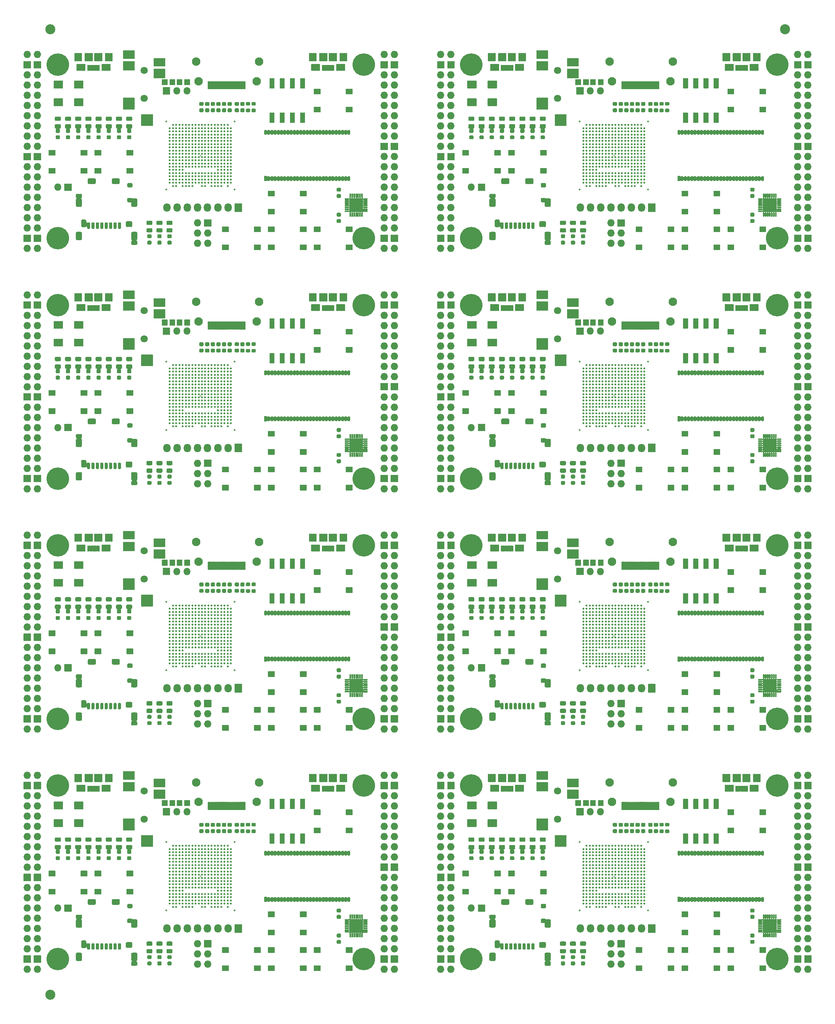
<source format=gbr>
G04 #@! TF.GenerationSoftware,KiCad,Pcbnew,5.99.0+really5.1.10+dfsg1-1+b1*
G04 #@! TF.CreationDate,2021-10-09T16:04:20+02:00*
G04 #@! TF.ProjectId,ulx3s-panel,756c7833-732d-4706-916e-656c2e6b6963,rev?*
G04 #@! TF.SameCoordinates,Original*
G04 #@! TF.FileFunction,Soldermask,Top*
G04 #@! TF.FilePolarity,Negative*
%FSLAX46Y46*%
G04 Gerber Fmt 4.6, Leading zero omitted, Abs format (unit mm)*
G04 Created by KiCad (PCBNEW 5.99.0+really5.1.10+dfsg1-1+b1) date 2021-10-09 16:04:20*
%MOMM*%
%LPD*%
G01*
G04 APERTURE LIST*
%ADD10C,0.120000*%
%ADD11C,2.500000*%
%ADD12O,1.800000X1.800000*%
%ADD13O,1.827200X1.827200*%
%ADD14O,1.050000X0.400000*%
%ADD15O,0.400000X1.050000*%
%ADD16C,1.800000*%
%ADD17O,0.660000X1.300000*%
%ADD18O,0.608000X0.227000*%
%ADD19O,0.227000X0.608000*%
%ADD20C,0.500000*%
%ADD21O,1.827200X2.132000*%
%ADD22C,2.100000*%
%ADD23C,5.600000*%
%ADD24C,0.350000*%
G04 APERTURE END LIST*
D10*
G04 #@! TO.C,U1*
X56270004Y-117960014D02*
X56270004Y-118360014D01*
X56070004Y-118160014D02*
X56470004Y-118160014D01*
X-46710001Y-117960014D02*
X-46710001Y-118360014D01*
X-46910001Y-118160014D02*
X-46510001Y-118160014D01*
X56270004Y-58160009D02*
X56270004Y-58560009D01*
X56070004Y-58360009D02*
X56470004Y-58360009D01*
X-46710001Y-58160009D02*
X-46710001Y-58560009D01*
X-46910001Y-58360009D02*
X-46510001Y-58360009D01*
X56270004Y1639996D02*
X56270004Y1239996D01*
X56070004Y1439996D02*
X56470004Y1439996D01*
X-46710001Y1639996D02*
X-46710001Y1239996D01*
X-46910001Y1439996D02*
X-46510001Y1439996D01*
X56270004Y61440001D02*
X56270004Y61040001D01*
X56070004Y61240001D02*
X56470004Y61240001D01*
X-46710001Y61440001D02*
X-46710001Y61040001D01*
X-46910001Y61240001D02*
X-46510001Y61240001D01*
X56270004Y-117960014D02*
X56270004Y-118360014D01*
X56070004Y-118160014D02*
X56470004Y-118160014D01*
X-46710001Y-117960014D02*
X-46710001Y-118360014D01*
X-46910001Y-118160014D02*
X-46510001Y-118160014D01*
X56270004Y-58160009D02*
X56270004Y-58560009D01*
X56070004Y-58360009D02*
X56470004Y-58360009D01*
X-46710001Y-58160009D02*
X-46710001Y-58560009D01*
X-46910001Y-58360009D02*
X-46510001Y-58360009D01*
X56270004Y1639996D02*
X56270004Y1239996D01*
X56070004Y1439996D02*
X56470004Y1439996D01*
X-46710001Y1639996D02*
X-46710001Y1239996D01*
X-46910001Y1439996D02*
X-46510001Y1439996D01*
X56270004Y61440001D02*
X56270004Y61040001D01*
X56070004Y61240001D02*
X56470004Y61240001D01*
X-46710001Y61440001D02*
X-46710001Y61040001D01*
X-46910001Y61240001D02*
X-46510001Y61240001D01*
G04 #@! TD*
D11*
G04 #@! TO.C,REF\u002A\u002A*
X-84089000Y-147599000D03*
G04 #@! TD*
G04 #@! TO.C,REF\u002A\u002A*
X98869000Y92639000D03*
G04 #@! TD*
G04 #@! TO.C,REF\u002A\u002A*
X-84089000Y92639000D03*
G04 #@! TD*
G04 #@! TO.C,R67*
G36*
G01*
X69848004Y-105756014D02*
X69248004Y-105756014D01*
G75*
G02*
X69023004Y-105531014I0J225000D01*
G01*
X69023004Y-105081014D01*
G75*
G02*
X69248004Y-104856014I225000J0D01*
G01*
X69848004Y-104856014D01*
G75*
G02*
X70073004Y-105081014I0J-225000D01*
G01*
X70073004Y-105531014D01*
G75*
G02*
X69848004Y-105756014I-225000J0D01*
G01*
G37*
G36*
G01*
X69848004Y-107406014D02*
X69248004Y-107406014D01*
G75*
G02*
X69023004Y-107181014I0J225000D01*
G01*
X69023004Y-106731014D01*
G75*
G02*
X69248004Y-106506014I225000J0D01*
G01*
X69848004Y-106506014D01*
G75*
G02*
X70073004Y-106731014I0J-225000D01*
G01*
X70073004Y-107181014D01*
G75*
G02*
X69848004Y-107406014I-225000J0D01*
G01*
G37*
G04 #@! TD*
G04 #@! TO.C,R55*
G36*
G01*
X68451004Y-107406014D02*
X67851004Y-107406014D01*
G75*
G02*
X67626004Y-107181014I0J225000D01*
G01*
X67626004Y-106731014D01*
G75*
G02*
X67851004Y-106506014I225000J0D01*
G01*
X68451004Y-106506014D01*
G75*
G02*
X68676004Y-106731014I0J-225000D01*
G01*
X68676004Y-107181014D01*
G75*
G02*
X68451004Y-107406014I-225000J0D01*
G01*
G37*
G36*
G01*
X68451004Y-105756014D02*
X67851004Y-105756014D01*
G75*
G02*
X67626004Y-105531014I0J225000D01*
G01*
X67626004Y-105081014D01*
G75*
G02*
X67851004Y-104856014I225000J0D01*
G01*
X68451004Y-104856014D01*
G75*
G02*
X68676004Y-105081014I0J-225000D01*
G01*
X68676004Y-105531014D01*
G75*
G02*
X68451004Y-105756014I-225000J0D01*
G01*
G37*
G04 #@! TD*
G04 #@! TO.C,C62*
G36*
G01*
X90475754Y-133990014D02*
X91038254Y-133990014D01*
G75*
G02*
X91282004Y-134233764I0J-243750D01*
G01*
X91282004Y-134721264D01*
G75*
G02*
X91038254Y-134965014I-243750J0D01*
G01*
X90475754Y-134965014D01*
G75*
G02*
X90232004Y-134721264I0J243750D01*
G01*
X90232004Y-134233764D01*
G75*
G02*
X90475754Y-133990014I243750J0D01*
G01*
G37*
G36*
G01*
X90475754Y-132415014D02*
X91038254Y-132415014D01*
G75*
G02*
X91282004Y-132658764I0J-243750D01*
G01*
X91282004Y-133146264D01*
G75*
G02*
X91038254Y-133390014I-243750J0D01*
G01*
X90475754Y-133390014D01*
G75*
G02*
X90232004Y-133146264I0J243750D01*
G01*
X90232004Y-132658764D01*
G75*
G02*
X90475754Y-132415014I243750J0D01*
G01*
G37*
G04 #@! TD*
G04 #@! TO.C,B6*
G36*
G01*
X86205004Y-135870014D02*
X86205004Y-137170014D01*
G75*
G02*
X86155004Y-137220014I-50000J0D01*
G01*
X84605004Y-137220014D01*
G75*
G02*
X84555004Y-137170014I0J50000D01*
G01*
X84555004Y-135870014D01*
G75*
G02*
X84605004Y-135820014I50000J0D01*
G01*
X86155004Y-135820014D01*
G75*
G02*
X86205004Y-135870014I0J-50000D01*
G01*
G37*
G36*
G01*
X86205004Y-140370014D02*
X86205004Y-141670014D01*
G75*
G02*
X86155004Y-141720014I-50000J0D01*
G01*
X84605004Y-141720014D01*
G75*
G02*
X84555004Y-141670014I0J50000D01*
G01*
X84555004Y-140370014D01*
G75*
G02*
X84605004Y-140320014I50000J0D01*
G01*
X86155004Y-140320014D01*
G75*
G02*
X86205004Y-140370014I0J-50000D01*
G01*
G37*
G36*
G01*
X94165004Y-140370014D02*
X94165004Y-141670014D01*
G75*
G02*
X94115004Y-141720014I-50000J0D01*
G01*
X92565004Y-141720014D01*
G75*
G02*
X92515004Y-141670014I0J50000D01*
G01*
X92515004Y-140370014D01*
G75*
G02*
X92565004Y-140320014I50000J0D01*
G01*
X94115004Y-140320014D01*
G75*
G02*
X94165004Y-140370014I0J-50000D01*
G01*
G37*
G36*
G01*
X94165004Y-135870014D02*
X94165004Y-137170014D01*
G75*
G02*
X94115004Y-137220014I-50000J0D01*
G01*
X92565004Y-137220014D01*
G75*
G02*
X92515004Y-137170014I0J50000D01*
G01*
X92515004Y-135870014D01*
G75*
G02*
X92565004Y-135820014I50000J0D01*
G01*
X94115004Y-135820014D01*
G75*
G02*
X94165004Y-135870014I0J-50000D01*
G01*
G37*
G04 #@! TD*
G04 #@! TO.C,B5*
G36*
G01*
X71305004Y-135870014D02*
X71305004Y-137170014D01*
G75*
G02*
X71255004Y-137220014I-50000J0D01*
G01*
X69705004Y-137220014D01*
G75*
G02*
X69655004Y-137170014I0J50000D01*
G01*
X69655004Y-135870014D01*
G75*
G02*
X69705004Y-135820014I50000J0D01*
G01*
X71255004Y-135820014D01*
G75*
G02*
X71305004Y-135870014I0J-50000D01*
G01*
G37*
G36*
G01*
X71305004Y-140370014D02*
X71305004Y-141670014D01*
G75*
G02*
X71255004Y-141720014I-50000J0D01*
G01*
X69705004Y-141720014D01*
G75*
G02*
X69655004Y-141670014I0J50000D01*
G01*
X69655004Y-140370014D01*
G75*
G02*
X69705004Y-140320014I50000J0D01*
G01*
X71255004Y-140320014D01*
G75*
G02*
X71305004Y-140370014I0J-50000D01*
G01*
G37*
G36*
G01*
X63345004Y-140370014D02*
X63345004Y-141670014D01*
G75*
G02*
X63295004Y-141720014I-50000J0D01*
G01*
X61745004Y-141720014D01*
G75*
G02*
X61695004Y-141670014I0J50000D01*
G01*
X61695004Y-140370014D01*
G75*
G02*
X61745004Y-140320014I50000J0D01*
G01*
X63295004Y-140320014D01*
G75*
G02*
X63345004Y-140370014I0J-50000D01*
G01*
G37*
G36*
G01*
X63345004Y-135870014D02*
X63345004Y-137170014D01*
G75*
G02*
X63295004Y-137220014I-50000J0D01*
G01*
X61745004Y-137220014D01*
G75*
G02*
X61695004Y-137170014I0J50000D01*
G01*
X61695004Y-135870014D01*
G75*
G02*
X61745004Y-135820014I50000J0D01*
G01*
X63295004Y-135820014D01*
G75*
G02*
X63345004Y-135870014I0J-50000D01*
G01*
G37*
G04 #@! TD*
G04 #@! TO.C,B4*
G36*
G01*
X74775004Y-135870014D02*
X74775004Y-137170014D01*
G75*
G02*
X74725004Y-137220014I-50000J0D01*
G01*
X73175004Y-137220014D01*
G75*
G02*
X73125004Y-137170014I0J50000D01*
G01*
X73125004Y-135870014D01*
G75*
G02*
X73175004Y-135820014I50000J0D01*
G01*
X74725004Y-135820014D01*
G75*
G02*
X74775004Y-135870014I0J-50000D01*
G01*
G37*
G36*
G01*
X74775004Y-140370014D02*
X74775004Y-141670014D01*
G75*
G02*
X74725004Y-141720014I-50000J0D01*
G01*
X73175004Y-141720014D01*
G75*
G02*
X73125004Y-141670014I0J50000D01*
G01*
X73125004Y-140370014D01*
G75*
G02*
X73175004Y-140320014I50000J0D01*
G01*
X74725004Y-140320014D01*
G75*
G02*
X74775004Y-140370014I0J-50000D01*
G01*
G37*
G36*
G01*
X82735004Y-140370014D02*
X82735004Y-141670014D01*
G75*
G02*
X82685004Y-141720014I-50000J0D01*
G01*
X81135004Y-141720014D01*
G75*
G02*
X81085004Y-141670014I0J50000D01*
G01*
X81085004Y-140370014D01*
G75*
G02*
X81135004Y-140320014I50000J0D01*
G01*
X82685004Y-140320014D01*
G75*
G02*
X82735004Y-140370014I0J-50000D01*
G01*
G37*
G36*
G01*
X82735004Y-135870014D02*
X82735004Y-137170014D01*
G75*
G02*
X82685004Y-137220014I-50000J0D01*
G01*
X81135004Y-137220014D01*
G75*
G02*
X81085004Y-137170014I0J50000D01*
G01*
X81085004Y-135870014D01*
G75*
G02*
X81135004Y-135820014I50000J0D01*
G01*
X82685004Y-135820014D01*
G75*
G02*
X82735004Y-135870014I0J-50000D01*
G01*
G37*
G04 #@! TD*
G04 #@! TO.C,B3*
G36*
G01*
X73125004Y-132780014D02*
X73125004Y-131480014D01*
G75*
G02*
X73175004Y-131430014I50000J0D01*
G01*
X74725004Y-131430014D01*
G75*
G02*
X74775004Y-131480014I0J-50000D01*
G01*
X74775004Y-132780014D01*
G75*
G02*
X74725004Y-132830014I-50000J0D01*
G01*
X73175004Y-132830014D01*
G75*
G02*
X73125004Y-132780014I0J50000D01*
G01*
G37*
G36*
G01*
X73125004Y-128280014D02*
X73125004Y-126980014D01*
G75*
G02*
X73175004Y-126930014I50000J0D01*
G01*
X74725004Y-126930014D01*
G75*
G02*
X74775004Y-126980014I0J-50000D01*
G01*
X74775004Y-128280014D01*
G75*
G02*
X74725004Y-128330014I-50000J0D01*
G01*
X73175004Y-128330014D01*
G75*
G02*
X73125004Y-128280014I0J50000D01*
G01*
G37*
G36*
G01*
X81085004Y-128280014D02*
X81085004Y-126980014D01*
G75*
G02*
X81135004Y-126930014I50000J0D01*
G01*
X82685004Y-126930014D01*
G75*
G02*
X82735004Y-126980014I0J-50000D01*
G01*
X82735004Y-128280014D01*
G75*
G02*
X82685004Y-128330014I-50000J0D01*
G01*
X81135004Y-128330014D01*
G75*
G02*
X81085004Y-128280014I0J50000D01*
G01*
G37*
G36*
G01*
X81085004Y-132780014D02*
X81085004Y-131480014D01*
G75*
G02*
X81135004Y-131430014I50000J0D01*
G01*
X82685004Y-131430014D01*
G75*
G02*
X82735004Y-131480014I0J-50000D01*
G01*
X82735004Y-132780014D01*
G75*
G02*
X82685004Y-132830014I-50000J0D01*
G01*
X81135004Y-132830014D01*
G75*
G02*
X81085004Y-132780014I0J50000D01*
G01*
G37*
G04 #@! TD*
G04 #@! TO.C,B2*
G36*
G01*
X37905004Y-122620014D02*
X37905004Y-121320014D01*
G75*
G02*
X37955004Y-121270014I50000J0D01*
G01*
X39505004Y-121270014D01*
G75*
G02*
X39555004Y-121320014I0J-50000D01*
G01*
X39555004Y-122620014D01*
G75*
G02*
X39505004Y-122670014I-50000J0D01*
G01*
X37955004Y-122670014D01*
G75*
G02*
X37905004Y-122620014I0J50000D01*
G01*
G37*
G36*
G01*
X37905004Y-118120014D02*
X37905004Y-116820014D01*
G75*
G02*
X37955004Y-116770014I50000J0D01*
G01*
X39505004Y-116770014D01*
G75*
G02*
X39555004Y-116820014I0J-50000D01*
G01*
X39555004Y-118120014D01*
G75*
G02*
X39505004Y-118170014I-50000J0D01*
G01*
X37955004Y-118170014D01*
G75*
G02*
X37905004Y-118120014I0J50000D01*
G01*
G37*
G36*
G01*
X29945004Y-118120014D02*
X29945004Y-116820014D01*
G75*
G02*
X29995004Y-116770014I50000J0D01*
G01*
X31545004Y-116770014D01*
G75*
G02*
X31595004Y-116820014I0J-50000D01*
G01*
X31595004Y-118120014D01*
G75*
G02*
X31545004Y-118170014I-50000J0D01*
G01*
X29995004Y-118170014D01*
G75*
G02*
X29945004Y-118120014I0J50000D01*
G01*
G37*
G36*
G01*
X29945004Y-122620014D02*
X29945004Y-121320014D01*
G75*
G02*
X29995004Y-121270014I50000J0D01*
G01*
X31545004Y-121270014D01*
G75*
G02*
X31595004Y-121320014I0J-50000D01*
G01*
X31595004Y-122620014D01*
G75*
G02*
X31545004Y-122670014I-50000J0D01*
G01*
X29995004Y-122670014D01*
G75*
G02*
X29945004Y-122620014I0J50000D01*
G01*
G37*
G04 #@! TD*
G04 #@! TO.C,B1*
G36*
G01*
X18515004Y-122620014D02*
X18515004Y-121320014D01*
G75*
G02*
X18565004Y-121270014I50000J0D01*
G01*
X20115004Y-121270014D01*
G75*
G02*
X20165004Y-121320014I0J-50000D01*
G01*
X20165004Y-122620014D01*
G75*
G02*
X20115004Y-122670014I-50000J0D01*
G01*
X18565004Y-122670014D01*
G75*
G02*
X18515004Y-122620014I0J50000D01*
G01*
G37*
G36*
G01*
X18515004Y-118120014D02*
X18515004Y-116820014D01*
G75*
G02*
X18565004Y-116770014I50000J0D01*
G01*
X20115004Y-116770014D01*
G75*
G02*
X20165004Y-116820014I0J-50000D01*
G01*
X20165004Y-118120014D01*
G75*
G02*
X20115004Y-118170014I-50000J0D01*
G01*
X18565004Y-118170014D01*
G75*
G02*
X18515004Y-118120014I0J50000D01*
G01*
G37*
G36*
G01*
X26475004Y-118120014D02*
X26475004Y-116820014D01*
G75*
G02*
X26525004Y-116770014I50000J0D01*
G01*
X28075004Y-116770014D01*
G75*
G02*
X28125004Y-116820014I0J-50000D01*
G01*
X28125004Y-118120014D01*
G75*
G02*
X28075004Y-118170014I-50000J0D01*
G01*
X26525004Y-118170014D01*
G75*
G02*
X26475004Y-118120014I0J50000D01*
G01*
G37*
G36*
G01*
X26475004Y-122620014D02*
X26475004Y-121320014D01*
G75*
G02*
X26525004Y-121270014I50000J0D01*
G01*
X28075004Y-121270014D01*
G75*
G02*
X28125004Y-121320014I0J-50000D01*
G01*
X28125004Y-122620014D01*
G75*
G02*
X28075004Y-122670014I-50000J0D01*
G01*
X26525004Y-122670014D01*
G75*
G02*
X26475004Y-122620014I0J50000D01*
G01*
G37*
G04 #@! TD*
G04 #@! TO.C,B0*
G36*
G01*
X86205004Y-101580014D02*
X86205004Y-102880014D01*
G75*
G02*
X86155004Y-102930014I-50000J0D01*
G01*
X84605004Y-102930014D01*
G75*
G02*
X84555004Y-102880014I0J50000D01*
G01*
X84555004Y-101580014D01*
G75*
G02*
X84605004Y-101530014I50000J0D01*
G01*
X86155004Y-101530014D01*
G75*
G02*
X86205004Y-101580014I0J-50000D01*
G01*
G37*
G36*
G01*
X86205004Y-106080014D02*
X86205004Y-107380014D01*
G75*
G02*
X86155004Y-107430014I-50000J0D01*
G01*
X84605004Y-107430014D01*
G75*
G02*
X84555004Y-107380014I0J50000D01*
G01*
X84555004Y-106080014D01*
G75*
G02*
X84605004Y-106030014I50000J0D01*
G01*
X86155004Y-106030014D01*
G75*
G02*
X86205004Y-106080014I0J-50000D01*
G01*
G37*
G36*
G01*
X94165004Y-106080014D02*
X94165004Y-107380014D01*
G75*
G02*
X94115004Y-107430014I-50000J0D01*
G01*
X92565004Y-107430014D01*
G75*
G02*
X92515004Y-107380014I0J50000D01*
G01*
X92515004Y-106080014D01*
G75*
G02*
X92565004Y-106030014I50000J0D01*
G01*
X94115004Y-106030014D01*
G75*
G02*
X94165004Y-106080014I0J-50000D01*
G01*
G37*
G36*
G01*
X94165004Y-101580014D02*
X94165004Y-102880014D01*
G75*
G02*
X94115004Y-102930014I-50000J0D01*
G01*
X92565004Y-102930014D01*
G75*
G02*
X92515004Y-102880014I0J50000D01*
G01*
X92515004Y-101580014D01*
G75*
G02*
X92565004Y-101530014I50000J0D01*
G01*
X94115004Y-101530014D01*
G75*
G02*
X94165004Y-101580014I0J-50000D01*
G01*
G37*
G04 #@! TD*
G04 #@! TO.C,RV3*
G36*
G01*
X52307004Y-100626014D02*
X52307004Y-99226014D01*
G75*
G02*
X52357004Y-99176014I50000J0D01*
G01*
X53652004Y-99176014D01*
G75*
G02*
X53702004Y-99226014I0J-50000D01*
G01*
X53702004Y-100626014D01*
G75*
G02*
X53652004Y-100676014I-50000J0D01*
G01*
X52357004Y-100676014D01*
G75*
G02*
X52307004Y-100626014I0J50000D01*
G01*
G37*
G36*
G01*
X50372004Y-100626014D02*
X50372004Y-99226014D01*
G75*
G02*
X50422004Y-99176014I50000J0D01*
G01*
X51717004Y-99176014D01*
G75*
G02*
X51767004Y-99226014I0J-50000D01*
G01*
X51767004Y-100626014D01*
G75*
G02*
X51717004Y-100676014I-50000J0D01*
G01*
X50422004Y-100676014D01*
G75*
G02*
X50372004Y-100626014I0J50000D01*
G01*
G37*
G04 #@! TD*
G04 #@! TO.C,RV2*
G36*
G01*
X46689004Y-100626014D02*
X46689004Y-99226014D01*
G75*
G02*
X46739004Y-99176014I50000J0D01*
G01*
X48034004Y-99176014D01*
G75*
G02*
X48084004Y-99226014I0J-50000D01*
G01*
X48084004Y-100626014D01*
G75*
G02*
X48034004Y-100676014I-50000J0D01*
G01*
X46739004Y-100676014D01*
G75*
G02*
X46689004Y-100626014I0J50000D01*
G01*
G37*
G36*
G01*
X48624004Y-100626014D02*
X48624004Y-99226014D01*
G75*
G02*
X48674004Y-99176014I50000J0D01*
G01*
X49969004Y-99176014D01*
G75*
G02*
X50019004Y-99226014I0J-50000D01*
G01*
X50019004Y-100626014D01*
G75*
G02*
X49969004Y-100676014I-50000J0D01*
G01*
X48674004Y-100676014D01*
G75*
G02*
X48624004Y-100626014I0J50000D01*
G01*
G37*
G04 #@! TD*
D12*
G04 #@! TO.C,J5*
X52926004Y-102085014D03*
X50386004Y-102085014D03*
G36*
G01*
X48696004Y-102985014D02*
X46996004Y-102985014D01*
G75*
G02*
X46946004Y-102935014I0J50000D01*
G01*
X46946004Y-101235014D01*
G75*
G02*
X46996004Y-101185014I50000J0D01*
G01*
X48696004Y-101185014D01*
G75*
G02*
X48746004Y-101235014I0J-50000D01*
G01*
X48746004Y-102935014D01*
G75*
G02*
X48696004Y-102985014I-50000J0D01*
G01*
G37*
G04 #@! TD*
G04 #@! TO.C,J3*
X20780004Y-126070014D03*
G36*
G01*
X22470004Y-125170014D02*
X24170004Y-125170014D01*
G75*
G02*
X24220004Y-125220014I0J-50000D01*
G01*
X24220004Y-126920014D01*
G75*
G02*
X24170004Y-126970014I-50000J0D01*
G01*
X22470004Y-126970014D01*
G75*
G02*
X22420004Y-126920014I0J50000D01*
G01*
X22420004Y-125220014D01*
G75*
G02*
X22470004Y-125170014I50000J0D01*
G01*
G37*
G04 #@! TD*
D13*
G04 #@! TO.C,J4*
X55550004Y-140040014D03*
X58090004Y-140040014D03*
X55550004Y-137500014D03*
X58090004Y-137500014D03*
X55550004Y-134960014D03*
G36*
G01*
X57226404Y-134046414D02*
X58953604Y-134046414D01*
G75*
G02*
X59003604Y-134096414I0J-50000D01*
G01*
X59003604Y-135823614D01*
G75*
G02*
X58953604Y-135873614I-50000J0D01*
G01*
X57226404Y-135873614D01*
G75*
G02*
X57176404Y-135823614I0J50000D01*
G01*
X57176404Y-134096414D01*
G75*
G02*
X57226404Y-134046414I50000J0D01*
G01*
G37*
G04 #@! TD*
G04 #@! TO.C,J2*
X104600004Y-93050014D03*
X102060004Y-93050014D03*
G36*
G01*
X105463604Y-96503614D02*
X103736404Y-96503614D01*
G75*
G02*
X103686404Y-96453614I0J50000D01*
G01*
X103686404Y-94726414D01*
G75*
G02*
X103736404Y-94676414I50000J0D01*
G01*
X105463604Y-94676414D01*
G75*
G02*
X105513604Y-94726414I0J-50000D01*
G01*
X105513604Y-96453614D01*
G75*
G02*
X105463604Y-96503614I-50000J0D01*
G01*
G37*
G36*
G01*
X102923604Y-96503614D02*
X101196404Y-96503614D01*
G75*
G02*
X101146404Y-96453614I0J50000D01*
G01*
X101146404Y-94726414D01*
G75*
G02*
X101196404Y-94676414I50000J0D01*
G01*
X102923604Y-94676414D01*
G75*
G02*
X102973604Y-94726414I0J-50000D01*
G01*
X102973604Y-96453614D01*
G75*
G02*
X102923604Y-96503614I-50000J0D01*
G01*
G37*
X104600004Y-98130014D03*
X102060004Y-98130014D03*
X104600004Y-100670014D03*
X102060004Y-100670014D03*
X104600004Y-103210014D03*
X102060004Y-103210014D03*
X104600004Y-105750014D03*
X102060004Y-105750014D03*
X104600004Y-108290014D03*
X102060004Y-108290014D03*
X104600004Y-110830014D03*
X102060004Y-110830014D03*
X104600004Y-113370014D03*
X102060004Y-113370014D03*
G36*
G01*
X105463604Y-116823614D02*
X103736404Y-116823614D01*
G75*
G02*
X103686404Y-116773614I0J50000D01*
G01*
X103686404Y-115046414D01*
G75*
G02*
X103736404Y-114996414I50000J0D01*
G01*
X105463604Y-114996414D01*
G75*
G02*
X105513604Y-115046414I0J-50000D01*
G01*
X105513604Y-116773614D01*
G75*
G02*
X105463604Y-116823614I-50000J0D01*
G01*
G37*
G36*
G01*
X102923604Y-116823614D02*
X101196404Y-116823614D01*
G75*
G02*
X101146404Y-116773614I0J50000D01*
G01*
X101146404Y-115046414D01*
G75*
G02*
X101196404Y-114996414I50000J0D01*
G01*
X102923604Y-114996414D01*
G75*
G02*
X102973604Y-115046414I0J-50000D01*
G01*
X102973604Y-116773614D01*
G75*
G02*
X102923604Y-116823614I-50000J0D01*
G01*
G37*
X104600004Y-118450014D03*
X102060004Y-118450014D03*
X104600004Y-120990014D03*
X102060004Y-120990014D03*
X104600004Y-123530014D03*
X102060004Y-123530014D03*
X104600004Y-126070014D03*
X102060004Y-126070014D03*
X104600004Y-128610014D03*
X102060004Y-128610014D03*
X104600004Y-131150014D03*
X102060004Y-131150014D03*
X104600004Y-133690014D03*
X102060004Y-133690014D03*
X104600004Y-136230014D03*
X102060004Y-136230014D03*
G36*
G01*
X105463604Y-139683614D02*
X103736404Y-139683614D01*
G75*
G02*
X103686404Y-139633614I0J50000D01*
G01*
X103686404Y-137906414D01*
G75*
G02*
X103736404Y-137856414I50000J0D01*
G01*
X105463604Y-137856414D01*
G75*
G02*
X105513604Y-137906414I0J-50000D01*
G01*
X105513604Y-139633614D01*
G75*
G02*
X105463604Y-139683614I-50000J0D01*
G01*
G37*
G36*
G01*
X102923604Y-139683614D02*
X101196404Y-139683614D01*
G75*
G02*
X101146404Y-139633614I0J50000D01*
G01*
X101146404Y-137906414D01*
G75*
G02*
X101196404Y-137856414I50000J0D01*
G01*
X102923604Y-137856414D01*
G75*
G02*
X102973604Y-137906414I0J-50000D01*
G01*
X102973604Y-139633614D01*
G75*
G02*
X102923604Y-139683614I-50000J0D01*
G01*
G37*
X104600004Y-141310014D03*
X102060004Y-141310014D03*
G04 #@! TD*
G04 #@! TO.C,J1*
X13160004Y-141310014D03*
X15700004Y-141310014D03*
G36*
G01*
X12296404Y-137856414D02*
X14023604Y-137856414D01*
G75*
G02*
X14073604Y-137906414I0J-50000D01*
G01*
X14073604Y-139633614D01*
G75*
G02*
X14023604Y-139683614I-50000J0D01*
G01*
X12296404Y-139683614D01*
G75*
G02*
X12246404Y-139633614I0J50000D01*
G01*
X12246404Y-137906414D01*
G75*
G02*
X12296404Y-137856414I50000J0D01*
G01*
G37*
G36*
G01*
X14836404Y-137856414D02*
X16563604Y-137856414D01*
G75*
G02*
X16613604Y-137906414I0J-50000D01*
G01*
X16613604Y-139633614D01*
G75*
G02*
X16563604Y-139683614I-50000J0D01*
G01*
X14836404Y-139683614D01*
G75*
G02*
X14786404Y-139633614I0J50000D01*
G01*
X14786404Y-137906414D01*
G75*
G02*
X14836404Y-137856414I50000J0D01*
G01*
G37*
X13160004Y-136230014D03*
X15700004Y-136230014D03*
X13160004Y-133690014D03*
X15700004Y-133690014D03*
X13160004Y-131150014D03*
X15700004Y-131150014D03*
X13160004Y-128610014D03*
X15700004Y-128610014D03*
X13160004Y-126070014D03*
X15700004Y-126070014D03*
X13160004Y-123530014D03*
X15700004Y-123530014D03*
X13160004Y-120990014D03*
X15700004Y-120990014D03*
G36*
G01*
X12296404Y-117536414D02*
X14023604Y-117536414D01*
G75*
G02*
X14073604Y-117586414I0J-50000D01*
G01*
X14073604Y-119313614D01*
G75*
G02*
X14023604Y-119363614I-50000J0D01*
G01*
X12296404Y-119363614D01*
G75*
G02*
X12246404Y-119313614I0J50000D01*
G01*
X12246404Y-117586414D01*
G75*
G02*
X12296404Y-117536414I50000J0D01*
G01*
G37*
G36*
G01*
X14836404Y-117536414D02*
X16563604Y-117536414D01*
G75*
G02*
X16613604Y-117586414I0J-50000D01*
G01*
X16613604Y-119313614D01*
G75*
G02*
X16563604Y-119363614I-50000J0D01*
G01*
X14836404Y-119363614D01*
G75*
G02*
X14786404Y-119313614I0J50000D01*
G01*
X14786404Y-117586414D01*
G75*
G02*
X14836404Y-117536414I50000J0D01*
G01*
G37*
X13160004Y-115910014D03*
X15700004Y-115910014D03*
X13160004Y-113370014D03*
X15700004Y-113370014D03*
X13160004Y-110830014D03*
X15700004Y-110830014D03*
X13160004Y-108290014D03*
X15700004Y-108290014D03*
X13160004Y-105750014D03*
X15700004Y-105750014D03*
X13160004Y-103210014D03*
X15700004Y-103210014D03*
X13160004Y-100670014D03*
X15700004Y-100670014D03*
X13160004Y-98130014D03*
X15700004Y-98130014D03*
G36*
G01*
X12296404Y-94676414D02*
X14023604Y-94676414D01*
G75*
G02*
X14073604Y-94726414I0J-50000D01*
G01*
X14073604Y-96453614D01*
G75*
G02*
X14023604Y-96503614I-50000J0D01*
G01*
X12296404Y-96503614D01*
G75*
G02*
X12246404Y-96453614I0J50000D01*
G01*
X12246404Y-94726414D01*
G75*
G02*
X12296404Y-94676414I50000J0D01*
G01*
G37*
G36*
G01*
X14836404Y-94676414D02*
X16563604Y-94676414D01*
G75*
G02*
X16613604Y-94726414I0J-50000D01*
G01*
X16613604Y-96453614D01*
G75*
G02*
X16563604Y-96503614I-50000J0D01*
G01*
X14836404Y-96503614D01*
G75*
G02*
X14786404Y-96453614I0J50000D01*
G01*
X14786404Y-94726414D01*
G75*
G02*
X14836404Y-94676414I50000J0D01*
G01*
G37*
X13160004Y-93050014D03*
X15700004Y-93050014D03*
G04 #@! TD*
G04 #@! TO.C,C59*
G36*
G01*
X91038254Y-128742014D02*
X90475754Y-128742014D01*
G75*
G02*
X90232004Y-128498264I0J243750D01*
G01*
X90232004Y-128010764D01*
G75*
G02*
X90475754Y-127767014I243750J0D01*
G01*
X91038254Y-127767014D01*
G75*
G02*
X91282004Y-128010764I0J-243750D01*
G01*
X91282004Y-128498264D01*
G75*
G02*
X91038254Y-128742014I-243750J0D01*
G01*
G37*
G36*
G01*
X91038254Y-127167014D02*
X90475754Y-127167014D01*
G75*
G02*
X90232004Y-126923264I0J243750D01*
G01*
X90232004Y-126435764D01*
G75*
G02*
X90475754Y-126192014I243750J0D01*
G01*
X91038254Y-126192014D01*
G75*
G02*
X91282004Y-126435764I0J-243750D01*
G01*
X91282004Y-126923264D01*
G75*
G02*
X91038254Y-127167014I-243750J0D01*
G01*
G37*
G04 #@! TD*
G04 #@! TO.C,D7*
G36*
G01*
X20298754Y-108484014D02*
X21261254Y-108484014D01*
G75*
G02*
X21530004Y-108752764I0J-268750D01*
G01*
X21530004Y-109290264D01*
G75*
G02*
X21261254Y-109559014I-268750J0D01*
G01*
X20298754Y-109559014D01*
G75*
G02*
X20030004Y-109290264I0J268750D01*
G01*
X20030004Y-108752764D01*
G75*
G02*
X20298754Y-108484014I268750J0D01*
G01*
G37*
G36*
G01*
X20298754Y-110359014D02*
X21261254Y-110359014D01*
G75*
G02*
X21530004Y-110627764I0J-268750D01*
G01*
X21530004Y-111165264D01*
G75*
G02*
X21261254Y-111434014I-268750J0D01*
G01*
X20298754Y-111434014D01*
G75*
G02*
X20030004Y-111165264I0J268750D01*
G01*
X20030004Y-110627764D01*
G75*
G02*
X20298754Y-110359014I268750J0D01*
G01*
G37*
G04 #@! TD*
G04 #@! TO.C,R48*
G36*
G01*
X21061254Y-114137014D02*
X20498754Y-114137014D01*
G75*
G02*
X20255004Y-113893264I0J243750D01*
G01*
X20255004Y-113405764D01*
G75*
G02*
X20498754Y-113162014I243750J0D01*
G01*
X21061254Y-113162014D01*
G75*
G02*
X21305004Y-113405764I0J-243750D01*
G01*
X21305004Y-113893264D01*
G75*
G02*
X21061254Y-114137014I-243750J0D01*
G01*
G37*
G36*
G01*
X21061254Y-112562014D02*
X20498754Y-112562014D01*
G75*
G02*
X20255004Y-112318264I0J243750D01*
G01*
X20255004Y-111830764D01*
G75*
G02*
X20498754Y-111587014I243750J0D01*
G01*
X21061254Y-111587014D01*
G75*
G02*
X21305004Y-111830764I0J-243750D01*
G01*
X21305004Y-112318264D01*
G75*
G02*
X21061254Y-112562014I-243750J0D01*
G01*
G37*
G04 #@! TD*
G04 #@! TO.C,D6*
G36*
G01*
X22853754Y-108484014D02*
X23816254Y-108484014D01*
G75*
G02*
X24085004Y-108752764I0J-268750D01*
G01*
X24085004Y-109290264D01*
G75*
G02*
X23816254Y-109559014I-268750J0D01*
G01*
X22853754Y-109559014D01*
G75*
G02*
X22585004Y-109290264I0J268750D01*
G01*
X22585004Y-108752764D01*
G75*
G02*
X22853754Y-108484014I268750J0D01*
G01*
G37*
G36*
G01*
X22853754Y-110359014D02*
X23816254Y-110359014D01*
G75*
G02*
X24085004Y-110627764I0J-268750D01*
G01*
X24085004Y-111165264D01*
G75*
G02*
X23816254Y-111434014I-268750J0D01*
G01*
X22853754Y-111434014D01*
G75*
G02*
X22585004Y-111165264I0J268750D01*
G01*
X22585004Y-110627764D01*
G75*
G02*
X22853754Y-110359014I268750J0D01*
G01*
G37*
G04 #@! TD*
G04 #@! TO.C,R47*
G36*
G01*
X23601254Y-114137014D02*
X23038754Y-114137014D01*
G75*
G02*
X22795004Y-113893264I0J243750D01*
G01*
X22795004Y-113405764D01*
G75*
G02*
X23038754Y-113162014I243750J0D01*
G01*
X23601254Y-113162014D01*
G75*
G02*
X23845004Y-113405764I0J-243750D01*
G01*
X23845004Y-113893264D01*
G75*
G02*
X23601254Y-114137014I-243750J0D01*
G01*
G37*
G36*
G01*
X23601254Y-112562014D02*
X23038754Y-112562014D01*
G75*
G02*
X22795004Y-112318264I0J243750D01*
G01*
X22795004Y-111830764D01*
G75*
G02*
X23038754Y-111587014I243750J0D01*
G01*
X23601254Y-111587014D01*
G75*
G02*
X23845004Y-111830764I0J-243750D01*
G01*
X23845004Y-112318264D01*
G75*
G02*
X23601254Y-112562014I-243750J0D01*
G01*
G37*
G04 #@! TD*
G04 #@! TO.C,D5*
G36*
G01*
X25378754Y-108484014D02*
X26341254Y-108484014D01*
G75*
G02*
X26610004Y-108752764I0J-268750D01*
G01*
X26610004Y-109290264D01*
G75*
G02*
X26341254Y-109559014I-268750J0D01*
G01*
X25378754Y-109559014D01*
G75*
G02*
X25110004Y-109290264I0J268750D01*
G01*
X25110004Y-108752764D01*
G75*
G02*
X25378754Y-108484014I268750J0D01*
G01*
G37*
G36*
G01*
X25378754Y-110359014D02*
X26341254Y-110359014D01*
G75*
G02*
X26610004Y-110627764I0J-268750D01*
G01*
X26610004Y-111165264D01*
G75*
G02*
X26341254Y-111434014I-268750J0D01*
G01*
X25378754Y-111434014D01*
G75*
G02*
X25110004Y-111165264I0J268750D01*
G01*
X25110004Y-110627764D01*
G75*
G02*
X25378754Y-110359014I268750J0D01*
G01*
G37*
G04 #@! TD*
G04 #@! TO.C,R46*
G36*
G01*
X26141254Y-114137014D02*
X25578754Y-114137014D01*
G75*
G02*
X25335004Y-113893264I0J243750D01*
G01*
X25335004Y-113405764D01*
G75*
G02*
X25578754Y-113162014I243750J0D01*
G01*
X26141254Y-113162014D01*
G75*
G02*
X26385004Y-113405764I0J-243750D01*
G01*
X26385004Y-113893264D01*
G75*
G02*
X26141254Y-114137014I-243750J0D01*
G01*
G37*
G36*
G01*
X26141254Y-112562014D02*
X25578754Y-112562014D01*
G75*
G02*
X25335004Y-112318264I0J243750D01*
G01*
X25335004Y-111830764D01*
G75*
G02*
X25578754Y-111587014I243750J0D01*
G01*
X26141254Y-111587014D01*
G75*
G02*
X26385004Y-111830764I0J-243750D01*
G01*
X26385004Y-112318264D01*
G75*
G02*
X26141254Y-112562014I-243750J0D01*
G01*
G37*
G04 #@! TD*
G04 #@! TO.C,D4*
G36*
G01*
X27918754Y-108484014D02*
X28881254Y-108484014D01*
G75*
G02*
X29150004Y-108752764I0J-268750D01*
G01*
X29150004Y-109290264D01*
G75*
G02*
X28881254Y-109559014I-268750J0D01*
G01*
X27918754Y-109559014D01*
G75*
G02*
X27650004Y-109290264I0J268750D01*
G01*
X27650004Y-108752764D01*
G75*
G02*
X27918754Y-108484014I268750J0D01*
G01*
G37*
G36*
G01*
X27918754Y-110359014D02*
X28881254Y-110359014D01*
G75*
G02*
X29150004Y-110627764I0J-268750D01*
G01*
X29150004Y-111165264D01*
G75*
G02*
X28881254Y-111434014I-268750J0D01*
G01*
X27918754Y-111434014D01*
G75*
G02*
X27650004Y-111165264I0J268750D01*
G01*
X27650004Y-110627764D01*
G75*
G02*
X27918754Y-110359014I268750J0D01*
G01*
G37*
G04 #@! TD*
G04 #@! TO.C,R45*
G36*
G01*
X28681254Y-114137014D02*
X28118754Y-114137014D01*
G75*
G02*
X27875004Y-113893264I0J243750D01*
G01*
X27875004Y-113405764D01*
G75*
G02*
X28118754Y-113162014I243750J0D01*
G01*
X28681254Y-113162014D01*
G75*
G02*
X28925004Y-113405764I0J-243750D01*
G01*
X28925004Y-113893264D01*
G75*
G02*
X28681254Y-114137014I-243750J0D01*
G01*
G37*
G36*
G01*
X28681254Y-112562014D02*
X28118754Y-112562014D01*
G75*
G02*
X27875004Y-112318264I0J243750D01*
G01*
X27875004Y-111830764D01*
G75*
G02*
X28118754Y-111587014I243750J0D01*
G01*
X28681254Y-111587014D01*
G75*
G02*
X28925004Y-111830764I0J-243750D01*
G01*
X28925004Y-112318264D01*
G75*
G02*
X28681254Y-112562014I-243750J0D01*
G01*
G37*
G04 #@! TD*
G04 #@! TO.C,D3*
G36*
G01*
X30458754Y-108484014D02*
X31421254Y-108484014D01*
G75*
G02*
X31690004Y-108752764I0J-268750D01*
G01*
X31690004Y-109290264D01*
G75*
G02*
X31421254Y-109559014I-268750J0D01*
G01*
X30458754Y-109559014D01*
G75*
G02*
X30190004Y-109290264I0J268750D01*
G01*
X30190004Y-108752764D01*
G75*
G02*
X30458754Y-108484014I268750J0D01*
G01*
G37*
G36*
G01*
X30458754Y-110359014D02*
X31421254Y-110359014D01*
G75*
G02*
X31690004Y-110627764I0J-268750D01*
G01*
X31690004Y-111165264D01*
G75*
G02*
X31421254Y-111434014I-268750J0D01*
G01*
X30458754Y-111434014D01*
G75*
G02*
X30190004Y-111165264I0J268750D01*
G01*
X30190004Y-110627764D01*
G75*
G02*
X30458754Y-110359014I268750J0D01*
G01*
G37*
G04 #@! TD*
G04 #@! TO.C,R44*
G36*
G01*
X31221254Y-114137014D02*
X30658754Y-114137014D01*
G75*
G02*
X30415004Y-113893264I0J243750D01*
G01*
X30415004Y-113405764D01*
G75*
G02*
X30658754Y-113162014I243750J0D01*
G01*
X31221254Y-113162014D01*
G75*
G02*
X31465004Y-113405764I0J-243750D01*
G01*
X31465004Y-113893264D01*
G75*
G02*
X31221254Y-114137014I-243750J0D01*
G01*
G37*
G36*
G01*
X31221254Y-112562014D02*
X30658754Y-112562014D01*
G75*
G02*
X30415004Y-112318264I0J243750D01*
G01*
X30415004Y-111830764D01*
G75*
G02*
X30658754Y-111587014I243750J0D01*
G01*
X31221254Y-111587014D01*
G75*
G02*
X31465004Y-111830764I0J-243750D01*
G01*
X31465004Y-112318264D01*
G75*
G02*
X31221254Y-112562014I-243750J0D01*
G01*
G37*
G04 #@! TD*
G04 #@! TO.C,D2*
G36*
G01*
X32998754Y-108484014D02*
X33961254Y-108484014D01*
G75*
G02*
X34230004Y-108752764I0J-268750D01*
G01*
X34230004Y-109290264D01*
G75*
G02*
X33961254Y-109559014I-268750J0D01*
G01*
X32998754Y-109559014D01*
G75*
G02*
X32730004Y-109290264I0J268750D01*
G01*
X32730004Y-108752764D01*
G75*
G02*
X32998754Y-108484014I268750J0D01*
G01*
G37*
G36*
G01*
X32998754Y-110359014D02*
X33961254Y-110359014D01*
G75*
G02*
X34230004Y-110627764I0J-268750D01*
G01*
X34230004Y-111165264D01*
G75*
G02*
X33961254Y-111434014I-268750J0D01*
G01*
X32998754Y-111434014D01*
G75*
G02*
X32730004Y-111165264I0J268750D01*
G01*
X32730004Y-110627764D01*
G75*
G02*
X32998754Y-110359014I268750J0D01*
G01*
G37*
G04 #@! TD*
G04 #@! TO.C,R43*
G36*
G01*
X33761254Y-114137014D02*
X33198754Y-114137014D01*
G75*
G02*
X32955004Y-113893264I0J243750D01*
G01*
X32955004Y-113405764D01*
G75*
G02*
X33198754Y-113162014I243750J0D01*
G01*
X33761254Y-113162014D01*
G75*
G02*
X34005004Y-113405764I0J-243750D01*
G01*
X34005004Y-113893264D01*
G75*
G02*
X33761254Y-114137014I-243750J0D01*
G01*
G37*
G36*
G01*
X33761254Y-112562014D02*
X33198754Y-112562014D01*
G75*
G02*
X32955004Y-112318264I0J243750D01*
G01*
X32955004Y-111830764D01*
G75*
G02*
X33198754Y-111587014I243750J0D01*
G01*
X33761254Y-111587014D01*
G75*
G02*
X34005004Y-111830764I0J-243750D01*
G01*
X34005004Y-112318264D01*
G75*
G02*
X33761254Y-112562014I-243750J0D01*
G01*
G37*
G04 #@! TD*
G04 #@! TO.C,D1*
G36*
G01*
X35538754Y-108484014D02*
X36501254Y-108484014D01*
G75*
G02*
X36770004Y-108752764I0J-268750D01*
G01*
X36770004Y-109290264D01*
G75*
G02*
X36501254Y-109559014I-268750J0D01*
G01*
X35538754Y-109559014D01*
G75*
G02*
X35270004Y-109290264I0J268750D01*
G01*
X35270004Y-108752764D01*
G75*
G02*
X35538754Y-108484014I268750J0D01*
G01*
G37*
G36*
G01*
X35538754Y-110359014D02*
X36501254Y-110359014D01*
G75*
G02*
X36770004Y-110627764I0J-268750D01*
G01*
X36770004Y-111165264D01*
G75*
G02*
X36501254Y-111434014I-268750J0D01*
G01*
X35538754Y-111434014D01*
G75*
G02*
X35270004Y-111165264I0J268750D01*
G01*
X35270004Y-110627764D01*
G75*
G02*
X35538754Y-110359014I268750J0D01*
G01*
G37*
G04 #@! TD*
G04 #@! TO.C,R42*
G36*
G01*
X36301254Y-114137014D02*
X35738754Y-114137014D01*
G75*
G02*
X35495004Y-113893264I0J243750D01*
G01*
X35495004Y-113405764D01*
G75*
G02*
X35738754Y-113162014I243750J0D01*
G01*
X36301254Y-113162014D01*
G75*
G02*
X36545004Y-113405764I0J-243750D01*
G01*
X36545004Y-113893264D01*
G75*
G02*
X36301254Y-114137014I-243750J0D01*
G01*
G37*
G36*
G01*
X36301254Y-112562014D02*
X35738754Y-112562014D01*
G75*
G02*
X35495004Y-112318264I0J243750D01*
G01*
X35495004Y-111830764D01*
G75*
G02*
X35738754Y-111587014I243750J0D01*
G01*
X36301254Y-111587014D01*
G75*
G02*
X36545004Y-111830764I0J-243750D01*
G01*
X36545004Y-112318264D01*
G75*
G02*
X36301254Y-112562014I-243750J0D01*
G01*
G37*
G04 #@! TD*
G04 #@! TO.C,D0*
G36*
G01*
X38078754Y-108484014D02*
X39041254Y-108484014D01*
G75*
G02*
X39310004Y-108752764I0J-268750D01*
G01*
X39310004Y-109290264D01*
G75*
G02*
X39041254Y-109559014I-268750J0D01*
G01*
X38078754Y-109559014D01*
G75*
G02*
X37810004Y-109290264I0J268750D01*
G01*
X37810004Y-108752764D01*
G75*
G02*
X38078754Y-108484014I268750J0D01*
G01*
G37*
G36*
G01*
X38078754Y-110359014D02*
X39041254Y-110359014D01*
G75*
G02*
X39310004Y-110627764I0J-268750D01*
G01*
X39310004Y-111165264D01*
G75*
G02*
X39041254Y-111434014I-268750J0D01*
G01*
X38078754Y-111434014D01*
G75*
G02*
X37810004Y-111165264I0J268750D01*
G01*
X37810004Y-110627764D01*
G75*
G02*
X38078754Y-110359014I268750J0D01*
G01*
G37*
G04 #@! TD*
G04 #@! TO.C,R41*
G36*
G01*
X38841254Y-114137014D02*
X38278754Y-114137014D01*
G75*
G02*
X38035004Y-113893264I0J243750D01*
G01*
X38035004Y-113405764D01*
G75*
G02*
X38278754Y-113162014I243750J0D01*
G01*
X38841254Y-113162014D01*
G75*
G02*
X39085004Y-113405764I0J-243750D01*
G01*
X39085004Y-113893264D01*
G75*
G02*
X38841254Y-114137014I-243750J0D01*
G01*
G37*
G36*
G01*
X38841254Y-112562014D02*
X38278754Y-112562014D01*
G75*
G02*
X38035004Y-112318264I0J243750D01*
G01*
X38035004Y-111830764D01*
G75*
G02*
X38278754Y-111587014I243750J0D01*
G01*
X38841254Y-111587014D01*
G75*
G02*
X39085004Y-111830764I0J-243750D01*
G01*
X39085004Y-112318264D01*
G75*
G02*
X38841254Y-112562014I-243750J0D01*
G01*
G37*
G04 #@! TD*
G04 #@! TO.C,D22*
G36*
G01*
X43108754Y-134385014D02*
X44071254Y-134385014D01*
G75*
G02*
X44340004Y-134653764I0J-268750D01*
G01*
X44340004Y-135191264D01*
G75*
G02*
X44071254Y-135460014I-268750J0D01*
G01*
X43108754Y-135460014D01*
G75*
G02*
X42840004Y-135191264I0J268750D01*
G01*
X42840004Y-134653764D01*
G75*
G02*
X43108754Y-134385014I268750J0D01*
G01*
G37*
G36*
G01*
X43108754Y-136260014D02*
X44071254Y-136260014D01*
G75*
G02*
X44340004Y-136528764I0J-268750D01*
G01*
X44340004Y-137066264D01*
G75*
G02*
X44071254Y-137335014I-268750J0D01*
G01*
X43108754Y-137335014D01*
G75*
G02*
X42840004Y-137066264I0J268750D01*
G01*
X42840004Y-136528764D01*
G75*
G02*
X43108754Y-136260014I268750J0D01*
G01*
G37*
G04 #@! TD*
G04 #@! TO.C,D18*
G36*
G01*
X46571254Y-137335014D02*
X45608754Y-137335014D01*
G75*
G02*
X45340004Y-137066264I0J268750D01*
G01*
X45340004Y-136528764D01*
G75*
G02*
X45608754Y-136260014I268750J0D01*
G01*
X46571254Y-136260014D01*
G75*
G02*
X46840004Y-136528764I0J-268750D01*
G01*
X46840004Y-137066264D01*
G75*
G02*
X46571254Y-137335014I-268750J0D01*
G01*
G37*
G36*
G01*
X46571254Y-135460014D02*
X45608754Y-135460014D01*
G75*
G02*
X45340004Y-135191264I0J268750D01*
G01*
X45340004Y-134653764D01*
G75*
G02*
X45608754Y-134385014I268750J0D01*
G01*
X46571254Y-134385014D01*
G75*
G02*
X46840004Y-134653764I0J-268750D01*
G01*
X46840004Y-135191264D01*
G75*
G02*
X46571254Y-135460014I-268750J0D01*
G01*
G37*
G04 #@! TD*
G04 #@! TO.C,D19*
G36*
G01*
X49071254Y-137335014D02*
X48108754Y-137335014D01*
G75*
G02*
X47840004Y-137066264I0J268750D01*
G01*
X47840004Y-136528764D01*
G75*
G02*
X48108754Y-136260014I268750J0D01*
G01*
X49071254Y-136260014D01*
G75*
G02*
X49340004Y-136528764I0J-268750D01*
G01*
X49340004Y-137066264D01*
G75*
G02*
X49071254Y-137335014I-268750J0D01*
G01*
G37*
G36*
G01*
X49071254Y-135460014D02*
X48108754Y-135460014D01*
G75*
G02*
X47840004Y-135191264I0J268750D01*
G01*
X47840004Y-134653764D01*
G75*
G02*
X48108754Y-134385014I268750J0D01*
G01*
X49071254Y-134385014D01*
G75*
G02*
X49340004Y-134653764I0J-268750D01*
G01*
X49340004Y-135191264D01*
G75*
G02*
X49071254Y-135460014I-268750J0D01*
G01*
G37*
G04 #@! TD*
G04 #@! TO.C,R62*
G36*
G01*
X43308754Y-137785014D02*
X43871254Y-137785014D01*
G75*
G02*
X44115004Y-138028764I0J-243750D01*
G01*
X44115004Y-138516264D01*
G75*
G02*
X43871254Y-138760014I-243750J0D01*
G01*
X43308754Y-138760014D01*
G75*
G02*
X43065004Y-138516264I0J243750D01*
G01*
X43065004Y-138028764D01*
G75*
G02*
X43308754Y-137785014I243750J0D01*
G01*
G37*
G36*
G01*
X43308754Y-139360014D02*
X43871254Y-139360014D01*
G75*
G02*
X44115004Y-139603764I0J-243750D01*
G01*
X44115004Y-140091264D01*
G75*
G02*
X43871254Y-140335014I-243750J0D01*
G01*
X43308754Y-140335014D01*
G75*
G02*
X43065004Y-140091264I0J243750D01*
G01*
X43065004Y-139603764D01*
G75*
G02*
X43308754Y-139360014I243750J0D01*
G01*
G37*
G04 #@! TD*
G04 #@! TO.C,R36*
G36*
G01*
X45808754Y-137785014D02*
X46371254Y-137785014D01*
G75*
G02*
X46615004Y-138028764I0J-243750D01*
G01*
X46615004Y-138516264D01*
G75*
G02*
X46371254Y-138760014I-243750J0D01*
G01*
X45808754Y-138760014D01*
G75*
G02*
X45565004Y-138516264I0J243750D01*
G01*
X45565004Y-138028764D01*
G75*
G02*
X45808754Y-137785014I243750J0D01*
G01*
G37*
G36*
G01*
X45808754Y-139360014D02*
X46371254Y-139360014D01*
G75*
G02*
X46615004Y-139603764I0J-243750D01*
G01*
X46615004Y-140091264D01*
G75*
G02*
X46371254Y-140335014I-243750J0D01*
G01*
X45808754Y-140335014D01*
G75*
G02*
X45565004Y-140091264I0J243750D01*
G01*
X45565004Y-139603764D01*
G75*
G02*
X45808754Y-139360014I243750J0D01*
G01*
G37*
G04 #@! TD*
G04 #@! TO.C,R37*
G36*
G01*
X48871254Y-140335014D02*
X48308754Y-140335014D01*
G75*
G02*
X48065004Y-140091264I0J243750D01*
G01*
X48065004Y-139603764D01*
G75*
G02*
X48308754Y-139360014I243750J0D01*
G01*
X48871254Y-139360014D01*
G75*
G02*
X49115004Y-139603764I0J-243750D01*
G01*
X49115004Y-140091264D01*
G75*
G02*
X48871254Y-140335014I-243750J0D01*
G01*
G37*
G36*
G01*
X48871254Y-138760014D02*
X48308754Y-138760014D01*
G75*
G02*
X48065004Y-138516264I0J243750D01*
G01*
X48065004Y-138028764D01*
G75*
G02*
X48308754Y-137785014I243750J0D01*
G01*
X48871254Y-137785014D01*
G75*
G02*
X49115004Y-138028764I0J-243750D01*
G01*
X49115004Y-138516264D01*
G75*
G02*
X48871254Y-138760014I-243750J0D01*
G01*
G37*
G04 #@! TD*
G04 #@! TO.C,C38*
G36*
G01*
X56814054Y-107398614D02*
X56251554Y-107398614D01*
G75*
G02*
X56007804Y-107154864I0J243750D01*
G01*
X56007804Y-106667364D01*
G75*
G02*
X56251554Y-106423614I243750J0D01*
G01*
X56814054Y-106423614D01*
G75*
G02*
X57057804Y-106667364I0J-243750D01*
G01*
X57057804Y-107154864D01*
G75*
G02*
X56814054Y-107398614I-243750J0D01*
G01*
G37*
G36*
G01*
X56814054Y-105823614D02*
X56251554Y-105823614D01*
G75*
G02*
X56007804Y-105579864I0J243750D01*
G01*
X56007804Y-105092364D01*
G75*
G02*
X56251554Y-104848614I243750J0D01*
G01*
X56814054Y-104848614D01*
G75*
G02*
X57057804Y-105092364I0J-243750D01*
G01*
X57057804Y-105579864D01*
G75*
G02*
X56814054Y-105823614I-243750J0D01*
G01*
G37*
G04 #@! TD*
G04 #@! TO.C,C39*
G36*
G01*
X58272254Y-107406014D02*
X57709754Y-107406014D01*
G75*
G02*
X57466004Y-107162264I0J243750D01*
G01*
X57466004Y-106674764D01*
G75*
G02*
X57709754Y-106431014I243750J0D01*
G01*
X58272254Y-106431014D01*
G75*
G02*
X58516004Y-106674764I0J-243750D01*
G01*
X58516004Y-107162264D01*
G75*
G02*
X58272254Y-107406014I-243750J0D01*
G01*
G37*
G36*
G01*
X58272254Y-105831014D02*
X57709754Y-105831014D01*
G75*
G02*
X57466004Y-105587264I0J243750D01*
G01*
X57466004Y-105099764D01*
G75*
G02*
X57709754Y-104856014I243750J0D01*
G01*
X58272254Y-104856014D01*
G75*
G02*
X58516004Y-105099764I0J-243750D01*
G01*
X58516004Y-105587264D01*
G75*
G02*
X58272254Y-105831014I-243750J0D01*
G01*
G37*
G04 #@! TD*
G04 #@! TO.C,C40*
G36*
G01*
X59669254Y-107406014D02*
X59106754Y-107406014D01*
G75*
G02*
X58863004Y-107162264I0J243750D01*
G01*
X58863004Y-106674764D01*
G75*
G02*
X59106754Y-106431014I243750J0D01*
G01*
X59669254Y-106431014D01*
G75*
G02*
X59913004Y-106674764I0J-243750D01*
G01*
X59913004Y-107162264D01*
G75*
G02*
X59669254Y-107406014I-243750J0D01*
G01*
G37*
G36*
G01*
X59669254Y-105831014D02*
X59106754Y-105831014D01*
G75*
G02*
X58863004Y-105587264I0J243750D01*
G01*
X58863004Y-105099764D01*
G75*
G02*
X59106754Y-104856014I243750J0D01*
G01*
X59669254Y-104856014D01*
G75*
G02*
X59913004Y-105099764I0J-243750D01*
G01*
X59913004Y-105587264D01*
G75*
G02*
X59669254Y-105831014I-243750J0D01*
G01*
G37*
G04 #@! TD*
G04 #@! TO.C,C41*
G36*
G01*
X61066254Y-107406014D02*
X60503754Y-107406014D01*
G75*
G02*
X60260004Y-107162264I0J243750D01*
G01*
X60260004Y-106674764D01*
G75*
G02*
X60503754Y-106431014I243750J0D01*
G01*
X61066254Y-106431014D01*
G75*
G02*
X61310004Y-106674764I0J-243750D01*
G01*
X61310004Y-107162264D01*
G75*
G02*
X61066254Y-107406014I-243750J0D01*
G01*
G37*
G36*
G01*
X61066254Y-105831014D02*
X60503754Y-105831014D01*
G75*
G02*
X60260004Y-105587264I0J243750D01*
G01*
X60260004Y-105099764D01*
G75*
G02*
X60503754Y-104856014I243750J0D01*
G01*
X61066254Y-104856014D01*
G75*
G02*
X61310004Y-105099764I0J-243750D01*
G01*
X61310004Y-105587264D01*
G75*
G02*
X61066254Y-105831014I-243750J0D01*
G01*
G37*
G04 #@! TD*
G04 #@! TO.C,C42*
G36*
G01*
X62463254Y-107406014D02*
X61900754Y-107406014D01*
G75*
G02*
X61657004Y-107162264I0J243750D01*
G01*
X61657004Y-106674764D01*
G75*
G02*
X61900754Y-106431014I243750J0D01*
G01*
X62463254Y-106431014D01*
G75*
G02*
X62707004Y-106674764I0J-243750D01*
G01*
X62707004Y-107162264D01*
G75*
G02*
X62463254Y-107406014I-243750J0D01*
G01*
G37*
G36*
G01*
X62463254Y-105831014D02*
X61900754Y-105831014D01*
G75*
G02*
X61657004Y-105587264I0J243750D01*
G01*
X61657004Y-105099764D01*
G75*
G02*
X61900754Y-104856014I243750J0D01*
G01*
X62463254Y-104856014D01*
G75*
G02*
X62707004Y-105099764I0J-243750D01*
G01*
X62707004Y-105587264D01*
G75*
G02*
X62463254Y-105831014I-243750J0D01*
G01*
G37*
G04 #@! TD*
G04 #@! TO.C,C43*
G36*
G01*
X63860254Y-107406014D02*
X63297754Y-107406014D01*
G75*
G02*
X63054004Y-107162264I0J243750D01*
G01*
X63054004Y-106674764D01*
G75*
G02*
X63297754Y-106431014I243750J0D01*
G01*
X63860254Y-106431014D01*
G75*
G02*
X64104004Y-106674764I0J-243750D01*
G01*
X64104004Y-107162264D01*
G75*
G02*
X63860254Y-107406014I-243750J0D01*
G01*
G37*
G36*
G01*
X63860254Y-105831014D02*
X63297754Y-105831014D01*
G75*
G02*
X63054004Y-105587264I0J243750D01*
G01*
X63054004Y-105099764D01*
G75*
G02*
X63297754Y-104856014I243750J0D01*
G01*
X63860254Y-104856014D01*
G75*
G02*
X64104004Y-105099764I0J-243750D01*
G01*
X64104004Y-105587264D01*
G75*
G02*
X63860254Y-105831014I-243750J0D01*
G01*
G37*
G04 #@! TD*
G04 #@! TO.C,C44*
G36*
G01*
X65638254Y-107394014D02*
X65075754Y-107394014D01*
G75*
G02*
X64832004Y-107150264I0J243750D01*
G01*
X64832004Y-106662764D01*
G75*
G02*
X65075754Y-106419014I243750J0D01*
G01*
X65638254Y-106419014D01*
G75*
G02*
X65882004Y-106662764I0J-243750D01*
G01*
X65882004Y-107150264D01*
G75*
G02*
X65638254Y-107394014I-243750J0D01*
G01*
G37*
G36*
G01*
X65638254Y-105819014D02*
X65075754Y-105819014D01*
G75*
G02*
X64832004Y-105575264I0J243750D01*
G01*
X64832004Y-105087764D01*
G75*
G02*
X65075754Y-104844014I243750J0D01*
G01*
X65638254Y-104844014D01*
G75*
G02*
X65882004Y-105087764I0J-243750D01*
G01*
X65882004Y-105575264D01*
G75*
G02*
X65638254Y-105819014I-243750J0D01*
G01*
G37*
G04 #@! TD*
G04 #@! TO.C,C45*
G36*
G01*
X67035254Y-107406014D02*
X66472754Y-107406014D01*
G75*
G02*
X66229004Y-107162264I0J243750D01*
G01*
X66229004Y-106674764D01*
G75*
G02*
X66472754Y-106431014I243750J0D01*
G01*
X67035254Y-106431014D01*
G75*
G02*
X67279004Y-106674764I0J-243750D01*
G01*
X67279004Y-107162264D01*
G75*
G02*
X67035254Y-107406014I-243750J0D01*
G01*
G37*
G36*
G01*
X67035254Y-105831014D02*
X66472754Y-105831014D01*
G75*
G02*
X66229004Y-105587264I0J243750D01*
G01*
X66229004Y-105099764D01*
G75*
G02*
X66472754Y-104856014I243750J0D01*
G01*
X67035254Y-104856014D01*
G75*
G02*
X67279004Y-105099764I0J-243750D01*
G01*
X67279004Y-105587264D01*
G75*
G02*
X67035254Y-105831014I-243750J0D01*
G01*
G37*
G04 #@! TD*
G04 #@! TO.C,U8*
G36*
G01*
X97940004Y-131865014D02*
X97940004Y-132165014D01*
G75*
G02*
X97890004Y-132215014I-50000J0D01*
G01*
X96940004Y-132215014D01*
G75*
G02*
X96890004Y-132165014I0J50000D01*
G01*
X96890004Y-131865014D01*
G75*
G02*
X96940004Y-131815014I50000J0D01*
G01*
X97890004Y-131815014D01*
G75*
G02*
X97940004Y-131865014I0J-50000D01*
G01*
G37*
D14*
X97415004Y-131515014D03*
X97415004Y-131015014D03*
X97415004Y-130515014D03*
X97415004Y-130015014D03*
X97415004Y-129515014D03*
X97415004Y-129015014D03*
D15*
X96575004Y-128175014D03*
X96075004Y-128175014D03*
X95575004Y-128175014D03*
X95075004Y-128175014D03*
X94575004Y-128175014D03*
X94075004Y-128175014D03*
X93575004Y-128175014D03*
D14*
X92735004Y-129015014D03*
X92735004Y-129515014D03*
X92735004Y-130015014D03*
X92735004Y-130515014D03*
X92735004Y-131015014D03*
X92735004Y-131515014D03*
X92735004Y-132015014D03*
D15*
X93575004Y-132855014D03*
X94075004Y-132855014D03*
X94575004Y-132855014D03*
X95075004Y-132855014D03*
X95575004Y-132855014D03*
X96075004Y-132855014D03*
X96575004Y-132855014D03*
G36*
G01*
X95125004Y-128890014D02*
X95125004Y-130515014D01*
G75*
G02*
X95075004Y-130565014I-50000J0D01*
G01*
X93450004Y-130565014D01*
G75*
G02*
X93400004Y-130515014I0J50000D01*
G01*
X93400004Y-128890014D01*
G75*
G02*
X93450004Y-128840014I50000J0D01*
G01*
X95075004Y-128840014D01*
G75*
G02*
X95125004Y-128890014I0J-50000D01*
G01*
G37*
G36*
G01*
X95125004Y-130515014D02*
X95125004Y-132140014D01*
G75*
G02*
X95075004Y-132190014I-50000J0D01*
G01*
X93450004Y-132190014D01*
G75*
G02*
X93400004Y-132140014I0J50000D01*
G01*
X93400004Y-130515014D01*
G75*
G02*
X93450004Y-130465014I50000J0D01*
G01*
X95075004Y-130465014D01*
G75*
G02*
X95125004Y-130515014I0J-50000D01*
G01*
G37*
G36*
G01*
X96750004Y-128890014D02*
X96750004Y-130515014D01*
G75*
G02*
X96700004Y-130565014I-50000J0D01*
G01*
X95075004Y-130565014D01*
G75*
G02*
X95025004Y-130515014I0J50000D01*
G01*
X95025004Y-128890014D01*
G75*
G02*
X95075004Y-128840014I50000J0D01*
G01*
X96700004Y-128840014D01*
G75*
G02*
X96750004Y-128890014I0J-50000D01*
G01*
G37*
G36*
G01*
X96750004Y-130515014D02*
X96750004Y-132140014D01*
G75*
G02*
X96700004Y-132190014I-50000J0D01*
G01*
X95075004Y-132190014D01*
G75*
G02*
X95025004Y-132140014I0J50000D01*
G01*
X95025004Y-130515014D01*
G75*
G02*
X95075004Y-130465014I50000J0D01*
G01*
X96700004Y-130465014D01*
G75*
G02*
X96750004Y-130515014I0J-50000D01*
G01*
G37*
G04 #@! TD*
G04 #@! TO.C,SW1*
G36*
G01*
X74680005Y-110055014D02*
X73560003Y-110055014D01*
G75*
G02*
X73510004Y-110005015I0J49999D01*
G01*
X73510004Y-107565013D01*
G75*
G02*
X73560003Y-107515014I49999J0D01*
G01*
X74680005Y-107515014D01*
G75*
G02*
X74730004Y-107565013I0J-49999D01*
G01*
X74730004Y-110005015D01*
G75*
G02*
X74680005Y-110055014I-49999J0D01*
G01*
G37*
G36*
G01*
X82300005Y-101445014D02*
X81180003Y-101445014D01*
G75*
G02*
X81130004Y-101395015I0J49999D01*
G01*
X81130004Y-98955013D01*
G75*
G02*
X81180003Y-98905014I49999J0D01*
G01*
X82300005Y-98905014D01*
G75*
G02*
X82350004Y-98955013I0J-49999D01*
G01*
X82350004Y-101395015D01*
G75*
G02*
X82300005Y-101445014I-49999J0D01*
G01*
G37*
G36*
G01*
X77220005Y-110055014D02*
X76100003Y-110055014D01*
G75*
G02*
X76050004Y-110005015I0J49999D01*
G01*
X76050004Y-107565013D01*
G75*
G02*
X76100003Y-107515014I49999J0D01*
G01*
X77220005Y-107515014D01*
G75*
G02*
X77270004Y-107565013I0J-49999D01*
G01*
X77270004Y-110005015D01*
G75*
G02*
X77220005Y-110055014I-49999J0D01*
G01*
G37*
G36*
G01*
X79760005Y-101445014D02*
X78640003Y-101445014D01*
G75*
G02*
X78590004Y-101395015I0J49999D01*
G01*
X78590004Y-98955013D01*
G75*
G02*
X78640003Y-98905014I49999J0D01*
G01*
X79760005Y-98905014D01*
G75*
G02*
X79810004Y-98955013I0J-49999D01*
G01*
X79810004Y-101395015D01*
G75*
G02*
X79760005Y-101445014I-49999J0D01*
G01*
G37*
G36*
G01*
X79760005Y-110055014D02*
X78640003Y-110055014D01*
G75*
G02*
X78590004Y-110005015I0J49999D01*
G01*
X78590004Y-107565013D01*
G75*
G02*
X78640003Y-107515014I49999J0D01*
G01*
X79760005Y-107515014D01*
G75*
G02*
X79810004Y-107565013I0J-49999D01*
G01*
X79810004Y-110005015D01*
G75*
G02*
X79760005Y-110055014I-49999J0D01*
G01*
G37*
G36*
G01*
X77220005Y-101445014D02*
X76100003Y-101445014D01*
G75*
G02*
X76050004Y-101395015I0J49999D01*
G01*
X76050004Y-98955013D01*
G75*
G02*
X76100003Y-98905014I49999J0D01*
G01*
X77220005Y-98905014D01*
G75*
G02*
X77270004Y-98955013I0J-49999D01*
G01*
X77270004Y-101395015D01*
G75*
G02*
X77220005Y-101445014I-49999J0D01*
G01*
G37*
G36*
G01*
X82300005Y-110055014D02*
X81180003Y-110055014D01*
G75*
G02*
X81130004Y-110005015I0J49999D01*
G01*
X81130004Y-107565013D01*
G75*
G02*
X81180003Y-107515014I49999J0D01*
G01*
X82300005Y-107515014D01*
G75*
G02*
X82350004Y-107565013I0J-49999D01*
G01*
X82350004Y-110005015D01*
G75*
G02*
X82300005Y-110055014I-49999J0D01*
G01*
G37*
G36*
G01*
X74680005Y-101445014D02*
X73560003Y-101445014D01*
G75*
G02*
X73510004Y-101395015I0J49999D01*
G01*
X73510004Y-98955013D01*
G75*
G02*
X73560003Y-98905014I49999J0D01*
G01*
X74680005Y-98905014D01*
G75*
G02*
X74730004Y-98955013I0J-49999D01*
G01*
X74730004Y-101395015D01*
G75*
G02*
X74680005Y-101445014I-49999J0D01*
G01*
G37*
G04 #@! TD*
D16*
G04 #@! TO.C,AUDIO1*
X42258004Y-103960014D03*
X42258004Y-96960014D03*
G36*
G01*
X44658004Y-93910014D02*
X47458004Y-93910014D01*
G75*
G02*
X47508004Y-93960014I0J-50000D01*
G01*
X47508004Y-95960014D01*
G75*
G02*
X47458004Y-96010014I-50000J0D01*
G01*
X44658004Y-96010014D01*
G75*
G02*
X44608004Y-95960014I0J50000D01*
G01*
X44608004Y-93960014D01*
G75*
G02*
X44658004Y-93910014I50000J0D01*
G01*
G37*
G36*
G01*
X44658004Y-96610014D02*
X47458004Y-96610014D01*
G75*
G02*
X47508004Y-96660014I0J-50000D01*
G01*
X47508004Y-98860014D01*
G75*
G02*
X47458004Y-98910014I-50000J0D01*
G01*
X44658004Y-98910014D01*
G75*
G02*
X44608004Y-98860014I0J50000D01*
G01*
X44608004Y-96660014D01*
G75*
G02*
X44658004Y-96610014I50000J0D01*
G01*
G37*
G36*
G01*
X41608004Y-107910014D02*
X44408004Y-107910014D01*
G75*
G02*
X44458004Y-107960014I0J-50000D01*
G01*
X44458004Y-110760014D01*
G75*
G02*
X44408004Y-110810014I-50000J0D01*
G01*
X41608004Y-110810014D01*
G75*
G02*
X41558004Y-110760014I0J50000D01*
G01*
X41558004Y-107960014D01*
G75*
G02*
X41608004Y-107910014I50000J0D01*
G01*
G37*
G36*
G01*
X37058004Y-103810014D02*
X39858004Y-103810014D01*
G75*
G02*
X39908004Y-103860014I0J-50000D01*
G01*
X39908004Y-106660014D01*
G75*
G02*
X39858004Y-106710014I-50000J0D01*
G01*
X37058004Y-106710014D01*
G75*
G02*
X37008004Y-106660014I0J50000D01*
G01*
X37008004Y-103860014D01*
G75*
G02*
X37058004Y-103810014I50000J0D01*
G01*
G37*
G36*
G01*
X37058004Y-94710014D02*
X39858004Y-94710014D01*
G75*
G02*
X39908004Y-94760014I0J-50000D01*
G01*
X39908004Y-96960014D01*
G75*
G02*
X39858004Y-97010014I-50000J0D01*
G01*
X37058004Y-97010014D01*
G75*
G02*
X37008004Y-96960014I0J50000D01*
G01*
X37008004Y-94760014D01*
G75*
G02*
X37058004Y-94710014I50000J0D01*
G01*
G37*
G36*
G01*
X37058004Y-92010014D02*
X39858004Y-92010014D01*
G75*
G02*
X39908004Y-92060014I0J-50000D01*
G01*
X39908004Y-94060014D01*
G75*
G02*
X39858004Y-94110014I-50000J0D01*
G01*
X37058004Y-94110014D01*
G75*
G02*
X37008004Y-94060014I0J50000D01*
G01*
X37008004Y-92060014D01*
G75*
G02*
X37058004Y-92010014I50000J0D01*
G01*
G37*
G04 #@! TD*
G04 #@! TO.C,Y1*
G36*
G01*
X27152004Y-104020014D02*
X27152004Y-105820014D01*
G75*
G02*
X27102004Y-105870014I-50000J0D01*
G01*
X24902004Y-105870014D01*
G75*
G02*
X24852004Y-105820014I0J50000D01*
G01*
X24852004Y-104020014D01*
G75*
G02*
X24902004Y-103970014I50000J0D01*
G01*
X27102004Y-103970014D01*
G75*
G02*
X27152004Y-104020014I0J-50000D01*
G01*
G37*
G36*
G01*
X22072004Y-104020014D02*
X22072004Y-105820014D01*
G75*
G02*
X22022004Y-105870014I-50000J0D01*
G01*
X19822004Y-105870014D01*
G75*
G02*
X19772004Y-105820014I0J50000D01*
G01*
X19772004Y-104020014D01*
G75*
G02*
X19822004Y-103970014I50000J0D01*
G01*
X22022004Y-103970014D01*
G75*
G02*
X22072004Y-104020014I0J-50000D01*
G01*
G37*
G36*
G01*
X22072004Y-99620014D02*
X22072004Y-101420014D01*
G75*
G02*
X22022004Y-101470014I-50000J0D01*
G01*
X19822004Y-101470014D01*
G75*
G02*
X19772004Y-101420014I0J50000D01*
G01*
X19772004Y-99620014D01*
G75*
G02*
X19822004Y-99570014I50000J0D01*
G01*
X22022004Y-99570014D01*
G75*
G02*
X22072004Y-99620014I0J-50000D01*
G01*
G37*
G36*
G01*
X27152004Y-99620014D02*
X27152004Y-101420014D01*
G75*
G02*
X27102004Y-101470014I-50000J0D01*
G01*
X24902004Y-101470014D01*
G75*
G02*
X24852004Y-101420014I0J50000D01*
G01*
X24852004Y-99620014D01*
G75*
G02*
X24902004Y-99570014I50000J0D01*
G01*
X27102004Y-99570014D01*
G75*
G02*
X27152004Y-99620014I0J-50000D01*
G01*
G37*
G04 #@! TD*
D17*
G04 #@! TO.C,U2*
X72483004Y-112430014D03*
X73283004Y-112430014D03*
X74083004Y-112430014D03*
X74883004Y-112430014D03*
X75683004Y-112430014D03*
X76483004Y-112430014D03*
X77283004Y-112430014D03*
X78083004Y-112430014D03*
X78883004Y-112430014D03*
X79683004Y-112430014D03*
X80483004Y-112430014D03*
X81283004Y-112430014D03*
X82083004Y-112430014D03*
X82883004Y-112430014D03*
X83683004Y-112430014D03*
X84483004Y-112430014D03*
X85283004Y-112430014D03*
X86083004Y-112430014D03*
X86883004Y-112430014D03*
X87683004Y-112430014D03*
X88483004Y-112430014D03*
X89283004Y-112430014D03*
X90083004Y-112430014D03*
X90883004Y-112430014D03*
X91683004Y-112430014D03*
X92483004Y-112430014D03*
X93283004Y-123890014D03*
X92483004Y-123890014D03*
X91683004Y-123890014D03*
X90883004Y-123890014D03*
X90083004Y-123890014D03*
X89283004Y-123890014D03*
X88483004Y-123890014D03*
X87683004Y-123890014D03*
X86883004Y-123890014D03*
X86083004Y-123890014D03*
X85283004Y-123890014D03*
X84483004Y-123890014D03*
X83683004Y-123890014D03*
X82883004Y-123890014D03*
X82083004Y-123890014D03*
X81283004Y-123890014D03*
X80483004Y-123890014D03*
X79683004Y-123890014D03*
X78883004Y-123890014D03*
X78083004Y-123890014D03*
X77283004Y-123890014D03*
X76483004Y-123890014D03*
X75683004Y-123890014D03*
X74883004Y-123890014D03*
X74083004Y-123890014D03*
X73283004Y-123890014D03*
G36*
G01*
X72763004Y-124540014D02*
X72203004Y-124540014D01*
G75*
G02*
X72153004Y-124490014I0J50000D01*
G01*
X72153004Y-123290014D01*
G75*
G02*
X72203004Y-123240014I50000J0D01*
G01*
X72763004Y-123240014D01*
G75*
G02*
X72813004Y-123290014I0J-50000D01*
G01*
X72813004Y-124490014D01*
G75*
G02*
X72763004Y-124540014I-50000J0D01*
G01*
G37*
X93283004Y-112430014D03*
G04 #@! TD*
D18*
G04 #@! TO.C,U1*
X47770004Y-109660014D03*
D19*
X47770004Y-109660014D03*
X64770004Y-126660014D03*
D18*
X64770004Y-126660014D03*
X47770004Y-126660014D03*
D19*
X47770004Y-126660014D03*
D18*
X64770004Y-109660014D03*
D19*
X64770004Y-109660014D03*
D20*
X49470004Y-110560014D03*
X50270004Y-110560014D03*
X51070004Y-110560014D03*
X51870004Y-110560014D03*
X52670004Y-110560014D03*
X53470004Y-110560014D03*
X54270004Y-110560014D03*
X55070004Y-110560014D03*
X55870004Y-110560014D03*
X56670004Y-110560014D03*
X57470004Y-110560014D03*
X58270004Y-110560014D03*
X59070004Y-110560014D03*
X59870004Y-110560014D03*
X60670004Y-110560014D03*
X61470004Y-110560014D03*
X62270004Y-110560014D03*
X63070004Y-110560014D03*
X48670004Y-111360014D03*
X49470004Y-111360014D03*
X50270004Y-111360014D03*
X51070004Y-111360014D03*
X51870004Y-111360014D03*
X52670004Y-111360014D03*
X53470004Y-111360014D03*
X54270004Y-111360014D03*
X55070004Y-111360014D03*
X55870004Y-111360014D03*
X56670004Y-111360014D03*
X57470004Y-111360014D03*
X58270004Y-111360014D03*
X59070004Y-111360014D03*
X59870004Y-111360014D03*
X60670004Y-111360014D03*
X61470004Y-111360014D03*
X62270004Y-111360014D03*
X63070004Y-111360014D03*
X63870004Y-111360014D03*
X48670004Y-112160014D03*
X49470004Y-112160014D03*
X50270004Y-112160014D03*
X51070004Y-112160014D03*
X51870004Y-112160014D03*
X52670004Y-112160014D03*
X53470004Y-112160014D03*
X54270004Y-112160014D03*
X55070004Y-112160014D03*
X55870004Y-112160014D03*
X56670004Y-112160014D03*
X57470004Y-112160014D03*
X58270004Y-112160014D03*
X59070004Y-112160014D03*
X59870004Y-112160014D03*
X60670004Y-112160014D03*
X61470004Y-112160014D03*
X62270004Y-112160014D03*
X63070004Y-112160014D03*
X63870004Y-112160014D03*
X48670004Y-112960014D03*
X49470004Y-112960014D03*
X50270004Y-112960014D03*
X51070004Y-112960014D03*
X51870004Y-112960014D03*
X52670004Y-112960014D03*
X53470004Y-112960014D03*
X54270004Y-112960014D03*
X55070004Y-112960014D03*
X55870004Y-112960014D03*
X56670004Y-112960014D03*
X57470004Y-112960014D03*
X58270004Y-112960014D03*
X59070004Y-112960014D03*
X59870004Y-112960014D03*
X60670004Y-112960014D03*
X61470004Y-112960014D03*
X62270004Y-112960014D03*
X63070004Y-112960014D03*
X63870004Y-112960014D03*
X48670004Y-113760014D03*
X49470004Y-113760014D03*
X50270004Y-113760014D03*
X51070004Y-113760014D03*
X51870004Y-113760014D03*
X52670004Y-113760014D03*
X53470004Y-113760014D03*
X54270004Y-113760014D03*
X55070004Y-113760014D03*
X55870004Y-113760014D03*
X56670004Y-113760014D03*
X57470004Y-113760014D03*
X58270004Y-113760014D03*
X59070004Y-113760014D03*
X59870004Y-113760014D03*
X60670004Y-113760014D03*
X61470004Y-113760014D03*
X62270004Y-113760014D03*
X63070004Y-113760014D03*
X63870004Y-113760014D03*
X48670004Y-114560014D03*
X49470004Y-114560014D03*
X50270004Y-114560014D03*
X51070004Y-114560014D03*
X51870004Y-114560014D03*
X52670004Y-114560014D03*
X53470004Y-114560014D03*
X54270004Y-114560014D03*
X55070004Y-114560014D03*
X55870004Y-114560014D03*
X56670004Y-114560014D03*
X57470004Y-114560014D03*
X58270004Y-114560014D03*
X59070004Y-114560014D03*
X59870004Y-114560014D03*
X60670004Y-114560014D03*
X61470004Y-114560014D03*
X62270004Y-114560014D03*
X63070004Y-114560014D03*
X63870004Y-114560014D03*
X48670004Y-115360014D03*
X49470004Y-115360014D03*
X50270004Y-115360014D03*
X51070004Y-115360014D03*
X51870004Y-115360014D03*
X52670004Y-115360014D03*
X53470004Y-115360014D03*
X54270004Y-115360014D03*
X55070004Y-115360014D03*
X55870004Y-115360014D03*
X56670004Y-115360014D03*
X57470004Y-115360014D03*
X58270004Y-115360014D03*
X59070004Y-115360014D03*
X59870004Y-115360014D03*
X60670004Y-115360014D03*
X61470004Y-115360014D03*
X62270004Y-115360014D03*
X63070004Y-115360014D03*
X63870004Y-115360014D03*
X48670004Y-116160014D03*
X49470004Y-116160014D03*
X50270004Y-116160014D03*
X51070004Y-116160014D03*
X51870004Y-116160014D03*
X52670004Y-116160014D03*
X53470004Y-116160014D03*
X54270004Y-116160014D03*
X55070004Y-116160014D03*
X55870004Y-116160014D03*
X56670004Y-116160014D03*
X57470004Y-116160014D03*
X58270004Y-116160014D03*
X59070004Y-116160014D03*
X59870004Y-116160014D03*
X60670004Y-116160014D03*
X61470004Y-116160014D03*
X62270004Y-116160014D03*
X63070004Y-116160014D03*
X63870004Y-116160014D03*
X48670004Y-116960014D03*
X49470004Y-116960014D03*
X50270004Y-116960014D03*
X51070004Y-116960014D03*
X51870004Y-116960014D03*
X52670004Y-116960014D03*
X53470004Y-116960014D03*
X54270004Y-116960014D03*
X55070004Y-116960014D03*
X55870004Y-116960014D03*
X56670004Y-116960014D03*
X57470004Y-116960014D03*
X58270004Y-116960014D03*
X59070004Y-116960014D03*
X59870004Y-116960014D03*
X60670004Y-116960014D03*
X61470004Y-116960014D03*
X62270004Y-116960014D03*
X63070004Y-116960014D03*
X63870004Y-116960014D03*
X48670004Y-117760014D03*
X49470004Y-117760014D03*
X50270004Y-117760014D03*
X51070004Y-117760014D03*
X51870004Y-117760014D03*
X52670004Y-117760014D03*
X53470004Y-117760014D03*
X54270004Y-117760014D03*
X55070004Y-117760014D03*
X55870004Y-117760014D03*
X56670004Y-117760014D03*
X57470004Y-117760014D03*
X58270004Y-117760014D03*
X59070004Y-117760014D03*
X59870004Y-117760014D03*
X60670004Y-117760014D03*
X61470004Y-117760014D03*
X62270004Y-117760014D03*
X63070004Y-117760014D03*
X63870004Y-117760014D03*
X48670004Y-118560014D03*
X49470004Y-118560014D03*
X50270004Y-118560014D03*
X51070004Y-118560014D03*
X51870004Y-118560014D03*
X52670004Y-118560014D03*
X53470004Y-118560014D03*
X54270004Y-118560014D03*
X55070004Y-118560014D03*
X55870004Y-118560014D03*
X56670004Y-118560014D03*
X57470004Y-118560014D03*
X58270004Y-118560014D03*
X59070004Y-118560014D03*
X59870004Y-118560014D03*
X60670004Y-118560014D03*
X61470004Y-118560014D03*
X62270004Y-118560014D03*
X63070004Y-118560014D03*
X63870004Y-118560014D03*
X48670004Y-119360014D03*
X49470004Y-119360014D03*
X50270004Y-119360014D03*
X51070004Y-119360014D03*
X51870004Y-119360014D03*
X52670004Y-119360014D03*
X53470004Y-119360014D03*
X54270004Y-119360014D03*
X55070004Y-119360014D03*
X55870004Y-119360014D03*
X56670004Y-119360014D03*
X57470004Y-119360014D03*
X58270004Y-119360014D03*
X59070004Y-119360014D03*
X59870004Y-119360014D03*
X60670004Y-119360014D03*
X61470004Y-119360014D03*
X62270004Y-119360014D03*
X63070004Y-119360014D03*
X63870004Y-119360014D03*
X48670004Y-120160014D03*
X49470004Y-120160014D03*
X50270004Y-120160014D03*
X51070004Y-120160014D03*
X51870004Y-120160014D03*
X52670004Y-120160014D03*
X53470004Y-120160014D03*
X54270004Y-120160014D03*
X55070004Y-120160014D03*
X55870004Y-120160014D03*
X56670004Y-120160014D03*
X57470004Y-120160014D03*
X58270004Y-120160014D03*
X59070004Y-120160014D03*
X59870004Y-120160014D03*
X60670004Y-120160014D03*
X61470004Y-120160014D03*
X62270004Y-120160014D03*
X63070004Y-120160014D03*
X63870004Y-120160014D03*
X48670004Y-120960014D03*
X49470004Y-120960014D03*
X50270004Y-120960014D03*
X51070004Y-120960014D03*
X51870004Y-120960014D03*
X52670004Y-120960014D03*
X53470004Y-120960014D03*
X54270004Y-120960014D03*
X55070004Y-120960014D03*
X55870004Y-120960014D03*
X56670004Y-120960014D03*
X57470004Y-120960014D03*
X58270004Y-120960014D03*
X59070004Y-120960014D03*
X59870004Y-120960014D03*
X60670004Y-120960014D03*
X61470004Y-120960014D03*
X62270004Y-120960014D03*
X63070004Y-120960014D03*
X63870004Y-120960014D03*
X48670004Y-121760014D03*
X49470004Y-121760014D03*
X50270004Y-121760014D03*
X51070004Y-121760014D03*
X51870004Y-121760014D03*
X60670004Y-121760014D03*
X61470004Y-121760014D03*
X62270004Y-121760014D03*
X63070004Y-121760014D03*
X63870004Y-121760014D03*
X48670004Y-122560014D03*
X49470004Y-122560014D03*
X50270004Y-122560014D03*
X51070004Y-122560014D03*
X51870004Y-122560014D03*
X52670004Y-122560014D03*
X53470004Y-122560014D03*
X54270004Y-122560014D03*
X55070004Y-122560014D03*
X55870004Y-122560014D03*
X56670004Y-122560014D03*
X57470004Y-122560014D03*
X58270004Y-122560014D03*
X59070004Y-122560014D03*
X59870004Y-122560014D03*
X60670004Y-122560014D03*
X61470004Y-122560014D03*
X62270004Y-122560014D03*
X63070004Y-122560014D03*
X63870004Y-122560014D03*
X48670004Y-123360014D03*
X49470004Y-123360014D03*
X50270004Y-123360014D03*
X51070004Y-123360014D03*
X51870004Y-123360014D03*
X52670004Y-123360014D03*
X53470004Y-123360014D03*
X54270004Y-123360014D03*
X55070004Y-123360014D03*
X55870004Y-123360014D03*
X56670004Y-123360014D03*
X57470004Y-123360014D03*
X58270004Y-123360014D03*
X59070004Y-123360014D03*
X59870004Y-123360014D03*
X60670004Y-123360014D03*
X61470004Y-123360014D03*
X62270004Y-123360014D03*
X63070004Y-123360014D03*
X63870004Y-123360014D03*
X48670004Y-124160014D03*
X49470004Y-124160014D03*
X50270004Y-124160014D03*
X51070004Y-124160014D03*
X51870004Y-124160014D03*
X52670004Y-124160014D03*
X53470004Y-124160014D03*
X54270004Y-124160014D03*
X55070004Y-124160014D03*
X55870004Y-124160014D03*
X56670004Y-124160014D03*
X57470004Y-124160014D03*
X58270004Y-124160014D03*
X59070004Y-124160014D03*
X59870004Y-124160014D03*
X60670004Y-124160014D03*
X61470004Y-124160014D03*
X62270004Y-124160014D03*
X63070004Y-124160014D03*
X63870004Y-124160014D03*
X48670004Y-124960014D03*
X49470004Y-124960014D03*
X50270004Y-124960014D03*
X51070004Y-124960014D03*
X51870004Y-124960014D03*
X52670004Y-124960014D03*
X53470004Y-124960014D03*
X54270004Y-124960014D03*
X55070004Y-124960014D03*
X55870004Y-124960014D03*
X56670004Y-124960014D03*
X57470004Y-124960014D03*
X58270004Y-124960014D03*
X59070004Y-124960014D03*
X59870004Y-124960014D03*
X60670004Y-124960014D03*
X61470004Y-124960014D03*
X62270004Y-124960014D03*
X63070004Y-124960014D03*
X63870004Y-124960014D03*
X49470004Y-125760014D03*
X50270004Y-125760014D03*
X51870004Y-125760014D03*
X52670004Y-125760014D03*
X53470004Y-125760014D03*
X54270004Y-125760014D03*
X56670004Y-125760014D03*
X57470004Y-125760014D03*
X59070004Y-125760014D03*
X59870004Y-125760014D03*
X60670004Y-125760014D03*
X61470004Y-125760014D03*
X63070004Y-125760014D03*
G04 #@! TD*
G04 #@! TO.C,SD1*
G36*
G01*
X35722004Y-136210014D02*
X35722004Y-135010014D01*
G75*
G02*
X35922004Y-134810014I200000J0D01*
G01*
X36322004Y-134810014D01*
G75*
G02*
X36522004Y-135010014I0J-200000D01*
G01*
X36522004Y-136210014D01*
G75*
G02*
X36322004Y-136410014I-200000J0D01*
G01*
X35922004Y-136410014D01*
G75*
G02*
X35722004Y-136210014I0J200000D01*
G01*
G37*
G36*
G01*
X34622004Y-136210014D02*
X34622004Y-135010014D01*
G75*
G02*
X34822004Y-134810014I200000J0D01*
G01*
X35222004Y-134810014D01*
G75*
G02*
X35422004Y-135010014I0J-200000D01*
G01*
X35422004Y-136210014D01*
G75*
G02*
X35222004Y-136410014I-200000J0D01*
G01*
X34822004Y-136410014D01*
G75*
G02*
X34622004Y-136210014I0J200000D01*
G01*
G37*
G36*
G01*
X33522004Y-136210014D02*
X33522004Y-135010014D01*
G75*
G02*
X33722004Y-134810014I200000J0D01*
G01*
X34122004Y-134810014D01*
G75*
G02*
X34322004Y-135010014I0J-200000D01*
G01*
X34322004Y-136210014D01*
G75*
G02*
X34122004Y-136410014I-200000J0D01*
G01*
X33722004Y-136410014D01*
G75*
G02*
X33522004Y-136210014I0J200000D01*
G01*
G37*
G36*
G01*
X32422004Y-136210014D02*
X32422004Y-135010014D01*
G75*
G02*
X32622004Y-134810014I200000J0D01*
G01*
X33022004Y-134810014D01*
G75*
G02*
X33222004Y-135010014I0J-200000D01*
G01*
X33222004Y-136210014D01*
G75*
G02*
X33022004Y-136410014I-200000J0D01*
G01*
X32622004Y-136410014D01*
G75*
G02*
X32422004Y-136210014I0J200000D01*
G01*
G37*
G36*
G01*
X31322004Y-136210014D02*
X31322004Y-135010014D01*
G75*
G02*
X31522004Y-134810014I200000J0D01*
G01*
X31922004Y-134810014D01*
G75*
G02*
X32122004Y-135010014I0J-200000D01*
G01*
X32122004Y-136210014D01*
G75*
G02*
X31922004Y-136410014I-200000J0D01*
G01*
X31522004Y-136410014D01*
G75*
G02*
X31322004Y-136210014I0J200000D01*
G01*
G37*
G36*
G01*
X30222004Y-136210014D02*
X30222004Y-135010014D01*
G75*
G02*
X30422004Y-134810014I200000J0D01*
G01*
X30822004Y-134810014D01*
G75*
G02*
X31022004Y-135010014I0J-200000D01*
G01*
X31022004Y-136210014D01*
G75*
G02*
X30822004Y-136410014I-200000J0D01*
G01*
X30422004Y-136410014D01*
G75*
G02*
X30222004Y-136210014I0J200000D01*
G01*
G37*
G36*
G01*
X29122004Y-136210014D02*
X29122004Y-135010014D01*
G75*
G02*
X29322004Y-134810014I200000J0D01*
G01*
X29722004Y-134810014D01*
G75*
G02*
X29922004Y-135010014I0J-200000D01*
G01*
X29922004Y-136210014D01*
G75*
G02*
X29722004Y-136410014I-200000J0D01*
G01*
X29322004Y-136410014D01*
G75*
G02*
X29122004Y-136210014I0J200000D01*
G01*
G37*
G36*
G01*
X28022004Y-136210014D02*
X28022004Y-135010014D01*
G75*
G02*
X28222004Y-134810014I200000J0D01*
G01*
X28622004Y-134810014D01*
G75*
G02*
X28822004Y-135010014I0J-200000D01*
G01*
X28822004Y-136210014D01*
G75*
G02*
X28622004Y-136410014I-200000J0D01*
G01*
X28222004Y-136410014D01*
G75*
G02*
X28022004Y-136210014I0J200000D01*
G01*
G37*
G36*
G01*
X39022004Y-140160014D02*
X39022004Y-139660014D01*
G75*
G02*
X39272004Y-139410014I250000J0D01*
G01*
X40322004Y-139410014D01*
G75*
G02*
X40572004Y-139660014I0J-250000D01*
G01*
X40572004Y-140160014D01*
G75*
G02*
X40322004Y-140410014I-250000J0D01*
G01*
X39272004Y-140410014D01*
G75*
G02*
X39022004Y-140160014I0J250000D01*
G01*
G37*
G36*
G01*
X26572004Y-128710014D02*
X25522004Y-128710014D01*
G75*
G02*
X25272004Y-128460014I0J250000D01*
G01*
X25272004Y-127960014D01*
G75*
G02*
X25522004Y-127710014I250000J0D01*
G01*
X26572004Y-127710014D01*
G75*
G02*
X26822004Y-127960014I0J-250000D01*
G01*
X26822004Y-128460014D01*
G75*
G02*
X26572004Y-128710014I-250000J0D01*
G01*
G37*
G36*
G01*
X25272004Y-138872514D02*
X25272004Y-137547514D01*
G75*
G02*
X25659504Y-137160014I387500J0D01*
G01*
X26434504Y-137160014D01*
G75*
G02*
X26822004Y-137547514I0J-387500D01*
G01*
X26822004Y-138872514D01*
G75*
G02*
X26434504Y-139260014I-387500J0D01*
G01*
X25659504Y-139260014D01*
G75*
G02*
X25272004Y-138872514I0J387500D01*
G01*
G37*
G36*
G01*
X39022004Y-138872514D02*
X39022004Y-137547514D01*
G75*
G02*
X39409504Y-137160014I387500J0D01*
G01*
X40184504Y-137160014D01*
G75*
G02*
X40572004Y-137547514I0J-387500D01*
G01*
X40572004Y-138872514D01*
G75*
G02*
X40184504Y-139260014I-387500J0D01*
G01*
X39409504Y-139260014D01*
G75*
G02*
X39022004Y-138872514I0J387500D01*
G01*
G37*
G36*
G01*
X39022004Y-130572514D02*
X39022004Y-129247514D01*
G75*
G02*
X39409504Y-128860014I387500J0D01*
G01*
X40184504Y-128860014D01*
G75*
G02*
X40572004Y-129247514I0J-387500D01*
G01*
X40572004Y-130572514D01*
G75*
G02*
X40184504Y-130960014I-387500J0D01*
G01*
X39409504Y-130960014D01*
G75*
G02*
X39022004Y-130572514I0J387500D01*
G01*
G37*
G36*
G01*
X25272004Y-130572514D02*
X25272004Y-129247514D01*
G75*
G02*
X25659504Y-128860014I387500J0D01*
G01*
X26434504Y-128860014D01*
G75*
G02*
X26822004Y-129247514I0J-387500D01*
G01*
X26822004Y-130572514D01*
G75*
G02*
X26434504Y-130960014I-387500J0D01*
G01*
X25659504Y-130960014D01*
G75*
G02*
X25272004Y-130572514I0J387500D01*
G01*
G37*
G36*
G01*
X26904504Y-134110014D02*
X27539504Y-134110014D01*
G75*
G02*
X27857004Y-134427514I0J-317500D01*
G01*
X27857004Y-135692514D01*
G75*
G02*
X27539504Y-136010014I-317500J0D01*
G01*
X26904504Y-136010014D01*
G75*
G02*
X26587004Y-135692514I0J317500D01*
G01*
X26587004Y-134427514D01*
G75*
G02*
X26904504Y-134110014I317500J0D01*
G01*
G37*
G36*
G01*
X38059504Y-134535014D02*
X38984504Y-134535014D01*
G75*
G02*
X39347004Y-134897514I0J-362500D01*
G01*
X39347004Y-135622514D01*
G75*
G02*
X38984504Y-135985014I-362500J0D01*
G01*
X38059504Y-135985014D01*
G75*
G02*
X37697004Y-135622514I0J362500D01*
G01*
X37697004Y-134897514D01*
G75*
G02*
X38059504Y-134535014I362500J0D01*
G01*
G37*
G36*
G01*
X38347004Y-128710014D02*
X39097004Y-128710014D01*
G75*
G02*
X39372004Y-128985014I0J-275000D01*
G01*
X39372004Y-129535014D01*
G75*
G02*
X39097004Y-129810014I-275000J0D01*
G01*
X38347004Y-129810014D01*
G75*
G02*
X38072004Y-129535014I0J275000D01*
G01*
X38072004Y-128985014D01*
G75*
G02*
X38347004Y-128710014I275000J0D01*
G01*
G37*
G36*
G01*
X28584504Y-123835014D02*
X29859504Y-123835014D01*
G75*
G02*
X30222004Y-124197514I0J-362500D01*
G01*
X30222004Y-124922514D01*
G75*
G02*
X29859504Y-125285014I-362500J0D01*
G01*
X28584504Y-125285014D01*
G75*
G02*
X28222004Y-124922514I0J362500D01*
G01*
X28222004Y-124197514D01*
G75*
G02*
X28584504Y-123835014I362500J0D01*
G01*
G37*
G36*
G01*
X34584504Y-123835014D02*
X35859504Y-123835014D01*
G75*
G02*
X36222004Y-124197514I0J-362500D01*
G01*
X36222004Y-124922514D01*
G75*
G02*
X35859504Y-125285014I-362500J0D01*
G01*
X34584504Y-125285014D01*
G75*
G02*
X34222004Y-124922514I0J362500D01*
G01*
X34222004Y-124197514D01*
G75*
G02*
X34584504Y-123835014I362500J0D01*
G01*
G37*
G36*
G01*
X39097004Y-126110014D02*
X38347004Y-126110014D01*
G75*
G02*
X38072004Y-125835014I0J275000D01*
G01*
X38072004Y-125285014D01*
G75*
G02*
X38347004Y-125010014I275000J0D01*
G01*
X39097004Y-125010014D01*
G75*
G02*
X39372004Y-125285014I0J-275000D01*
G01*
X39372004Y-125835014D01*
G75*
G02*
X39097004Y-126110014I-275000J0D01*
G01*
G37*
G04 #@! TD*
D21*
G04 #@! TO.C,LCD1*
X47930004Y-131150014D03*
G36*
G01*
X66623604Y-130134014D02*
X66623604Y-132166014D01*
G75*
G02*
X66573604Y-132216014I-50000J0D01*
G01*
X64846404Y-132216014D01*
G75*
G02*
X64796404Y-132166014I0J50000D01*
G01*
X64796404Y-130134014D01*
G75*
G02*
X64846404Y-130084014I50000J0D01*
G01*
X66573604Y-130084014D01*
G75*
G02*
X66623604Y-130134014I0J-50000D01*
G01*
G37*
X63170004Y-131150014D03*
X60630004Y-131150014D03*
X58055004Y-131150014D03*
X55550004Y-131150014D03*
X53010004Y-131150014D03*
X50470004Y-131150014D03*
G04 #@! TD*
D22*
G04 #@! TO.C,GPDI1*
X55236004Y-94772014D03*
X70936004Y-94772014D03*
X55836004Y-99672014D03*
X70336004Y-99672014D03*
G36*
G01*
X58536004Y-99722014D02*
X58536004Y-101622014D01*
G75*
G02*
X58486004Y-101672014I-50000J0D01*
G01*
X58186004Y-101672014D01*
G75*
G02*
X58136004Y-101622014I0J50000D01*
G01*
X58136004Y-99722014D01*
G75*
G02*
X58186004Y-99672014I50000J0D01*
G01*
X58486004Y-99672014D01*
G75*
G02*
X58536004Y-99722014I0J-50000D01*
G01*
G37*
G36*
G01*
X59036004Y-99722014D02*
X59036004Y-101622014D01*
G75*
G02*
X58986004Y-101672014I-50000J0D01*
G01*
X58686004Y-101672014D01*
G75*
G02*
X58636004Y-101622014I0J50000D01*
G01*
X58636004Y-99722014D01*
G75*
G02*
X58686004Y-99672014I50000J0D01*
G01*
X58986004Y-99672014D01*
G75*
G02*
X59036004Y-99722014I0J-50000D01*
G01*
G37*
G36*
G01*
X59536004Y-99722014D02*
X59536004Y-101622014D01*
G75*
G02*
X59486004Y-101672014I-50000J0D01*
G01*
X59186004Y-101672014D01*
G75*
G02*
X59136004Y-101622014I0J50000D01*
G01*
X59136004Y-99722014D01*
G75*
G02*
X59186004Y-99672014I50000J0D01*
G01*
X59486004Y-99672014D01*
G75*
G02*
X59536004Y-99722014I0J-50000D01*
G01*
G37*
G36*
G01*
X60036004Y-99722014D02*
X60036004Y-101622014D01*
G75*
G02*
X59986004Y-101672014I-50000J0D01*
G01*
X59686004Y-101672014D01*
G75*
G02*
X59636004Y-101622014I0J50000D01*
G01*
X59636004Y-99722014D01*
G75*
G02*
X59686004Y-99672014I50000J0D01*
G01*
X59986004Y-99672014D01*
G75*
G02*
X60036004Y-99722014I0J-50000D01*
G01*
G37*
G36*
G01*
X60536004Y-99722014D02*
X60536004Y-101622014D01*
G75*
G02*
X60486004Y-101672014I-50000J0D01*
G01*
X60186004Y-101672014D01*
G75*
G02*
X60136004Y-101622014I0J50000D01*
G01*
X60136004Y-99722014D01*
G75*
G02*
X60186004Y-99672014I50000J0D01*
G01*
X60486004Y-99672014D01*
G75*
G02*
X60536004Y-99722014I0J-50000D01*
G01*
G37*
G36*
G01*
X61036004Y-99722014D02*
X61036004Y-101622014D01*
G75*
G02*
X60986004Y-101672014I-50000J0D01*
G01*
X60686004Y-101672014D01*
G75*
G02*
X60636004Y-101622014I0J50000D01*
G01*
X60636004Y-99722014D01*
G75*
G02*
X60686004Y-99672014I50000J0D01*
G01*
X60986004Y-99672014D01*
G75*
G02*
X61036004Y-99722014I0J-50000D01*
G01*
G37*
G36*
G01*
X61536004Y-99722014D02*
X61536004Y-101622014D01*
G75*
G02*
X61486004Y-101672014I-50000J0D01*
G01*
X61186004Y-101672014D01*
G75*
G02*
X61136004Y-101622014I0J50000D01*
G01*
X61136004Y-99722014D01*
G75*
G02*
X61186004Y-99672014I50000J0D01*
G01*
X61486004Y-99672014D01*
G75*
G02*
X61536004Y-99722014I0J-50000D01*
G01*
G37*
G36*
G01*
X62036004Y-99722014D02*
X62036004Y-101622014D01*
G75*
G02*
X61986004Y-101672014I-50000J0D01*
G01*
X61686004Y-101672014D01*
G75*
G02*
X61636004Y-101622014I0J50000D01*
G01*
X61636004Y-99722014D01*
G75*
G02*
X61686004Y-99672014I50000J0D01*
G01*
X61986004Y-99672014D01*
G75*
G02*
X62036004Y-99722014I0J-50000D01*
G01*
G37*
G36*
G01*
X62536004Y-99722014D02*
X62536004Y-101622014D01*
G75*
G02*
X62486004Y-101672014I-50000J0D01*
G01*
X62186004Y-101672014D01*
G75*
G02*
X62136004Y-101622014I0J50000D01*
G01*
X62136004Y-99722014D01*
G75*
G02*
X62186004Y-99672014I50000J0D01*
G01*
X62486004Y-99672014D01*
G75*
G02*
X62536004Y-99722014I0J-50000D01*
G01*
G37*
G36*
G01*
X63036004Y-99722014D02*
X63036004Y-101622014D01*
G75*
G02*
X62986004Y-101672014I-50000J0D01*
G01*
X62686004Y-101672014D01*
G75*
G02*
X62636004Y-101622014I0J50000D01*
G01*
X62636004Y-99722014D01*
G75*
G02*
X62686004Y-99672014I50000J0D01*
G01*
X62986004Y-99672014D01*
G75*
G02*
X63036004Y-99722014I0J-50000D01*
G01*
G37*
G36*
G01*
X63536004Y-99722014D02*
X63536004Y-101622014D01*
G75*
G02*
X63486004Y-101672014I-50000J0D01*
G01*
X63186004Y-101672014D01*
G75*
G02*
X63136004Y-101622014I0J50000D01*
G01*
X63136004Y-99722014D01*
G75*
G02*
X63186004Y-99672014I50000J0D01*
G01*
X63486004Y-99672014D01*
G75*
G02*
X63536004Y-99722014I0J-50000D01*
G01*
G37*
G36*
G01*
X64036004Y-99722014D02*
X64036004Y-101622014D01*
G75*
G02*
X63986004Y-101672014I-50000J0D01*
G01*
X63686004Y-101672014D01*
G75*
G02*
X63636004Y-101622014I0J50000D01*
G01*
X63636004Y-99722014D01*
G75*
G02*
X63686004Y-99672014I50000J0D01*
G01*
X63986004Y-99672014D01*
G75*
G02*
X64036004Y-99722014I0J-50000D01*
G01*
G37*
G36*
G01*
X64536004Y-99722014D02*
X64536004Y-101622014D01*
G75*
G02*
X64486004Y-101672014I-50000J0D01*
G01*
X64186004Y-101672014D01*
G75*
G02*
X64136004Y-101622014I0J50000D01*
G01*
X64136004Y-99722014D01*
G75*
G02*
X64186004Y-99672014I50000J0D01*
G01*
X64486004Y-99672014D01*
G75*
G02*
X64536004Y-99722014I0J-50000D01*
G01*
G37*
G36*
G01*
X65036004Y-99722014D02*
X65036004Y-101622014D01*
G75*
G02*
X64986004Y-101672014I-50000J0D01*
G01*
X64686004Y-101672014D01*
G75*
G02*
X64636004Y-101622014I0J50000D01*
G01*
X64636004Y-99722014D01*
G75*
G02*
X64686004Y-99672014I50000J0D01*
G01*
X64986004Y-99672014D01*
G75*
G02*
X65036004Y-99722014I0J-50000D01*
G01*
G37*
G36*
G01*
X65536004Y-99722014D02*
X65536004Y-101622014D01*
G75*
G02*
X65486004Y-101672014I-50000J0D01*
G01*
X65186004Y-101672014D01*
G75*
G02*
X65136004Y-101622014I0J50000D01*
G01*
X65136004Y-99722014D01*
G75*
G02*
X65186004Y-99672014I50000J0D01*
G01*
X65486004Y-99672014D01*
G75*
G02*
X65536004Y-99722014I0J-50000D01*
G01*
G37*
G36*
G01*
X66036004Y-99722014D02*
X66036004Y-101622014D01*
G75*
G02*
X65986004Y-101672014I-50000J0D01*
G01*
X65686004Y-101672014D01*
G75*
G02*
X65636004Y-101622014I0J50000D01*
G01*
X65636004Y-99722014D01*
G75*
G02*
X65686004Y-99672014I50000J0D01*
G01*
X65986004Y-99672014D01*
G75*
G02*
X66036004Y-99722014I0J-50000D01*
G01*
G37*
G36*
G01*
X66536004Y-99722014D02*
X66536004Y-101622014D01*
G75*
G02*
X66486004Y-101672014I-50000J0D01*
G01*
X66186004Y-101672014D01*
G75*
G02*
X66136004Y-101622014I0J50000D01*
G01*
X66136004Y-99722014D01*
G75*
G02*
X66186004Y-99672014I50000J0D01*
G01*
X66486004Y-99672014D01*
G75*
G02*
X66536004Y-99722014I0J-50000D01*
G01*
G37*
G36*
G01*
X67036004Y-99722014D02*
X67036004Y-101622014D01*
G75*
G02*
X66986004Y-101672014I-50000J0D01*
G01*
X66686004Y-101672014D01*
G75*
G02*
X66636004Y-101622014I0J50000D01*
G01*
X66636004Y-99722014D01*
G75*
G02*
X66686004Y-99672014I50000J0D01*
G01*
X66986004Y-99672014D01*
G75*
G02*
X67036004Y-99722014I0J-50000D01*
G01*
G37*
G36*
G01*
X67536004Y-99722014D02*
X67536004Y-101622014D01*
G75*
G02*
X67486004Y-101672014I-50000J0D01*
G01*
X67186004Y-101672014D01*
G75*
G02*
X67136004Y-101622014I0J50000D01*
G01*
X67136004Y-99722014D01*
G75*
G02*
X67186004Y-99672014I50000J0D01*
G01*
X67486004Y-99672014D01*
G75*
G02*
X67536004Y-99722014I0J-50000D01*
G01*
G37*
G04 #@! TD*
D23*
G04 #@! TO.C,H1*
X20780004Y-138770014D03*
G04 #@! TD*
G04 #@! TO.C,H2*
X96980004Y-138770014D03*
G04 #@! TD*
G04 #@! TO.C,H3*
X96980004Y-95590014D03*
G04 #@! TD*
G04 #@! TO.C,H4*
X20780004Y-95590014D03*
G04 #@! TD*
G04 #@! TO.C,US1*
G36*
G01*
X33870004Y-95435014D02*
X33870004Y-97035014D01*
G75*
G02*
X33820004Y-97085014I-50000J0D01*
G01*
X31720004Y-97085014D01*
G75*
G02*
X31670004Y-97035014I0J50000D01*
G01*
X31670004Y-95435014D01*
G75*
G02*
X31720004Y-95385014I50000J0D01*
G01*
X33820004Y-95385014D01*
G75*
G02*
X33870004Y-95435014I0J-50000D01*
G01*
G37*
G36*
G01*
X27670004Y-95435014D02*
X27670004Y-97035014D01*
G75*
G02*
X27620004Y-97085014I-50000J0D01*
G01*
X25520004Y-97085014D01*
G75*
G02*
X25470004Y-97035014I0J50000D01*
G01*
X25470004Y-95435014D01*
G75*
G02*
X25520004Y-95385014I50000J0D01*
G01*
X27620004Y-95385014D01*
G75*
G02*
X27670004Y-95435014I0J-50000D01*
G01*
G37*
G36*
G01*
X31870004Y-92735014D02*
X31870004Y-94635014D01*
G75*
G02*
X31820004Y-94685014I-50000J0D01*
G01*
X29920004Y-94685014D01*
G75*
G02*
X29870004Y-94635014I0J50000D01*
G01*
X29870004Y-92735014D01*
G75*
G02*
X29920004Y-92685014I50000J0D01*
G01*
X31820004Y-92685014D01*
G75*
G02*
X31870004Y-92735014I0J-50000D01*
G01*
G37*
G36*
G01*
X29470004Y-92735014D02*
X29470004Y-94635014D01*
G75*
G02*
X29420004Y-94685014I-50000J0D01*
G01*
X27520004Y-94685014D01*
G75*
G02*
X27470004Y-94635014I0J50000D01*
G01*
X27470004Y-92735014D01*
G75*
G02*
X27520004Y-92685014I50000J0D01*
G01*
X29420004Y-92685014D01*
G75*
G02*
X29470004Y-92735014I0J-50000D01*
G01*
G37*
G36*
G01*
X31220004Y-95685014D02*
X31220004Y-97035014D01*
G75*
G02*
X31170004Y-97085014I-50000J0D01*
G01*
X30770004Y-97085014D01*
G75*
G02*
X30720004Y-97035014I0J50000D01*
G01*
X30720004Y-95685014D01*
G75*
G02*
X30770004Y-95635014I50000J0D01*
G01*
X31170004Y-95635014D01*
G75*
G02*
X31220004Y-95685014I0J-50000D01*
G01*
G37*
G36*
G01*
X30570004Y-95685014D02*
X30570004Y-97035014D01*
G75*
G02*
X30520004Y-97085014I-50000J0D01*
G01*
X30120004Y-97085014D01*
G75*
G02*
X30070004Y-97035014I0J50000D01*
G01*
X30070004Y-95685014D01*
G75*
G02*
X30120004Y-95635014I50000J0D01*
G01*
X30520004Y-95635014D01*
G75*
G02*
X30570004Y-95685014I0J-50000D01*
G01*
G37*
G36*
G01*
X29920004Y-95685014D02*
X29920004Y-97035014D01*
G75*
G02*
X29870004Y-97085014I-50000J0D01*
G01*
X29470004Y-97085014D01*
G75*
G02*
X29420004Y-97035014I0J50000D01*
G01*
X29420004Y-95685014D01*
G75*
G02*
X29470004Y-95635014I50000J0D01*
G01*
X29870004Y-95635014D01*
G75*
G02*
X29920004Y-95685014I0J-50000D01*
G01*
G37*
G36*
G01*
X29270004Y-95685014D02*
X29270004Y-97035014D01*
G75*
G02*
X29220004Y-97085014I-50000J0D01*
G01*
X28820004Y-97085014D01*
G75*
G02*
X28770004Y-97035014I0J50000D01*
G01*
X28770004Y-95685014D01*
G75*
G02*
X28820004Y-95635014I50000J0D01*
G01*
X29220004Y-95635014D01*
G75*
G02*
X29270004Y-95685014I0J-50000D01*
G01*
G37*
G36*
G01*
X28620004Y-95685014D02*
X28620004Y-97035014D01*
G75*
G02*
X28570004Y-97085014I-50000J0D01*
G01*
X28170004Y-97085014D01*
G75*
G02*
X28120004Y-97035014I0J50000D01*
G01*
X28120004Y-95685014D01*
G75*
G02*
X28170004Y-95635014I50000J0D01*
G01*
X28570004Y-95635014D01*
G75*
G02*
X28620004Y-95685014I0J-50000D01*
G01*
G37*
G36*
G01*
X34420004Y-92735014D02*
X34420004Y-94635014D01*
G75*
G02*
X34370004Y-94685014I-50000J0D01*
G01*
X32570004Y-94685014D01*
G75*
G02*
X32520004Y-94635014I0J50000D01*
G01*
X32520004Y-92735014D01*
G75*
G02*
X32570004Y-92685014I50000J0D01*
G01*
X34370004Y-92685014D01*
G75*
G02*
X34420004Y-92735014I0J-50000D01*
G01*
G37*
G36*
G01*
X26820004Y-92735014D02*
X26820004Y-94635014D01*
G75*
G02*
X26770004Y-94685014I-50000J0D01*
G01*
X24970004Y-94685014D01*
G75*
G02*
X24920004Y-94635014I0J50000D01*
G01*
X24920004Y-92735014D01*
G75*
G02*
X24970004Y-92685014I50000J0D01*
G01*
X26770004Y-92685014D01*
G75*
G02*
X26820004Y-92735014I0J-50000D01*
G01*
G37*
G04 #@! TD*
G04 #@! TO.C,US2*
G36*
G01*
X92290004Y-95435014D02*
X92290004Y-97035014D01*
G75*
G02*
X92240004Y-97085014I-50000J0D01*
G01*
X90140004Y-97085014D01*
G75*
G02*
X90090004Y-97035014I0J50000D01*
G01*
X90090004Y-95435014D01*
G75*
G02*
X90140004Y-95385014I50000J0D01*
G01*
X92240004Y-95385014D01*
G75*
G02*
X92290004Y-95435014I0J-50000D01*
G01*
G37*
G36*
G01*
X86090004Y-95435014D02*
X86090004Y-97035014D01*
G75*
G02*
X86040004Y-97085014I-50000J0D01*
G01*
X83940004Y-97085014D01*
G75*
G02*
X83890004Y-97035014I0J50000D01*
G01*
X83890004Y-95435014D01*
G75*
G02*
X83940004Y-95385014I50000J0D01*
G01*
X86040004Y-95385014D01*
G75*
G02*
X86090004Y-95435014I0J-50000D01*
G01*
G37*
G36*
G01*
X90290004Y-92735014D02*
X90290004Y-94635014D01*
G75*
G02*
X90240004Y-94685014I-50000J0D01*
G01*
X88340004Y-94685014D01*
G75*
G02*
X88290004Y-94635014I0J50000D01*
G01*
X88290004Y-92735014D01*
G75*
G02*
X88340004Y-92685014I50000J0D01*
G01*
X90240004Y-92685014D01*
G75*
G02*
X90290004Y-92735014I0J-50000D01*
G01*
G37*
G36*
G01*
X87890004Y-92735014D02*
X87890004Y-94635014D01*
G75*
G02*
X87840004Y-94685014I-50000J0D01*
G01*
X85940004Y-94685014D01*
G75*
G02*
X85890004Y-94635014I0J50000D01*
G01*
X85890004Y-92735014D01*
G75*
G02*
X85940004Y-92685014I50000J0D01*
G01*
X87840004Y-92685014D01*
G75*
G02*
X87890004Y-92735014I0J-50000D01*
G01*
G37*
G36*
G01*
X89640004Y-95685014D02*
X89640004Y-97035014D01*
G75*
G02*
X89590004Y-97085014I-50000J0D01*
G01*
X89190004Y-97085014D01*
G75*
G02*
X89140004Y-97035014I0J50000D01*
G01*
X89140004Y-95685014D01*
G75*
G02*
X89190004Y-95635014I50000J0D01*
G01*
X89590004Y-95635014D01*
G75*
G02*
X89640004Y-95685014I0J-50000D01*
G01*
G37*
G36*
G01*
X88990004Y-95685014D02*
X88990004Y-97035014D01*
G75*
G02*
X88940004Y-97085014I-50000J0D01*
G01*
X88540004Y-97085014D01*
G75*
G02*
X88490004Y-97035014I0J50000D01*
G01*
X88490004Y-95685014D01*
G75*
G02*
X88540004Y-95635014I50000J0D01*
G01*
X88940004Y-95635014D01*
G75*
G02*
X88990004Y-95685014I0J-50000D01*
G01*
G37*
G36*
G01*
X88340004Y-95685014D02*
X88340004Y-97035014D01*
G75*
G02*
X88290004Y-97085014I-50000J0D01*
G01*
X87890004Y-97085014D01*
G75*
G02*
X87840004Y-97035014I0J50000D01*
G01*
X87840004Y-95685014D01*
G75*
G02*
X87890004Y-95635014I50000J0D01*
G01*
X88290004Y-95635014D01*
G75*
G02*
X88340004Y-95685014I0J-50000D01*
G01*
G37*
G36*
G01*
X87690004Y-95685014D02*
X87690004Y-97035014D01*
G75*
G02*
X87640004Y-97085014I-50000J0D01*
G01*
X87240004Y-97085014D01*
G75*
G02*
X87190004Y-97035014I0J50000D01*
G01*
X87190004Y-95685014D01*
G75*
G02*
X87240004Y-95635014I50000J0D01*
G01*
X87640004Y-95635014D01*
G75*
G02*
X87690004Y-95685014I0J-50000D01*
G01*
G37*
G36*
G01*
X87040004Y-95685014D02*
X87040004Y-97035014D01*
G75*
G02*
X86990004Y-97085014I-50000J0D01*
G01*
X86590004Y-97085014D01*
G75*
G02*
X86540004Y-97035014I0J50000D01*
G01*
X86540004Y-95685014D01*
G75*
G02*
X86590004Y-95635014I50000J0D01*
G01*
X86990004Y-95635014D01*
G75*
G02*
X87040004Y-95685014I0J-50000D01*
G01*
G37*
G36*
G01*
X92840004Y-92735014D02*
X92840004Y-94635014D01*
G75*
G02*
X92790004Y-94685014I-50000J0D01*
G01*
X90990004Y-94685014D01*
G75*
G02*
X90940004Y-94635014I0J50000D01*
G01*
X90940004Y-92735014D01*
G75*
G02*
X90990004Y-92685014I50000J0D01*
G01*
X92790004Y-92685014D01*
G75*
G02*
X92840004Y-92735014I0J-50000D01*
G01*
G37*
G36*
G01*
X85240004Y-92735014D02*
X85240004Y-94635014D01*
G75*
G02*
X85190004Y-94685014I-50000J0D01*
G01*
X83390004Y-94685014D01*
G75*
G02*
X83340004Y-94635014I0J50000D01*
G01*
X83340004Y-92735014D01*
G75*
G02*
X83390004Y-92685014I50000J0D01*
G01*
X85190004Y-92685014D01*
G75*
G02*
X85240004Y-92735014I0J-50000D01*
G01*
G37*
G04 #@! TD*
G04 #@! TO.C,R67*
G36*
G01*
X-33132001Y-105756014D02*
X-33732001Y-105756014D01*
G75*
G02*
X-33957001Y-105531014I0J225000D01*
G01*
X-33957001Y-105081014D01*
G75*
G02*
X-33732001Y-104856014I225000J0D01*
G01*
X-33132001Y-104856014D01*
G75*
G02*
X-32907001Y-105081014I0J-225000D01*
G01*
X-32907001Y-105531014D01*
G75*
G02*
X-33132001Y-105756014I-225000J0D01*
G01*
G37*
G36*
G01*
X-33132001Y-107406014D02*
X-33732001Y-107406014D01*
G75*
G02*
X-33957001Y-107181014I0J225000D01*
G01*
X-33957001Y-106731014D01*
G75*
G02*
X-33732001Y-106506014I225000J0D01*
G01*
X-33132001Y-106506014D01*
G75*
G02*
X-32907001Y-106731014I0J-225000D01*
G01*
X-32907001Y-107181014D01*
G75*
G02*
X-33132001Y-107406014I-225000J0D01*
G01*
G37*
G04 #@! TD*
G04 #@! TO.C,R55*
G36*
G01*
X-34529001Y-107406014D02*
X-35129001Y-107406014D01*
G75*
G02*
X-35354001Y-107181014I0J225000D01*
G01*
X-35354001Y-106731014D01*
G75*
G02*
X-35129001Y-106506014I225000J0D01*
G01*
X-34529001Y-106506014D01*
G75*
G02*
X-34304001Y-106731014I0J-225000D01*
G01*
X-34304001Y-107181014D01*
G75*
G02*
X-34529001Y-107406014I-225000J0D01*
G01*
G37*
G36*
G01*
X-34529001Y-105756014D02*
X-35129001Y-105756014D01*
G75*
G02*
X-35354001Y-105531014I0J225000D01*
G01*
X-35354001Y-105081014D01*
G75*
G02*
X-35129001Y-104856014I225000J0D01*
G01*
X-34529001Y-104856014D01*
G75*
G02*
X-34304001Y-105081014I0J-225000D01*
G01*
X-34304001Y-105531014D01*
G75*
G02*
X-34529001Y-105756014I-225000J0D01*
G01*
G37*
G04 #@! TD*
G04 #@! TO.C,C62*
G36*
G01*
X-12504251Y-133990014D02*
X-11941751Y-133990014D01*
G75*
G02*
X-11698001Y-134233764I0J-243750D01*
G01*
X-11698001Y-134721264D01*
G75*
G02*
X-11941751Y-134965014I-243750J0D01*
G01*
X-12504251Y-134965014D01*
G75*
G02*
X-12748001Y-134721264I0J243750D01*
G01*
X-12748001Y-134233764D01*
G75*
G02*
X-12504251Y-133990014I243750J0D01*
G01*
G37*
G36*
G01*
X-12504251Y-132415014D02*
X-11941751Y-132415014D01*
G75*
G02*
X-11698001Y-132658764I0J-243750D01*
G01*
X-11698001Y-133146264D01*
G75*
G02*
X-11941751Y-133390014I-243750J0D01*
G01*
X-12504251Y-133390014D01*
G75*
G02*
X-12748001Y-133146264I0J243750D01*
G01*
X-12748001Y-132658764D01*
G75*
G02*
X-12504251Y-132415014I243750J0D01*
G01*
G37*
G04 #@! TD*
G04 #@! TO.C,B6*
G36*
G01*
X-16775001Y-135870014D02*
X-16775001Y-137170014D01*
G75*
G02*
X-16825001Y-137220014I-50000J0D01*
G01*
X-18375001Y-137220014D01*
G75*
G02*
X-18425001Y-137170014I0J50000D01*
G01*
X-18425001Y-135870014D01*
G75*
G02*
X-18375001Y-135820014I50000J0D01*
G01*
X-16825001Y-135820014D01*
G75*
G02*
X-16775001Y-135870014I0J-50000D01*
G01*
G37*
G36*
G01*
X-16775001Y-140370014D02*
X-16775001Y-141670014D01*
G75*
G02*
X-16825001Y-141720014I-50000J0D01*
G01*
X-18375001Y-141720014D01*
G75*
G02*
X-18425001Y-141670014I0J50000D01*
G01*
X-18425001Y-140370014D01*
G75*
G02*
X-18375001Y-140320014I50000J0D01*
G01*
X-16825001Y-140320014D01*
G75*
G02*
X-16775001Y-140370014I0J-50000D01*
G01*
G37*
G36*
G01*
X-8815001Y-140370014D02*
X-8815001Y-141670014D01*
G75*
G02*
X-8865001Y-141720014I-50000J0D01*
G01*
X-10415001Y-141720014D01*
G75*
G02*
X-10465001Y-141670014I0J50000D01*
G01*
X-10465001Y-140370014D01*
G75*
G02*
X-10415001Y-140320014I50000J0D01*
G01*
X-8865001Y-140320014D01*
G75*
G02*
X-8815001Y-140370014I0J-50000D01*
G01*
G37*
G36*
G01*
X-8815001Y-135870014D02*
X-8815001Y-137170014D01*
G75*
G02*
X-8865001Y-137220014I-50000J0D01*
G01*
X-10415001Y-137220014D01*
G75*
G02*
X-10465001Y-137170014I0J50000D01*
G01*
X-10465001Y-135870014D01*
G75*
G02*
X-10415001Y-135820014I50000J0D01*
G01*
X-8865001Y-135820014D01*
G75*
G02*
X-8815001Y-135870014I0J-50000D01*
G01*
G37*
G04 #@! TD*
G04 #@! TO.C,B5*
G36*
G01*
X-31675001Y-135870014D02*
X-31675001Y-137170014D01*
G75*
G02*
X-31725001Y-137220014I-50000J0D01*
G01*
X-33275001Y-137220014D01*
G75*
G02*
X-33325001Y-137170014I0J50000D01*
G01*
X-33325001Y-135870014D01*
G75*
G02*
X-33275001Y-135820014I50000J0D01*
G01*
X-31725001Y-135820014D01*
G75*
G02*
X-31675001Y-135870014I0J-50000D01*
G01*
G37*
G36*
G01*
X-31675001Y-140370014D02*
X-31675001Y-141670014D01*
G75*
G02*
X-31725001Y-141720014I-50000J0D01*
G01*
X-33275001Y-141720014D01*
G75*
G02*
X-33325001Y-141670014I0J50000D01*
G01*
X-33325001Y-140370014D01*
G75*
G02*
X-33275001Y-140320014I50000J0D01*
G01*
X-31725001Y-140320014D01*
G75*
G02*
X-31675001Y-140370014I0J-50000D01*
G01*
G37*
G36*
G01*
X-39635001Y-140370014D02*
X-39635001Y-141670014D01*
G75*
G02*
X-39685001Y-141720014I-50000J0D01*
G01*
X-41235001Y-141720014D01*
G75*
G02*
X-41285001Y-141670014I0J50000D01*
G01*
X-41285001Y-140370014D01*
G75*
G02*
X-41235001Y-140320014I50000J0D01*
G01*
X-39685001Y-140320014D01*
G75*
G02*
X-39635001Y-140370014I0J-50000D01*
G01*
G37*
G36*
G01*
X-39635001Y-135870014D02*
X-39635001Y-137170014D01*
G75*
G02*
X-39685001Y-137220014I-50000J0D01*
G01*
X-41235001Y-137220014D01*
G75*
G02*
X-41285001Y-137170014I0J50000D01*
G01*
X-41285001Y-135870014D01*
G75*
G02*
X-41235001Y-135820014I50000J0D01*
G01*
X-39685001Y-135820014D01*
G75*
G02*
X-39635001Y-135870014I0J-50000D01*
G01*
G37*
G04 #@! TD*
G04 #@! TO.C,B4*
G36*
G01*
X-28205001Y-135870014D02*
X-28205001Y-137170014D01*
G75*
G02*
X-28255001Y-137220014I-50000J0D01*
G01*
X-29805001Y-137220014D01*
G75*
G02*
X-29855001Y-137170014I0J50000D01*
G01*
X-29855001Y-135870014D01*
G75*
G02*
X-29805001Y-135820014I50000J0D01*
G01*
X-28255001Y-135820014D01*
G75*
G02*
X-28205001Y-135870014I0J-50000D01*
G01*
G37*
G36*
G01*
X-28205001Y-140370014D02*
X-28205001Y-141670014D01*
G75*
G02*
X-28255001Y-141720014I-50000J0D01*
G01*
X-29805001Y-141720014D01*
G75*
G02*
X-29855001Y-141670014I0J50000D01*
G01*
X-29855001Y-140370014D01*
G75*
G02*
X-29805001Y-140320014I50000J0D01*
G01*
X-28255001Y-140320014D01*
G75*
G02*
X-28205001Y-140370014I0J-50000D01*
G01*
G37*
G36*
G01*
X-20245001Y-140370014D02*
X-20245001Y-141670014D01*
G75*
G02*
X-20295001Y-141720014I-50000J0D01*
G01*
X-21845001Y-141720014D01*
G75*
G02*
X-21895001Y-141670014I0J50000D01*
G01*
X-21895001Y-140370014D01*
G75*
G02*
X-21845001Y-140320014I50000J0D01*
G01*
X-20295001Y-140320014D01*
G75*
G02*
X-20245001Y-140370014I0J-50000D01*
G01*
G37*
G36*
G01*
X-20245001Y-135870014D02*
X-20245001Y-137170014D01*
G75*
G02*
X-20295001Y-137220014I-50000J0D01*
G01*
X-21845001Y-137220014D01*
G75*
G02*
X-21895001Y-137170014I0J50000D01*
G01*
X-21895001Y-135870014D01*
G75*
G02*
X-21845001Y-135820014I50000J0D01*
G01*
X-20295001Y-135820014D01*
G75*
G02*
X-20245001Y-135870014I0J-50000D01*
G01*
G37*
G04 #@! TD*
G04 #@! TO.C,B3*
G36*
G01*
X-29855001Y-132780014D02*
X-29855001Y-131480014D01*
G75*
G02*
X-29805001Y-131430014I50000J0D01*
G01*
X-28255001Y-131430014D01*
G75*
G02*
X-28205001Y-131480014I0J-50000D01*
G01*
X-28205001Y-132780014D01*
G75*
G02*
X-28255001Y-132830014I-50000J0D01*
G01*
X-29805001Y-132830014D01*
G75*
G02*
X-29855001Y-132780014I0J50000D01*
G01*
G37*
G36*
G01*
X-29855001Y-128280014D02*
X-29855001Y-126980014D01*
G75*
G02*
X-29805001Y-126930014I50000J0D01*
G01*
X-28255001Y-126930014D01*
G75*
G02*
X-28205001Y-126980014I0J-50000D01*
G01*
X-28205001Y-128280014D01*
G75*
G02*
X-28255001Y-128330014I-50000J0D01*
G01*
X-29805001Y-128330014D01*
G75*
G02*
X-29855001Y-128280014I0J50000D01*
G01*
G37*
G36*
G01*
X-21895001Y-128280014D02*
X-21895001Y-126980014D01*
G75*
G02*
X-21845001Y-126930014I50000J0D01*
G01*
X-20295001Y-126930014D01*
G75*
G02*
X-20245001Y-126980014I0J-50000D01*
G01*
X-20245001Y-128280014D01*
G75*
G02*
X-20295001Y-128330014I-50000J0D01*
G01*
X-21845001Y-128330014D01*
G75*
G02*
X-21895001Y-128280014I0J50000D01*
G01*
G37*
G36*
G01*
X-21895001Y-132780014D02*
X-21895001Y-131480014D01*
G75*
G02*
X-21845001Y-131430014I50000J0D01*
G01*
X-20295001Y-131430014D01*
G75*
G02*
X-20245001Y-131480014I0J-50000D01*
G01*
X-20245001Y-132780014D01*
G75*
G02*
X-20295001Y-132830014I-50000J0D01*
G01*
X-21845001Y-132830014D01*
G75*
G02*
X-21895001Y-132780014I0J50000D01*
G01*
G37*
G04 #@! TD*
G04 #@! TO.C,B2*
G36*
G01*
X-65075001Y-122620014D02*
X-65075001Y-121320014D01*
G75*
G02*
X-65025001Y-121270014I50000J0D01*
G01*
X-63475001Y-121270014D01*
G75*
G02*
X-63425001Y-121320014I0J-50000D01*
G01*
X-63425001Y-122620014D01*
G75*
G02*
X-63475001Y-122670014I-50000J0D01*
G01*
X-65025001Y-122670014D01*
G75*
G02*
X-65075001Y-122620014I0J50000D01*
G01*
G37*
G36*
G01*
X-65075001Y-118120014D02*
X-65075001Y-116820014D01*
G75*
G02*
X-65025001Y-116770014I50000J0D01*
G01*
X-63475001Y-116770014D01*
G75*
G02*
X-63425001Y-116820014I0J-50000D01*
G01*
X-63425001Y-118120014D01*
G75*
G02*
X-63475001Y-118170014I-50000J0D01*
G01*
X-65025001Y-118170014D01*
G75*
G02*
X-65075001Y-118120014I0J50000D01*
G01*
G37*
G36*
G01*
X-73035001Y-118120014D02*
X-73035001Y-116820014D01*
G75*
G02*
X-72985001Y-116770014I50000J0D01*
G01*
X-71435001Y-116770014D01*
G75*
G02*
X-71385001Y-116820014I0J-50000D01*
G01*
X-71385001Y-118120014D01*
G75*
G02*
X-71435001Y-118170014I-50000J0D01*
G01*
X-72985001Y-118170014D01*
G75*
G02*
X-73035001Y-118120014I0J50000D01*
G01*
G37*
G36*
G01*
X-73035001Y-122620014D02*
X-73035001Y-121320014D01*
G75*
G02*
X-72985001Y-121270014I50000J0D01*
G01*
X-71435001Y-121270014D01*
G75*
G02*
X-71385001Y-121320014I0J-50000D01*
G01*
X-71385001Y-122620014D01*
G75*
G02*
X-71435001Y-122670014I-50000J0D01*
G01*
X-72985001Y-122670014D01*
G75*
G02*
X-73035001Y-122620014I0J50000D01*
G01*
G37*
G04 #@! TD*
G04 #@! TO.C,B1*
G36*
G01*
X-84465001Y-122620014D02*
X-84465001Y-121320014D01*
G75*
G02*
X-84415001Y-121270014I50000J0D01*
G01*
X-82865001Y-121270014D01*
G75*
G02*
X-82815001Y-121320014I0J-50000D01*
G01*
X-82815001Y-122620014D01*
G75*
G02*
X-82865001Y-122670014I-50000J0D01*
G01*
X-84415001Y-122670014D01*
G75*
G02*
X-84465001Y-122620014I0J50000D01*
G01*
G37*
G36*
G01*
X-84465001Y-118120014D02*
X-84465001Y-116820014D01*
G75*
G02*
X-84415001Y-116770014I50000J0D01*
G01*
X-82865001Y-116770014D01*
G75*
G02*
X-82815001Y-116820014I0J-50000D01*
G01*
X-82815001Y-118120014D01*
G75*
G02*
X-82865001Y-118170014I-50000J0D01*
G01*
X-84415001Y-118170014D01*
G75*
G02*
X-84465001Y-118120014I0J50000D01*
G01*
G37*
G36*
G01*
X-76505001Y-118120014D02*
X-76505001Y-116820014D01*
G75*
G02*
X-76455001Y-116770014I50000J0D01*
G01*
X-74905001Y-116770014D01*
G75*
G02*
X-74855001Y-116820014I0J-50000D01*
G01*
X-74855001Y-118120014D01*
G75*
G02*
X-74905001Y-118170014I-50000J0D01*
G01*
X-76455001Y-118170014D01*
G75*
G02*
X-76505001Y-118120014I0J50000D01*
G01*
G37*
G36*
G01*
X-76505001Y-122620014D02*
X-76505001Y-121320014D01*
G75*
G02*
X-76455001Y-121270014I50000J0D01*
G01*
X-74905001Y-121270014D01*
G75*
G02*
X-74855001Y-121320014I0J-50000D01*
G01*
X-74855001Y-122620014D01*
G75*
G02*
X-74905001Y-122670014I-50000J0D01*
G01*
X-76455001Y-122670014D01*
G75*
G02*
X-76505001Y-122620014I0J50000D01*
G01*
G37*
G04 #@! TD*
G04 #@! TO.C,B0*
G36*
G01*
X-16775001Y-101580014D02*
X-16775001Y-102880014D01*
G75*
G02*
X-16825001Y-102930014I-50000J0D01*
G01*
X-18375001Y-102930014D01*
G75*
G02*
X-18425001Y-102880014I0J50000D01*
G01*
X-18425001Y-101580014D01*
G75*
G02*
X-18375001Y-101530014I50000J0D01*
G01*
X-16825001Y-101530014D01*
G75*
G02*
X-16775001Y-101580014I0J-50000D01*
G01*
G37*
G36*
G01*
X-16775001Y-106080014D02*
X-16775001Y-107380014D01*
G75*
G02*
X-16825001Y-107430014I-50000J0D01*
G01*
X-18375001Y-107430014D01*
G75*
G02*
X-18425001Y-107380014I0J50000D01*
G01*
X-18425001Y-106080014D01*
G75*
G02*
X-18375001Y-106030014I50000J0D01*
G01*
X-16825001Y-106030014D01*
G75*
G02*
X-16775001Y-106080014I0J-50000D01*
G01*
G37*
G36*
G01*
X-8815001Y-106080014D02*
X-8815001Y-107380014D01*
G75*
G02*
X-8865001Y-107430014I-50000J0D01*
G01*
X-10415001Y-107430014D01*
G75*
G02*
X-10465001Y-107380014I0J50000D01*
G01*
X-10465001Y-106080014D01*
G75*
G02*
X-10415001Y-106030014I50000J0D01*
G01*
X-8865001Y-106030014D01*
G75*
G02*
X-8815001Y-106080014I0J-50000D01*
G01*
G37*
G36*
G01*
X-8815001Y-101580014D02*
X-8815001Y-102880014D01*
G75*
G02*
X-8865001Y-102930014I-50000J0D01*
G01*
X-10415001Y-102930014D01*
G75*
G02*
X-10465001Y-102880014I0J50000D01*
G01*
X-10465001Y-101580014D01*
G75*
G02*
X-10415001Y-101530014I50000J0D01*
G01*
X-8865001Y-101530014D01*
G75*
G02*
X-8815001Y-101580014I0J-50000D01*
G01*
G37*
G04 #@! TD*
G04 #@! TO.C,RV3*
G36*
G01*
X-50673001Y-100626014D02*
X-50673001Y-99226014D01*
G75*
G02*
X-50623001Y-99176014I50000J0D01*
G01*
X-49328001Y-99176014D01*
G75*
G02*
X-49278001Y-99226014I0J-50000D01*
G01*
X-49278001Y-100626014D01*
G75*
G02*
X-49328001Y-100676014I-50000J0D01*
G01*
X-50623001Y-100676014D01*
G75*
G02*
X-50673001Y-100626014I0J50000D01*
G01*
G37*
G36*
G01*
X-52608001Y-100626014D02*
X-52608001Y-99226014D01*
G75*
G02*
X-52558001Y-99176014I50000J0D01*
G01*
X-51263001Y-99176014D01*
G75*
G02*
X-51213001Y-99226014I0J-50000D01*
G01*
X-51213001Y-100626014D01*
G75*
G02*
X-51263001Y-100676014I-50000J0D01*
G01*
X-52558001Y-100676014D01*
G75*
G02*
X-52608001Y-100626014I0J50000D01*
G01*
G37*
G04 #@! TD*
G04 #@! TO.C,RV2*
G36*
G01*
X-56291001Y-100626014D02*
X-56291001Y-99226014D01*
G75*
G02*
X-56241001Y-99176014I50000J0D01*
G01*
X-54946001Y-99176014D01*
G75*
G02*
X-54896001Y-99226014I0J-50000D01*
G01*
X-54896001Y-100626014D01*
G75*
G02*
X-54946001Y-100676014I-50000J0D01*
G01*
X-56241001Y-100676014D01*
G75*
G02*
X-56291001Y-100626014I0J50000D01*
G01*
G37*
G36*
G01*
X-54356001Y-100626014D02*
X-54356001Y-99226014D01*
G75*
G02*
X-54306001Y-99176014I50000J0D01*
G01*
X-53011001Y-99176014D01*
G75*
G02*
X-52961001Y-99226014I0J-50000D01*
G01*
X-52961001Y-100626014D01*
G75*
G02*
X-53011001Y-100676014I-50000J0D01*
G01*
X-54306001Y-100676014D01*
G75*
G02*
X-54356001Y-100626014I0J50000D01*
G01*
G37*
G04 #@! TD*
D12*
G04 #@! TO.C,J5*
X-50054001Y-102085014D03*
X-52594001Y-102085014D03*
G36*
G01*
X-54284001Y-102985014D02*
X-55984001Y-102985014D01*
G75*
G02*
X-56034001Y-102935014I0J50000D01*
G01*
X-56034001Y-101235014D01*
G75*
G02*
X-55984001Y-101185014I50000J0D01*
G01*
X-54284001Y-101185014D01*
G75*
G02*
X-54234001Y-101235014I0J-50000D01*
G01*
X-54234001Y-102935014D01*
G75*
G02*
X-54284001Y-102985014I-50000J0D01*
G01*
G37*
G04 #@! TD*
G04 #@! TO.C,J3*
X-82200001Y-126070014D03*
G36*
G01*
X-80510001Y-125170014D02*
X-78810001Y-125170014D01*
G75*
G02*
X-78760001Y-125220014I0J-50000D01*
G01*
X-78760001Y-126920014D01*
G75*
G02*
X-78810001Y-126970014I-50000J0D01*
G01*
X-80510001Y-126970014D01*
G75*
G02*
X-80560001Y-126920014I0J50000D01*
G01*
X-80560001Y-125220014D01*
G75*
G02*
X-80510001Y-125170014I50000J0D01*
G01*
G37*
G04 #@! TD*
D13*
G04 #@! TO.C,J4*
X-47430001Y-140040014D03*
X-44890001Y-140040014D03*
X-47430001Y-137500014D03*
X-44890001Y-137500014D03*
X-47430001Y-134960014D03*
G36*
G01*
X-45753601Y-134046414D02*
X-44026401Y-134046414D01*
G75*
G02*
X-43976401Y-134096414I0J-50000D01*
G01*
X-43976401Y-135823614D01*
G75*
G02*
X-44026401Y-135873614I-50000J0D01*
G01*
X-45753601Y-135873614D01*
G75*
G02*
X-45803601Y-135823614I0J50000D01*
G01*
X-45803601Y-134096414D01*
G75*
G02*
X-45753601Y-134046414I50000J0D01*
G01*
G37*
G04 #@! TD*
G04 #@! TO.C,J2*
X1619999Y-93050014D03*
X-920001Y-93050014D03*
G36*
G01*
X2483599Y-96503614D02*
X756399Y-96503614D01*
G75*
G02*
X706399Y-96453614I0J50000D01*
G01*
X706399Y-94726414D01*
G75*
G02*
X756399Y-94676414I50000J0D01*
G01*
X2483599Y-94676414D01*
G75*
G02*
X2533599Y-94726414I0J-50000D01*
G01*
X2533599Y-96453614D01*
G75*
G02*
X2483599Y-96503614I-50000J0D01*
G01*
G37*
G36*
G01*
X-56401Y-96503614D02*
X-1783601Y-96503614D01*
G75*
G02*
X-1833601Y-96453614I0J50000D01*
G01*
X-1833601Y-94726414D01*
G75*
G02*
X-1783601Y-94676414I50000J0D01*
G01*
X-56401Y-94676414D01*
G75*
G02*
X-6401Y-94726414I0J-50000D01*
G01*
X-6401Y-96453614D01*
G75*
G02*
X-56401Y-96503614I-50000J0D01*
G01*
G37*
X1619999Y-98130014D03*
X-920001Y-98130014D03*
X1619999Y-100670014D03*
X-920001Y-100670014D03*
X1619999Y-103210014D03*
X-920001Y-103210014D03*
X1619999Y-105750014D03*
X-920001Y-105750014D03*
X1619999Y-108290014D03*
X-920001Y-108290014D03*
X1619999Y-110830014D03*
X-920001Y-110830014D03*
X1619999Y-113370014D03*
X-920001Y-113370014D03*
G36*
G01*
X2483599Y-116823614D02*
X756399Y-116823614D01*
G75*
G02*
X706399Y-116773614I0J50000D01*
G01*
X706399Y-115046414D01*
G75*
G02*
X756399Y-114996414I50000J0D01*
G01*
X2483599Y-114996414D01*
G75*
G02*
X2533599Y-115046414I0J-50000D01*
G01*
X2533599Y-116773614D01*
G75*
G02*
X2483599Y-116823614I-50000J0D01*
G01*
G37*
G36*
G01*
X-56401Y-116823614D02*
X-1783601Y-116823614D01*
G75*
G02*
X-1833601Y-116773614I0J50000D01*
G01*
X-1833601Y-115046414D01*
G75*
G02*
X-1783601Y-114996414I50000J0D01*
G01*
X-56401Y-114996414D01*
G75*
G02*
X-6401Y-115046414I0J-50000D01*
G01*
X-6401Y-116773614D01*
G75*
G02*
X-56401Y-116823614I-50000J0D01*
G01*
G37*
X1619999Y-118450014D03*
X-920001Y-118450014D03*
X1619999Y-120990014D03*
X-920001Y-120990014D03*
X1619999Y-123530014D03*
X-920001Y-123530014D03*
X1619999Y-126070014D03*
X-920001Y-126070014D03*
X1619999Y-128610014D03*
X-920001Y-128610014D03*
X1619999Y-131150014D03*
X-920001Y-131150014D03*
X1619999Y-133690014D03*
X-920001Y-133690014D03*
X1619999Y-136230014D03*
X-920001Y-136230014D03*
G36*
G01*
X2483599Y-139683614D02*
X756399Y-139683614D01*
G75*
G02*
X706399Y-139633614I0J50000D01*
G01*
X706399Y-137906414D01*
G75*
G02*
X756399Y-137856414I50000J0D01*
G01*
X2483599Y-137856414D01*
G75*
G02*
X2533599Y-137906414I0J-50000D01*
G01*
X2533599Y-139633614D01*
G75*
G02*
X2483599Y-139683614I-50000J0D01*
G01*
G37*
G36*
G01*
X-56401Y-139683614D02*
X-1783601Y-139683614D01*
G75*
G02*
X-1833601Y-139633614I0J50000D01*
G01*
X-1833601Y-137906414D01*
G75*
G02*
X-1783601Y-137856414I50000J0D01*
G01*
X-56401Y-137856414D01*
G75*
G02*
X-6401Y-137906414I0J-50000D01*
G01*
X-6401Y-139633614D01*
G75*
G02*
X-56401Y-139683614I-50000J0D01*
G01*
G37*
X1619999Y-141310014D03*
X-920001Y-141310014D03*
G04 #@! TD*
G04 #@! TO.C,J1*
X-89820001Y-141310014D03*
X-87280001Y-141310014D03*
G36*
G01*
X-90683601Y-137856414D02*
X-88956401Y-137856414D01*
G75*
G02*
X-88906401Y-137906414I0J-50000D01*
G01*
X-88906401Y-139633614D01*
G75*
G02*
X-88956401Y-139683614I-50000J0D01*
G01*
X-90683601Y-139683614D01*
G75*
G02*
X-90733601Y-139633614I0J50000D01*
G01*
X-90733601Y-137906414D01*
G75*
G02*
X-90683601Y-137856414I50000J0D01*
G01*
G37*
G36*
G01*
X-88143601Y-137856414D02*
X-86416401Y-137856414D01*
G75*
G02*
X-86366401Y-137906414I0J-50000D01*
G01*
X-86366401Y-139633614D01*
G75*
G02*
X-86416401Y-139683614I-50000J0D01*
G01*
X-88143601Y-139683614D01*
G75*
G02*
X-88193601Y-139633614I0J50000D01*
G01*
X-88193601Y-137906414D01*
G75*
G02*
X-88143601Y-137856414I50000J0D01*
G01*
G37*
X-89820001Y-136230014D03*
X-87280001Y-136230014D03*
X-89820001Y-133690014D03*
X-87280001Y-133690014D03*
X-89820001Y-131150014D03*
X-87280001Y-131150014D03*
X-89820001Y-128610014D03*
X-87280001Y-128610014D03*
X-89820001Y-126070014D03*
X-87280001Y-126070014D03*
X-89820001Y-123530014D03*
X-87280001Y-123530014D03*
X-89820001Y-120990014D03*
X-87280001Y-120990014D03*
G36*
G01*
X-90683601Y-117536414D02*
X-88956401Y-117536414D01*
G75*
G02*
X-88906401Y-117586414I0J-50000D01*
G01*
X-88906401Y-119313614D01*
G75*
G02*
X-88956401Y-119363614I-50000J0D01*
G01*
X-90683601Y-119363614D01*
G75*
G02*
X-90733601Y-119313614I0J50000D01*
G01*
X-90733601Y-117586414D01*
G75*
G02*
X-90683601Y-117536414I50000J0D01*
G01*
G37*
G36*
G01*
X-88143601Y-117536414D02*
X-86416401Y-117536414D01*
G75*
G02*
X-86366401Y-117586414I0J-50000D01*
G01*
X-86366401Y-119313614D01*
G75*
G02*
X-86416401Y-119363614I-50000J0D01*
G01*
X-88143601Y-119363614D01*
G75*
G02*
X-88193601Y-119313614I0J50000D01*
G01*
X-88193601Y-117586414D01*
G75*
G02*
X-88143601Y-117536414I50000J0D01*
G01*
G37*
X-89820001Y-115910014D03*
X-87280001Y-115910014D03*
X-89820001Y-113370014D03*
X-87280001Y-113370014D03*
X-89820001Y-110830014D03*
X-87280001Y-110830014D03*
X-89820001Y-108290014D03*
X-87280001Y-108290014D03*
X-89820001Y-105750014D03*
X-87280001Y-105750014D03*
X-89820001Y-103210014D03*
X-87280001Y-103210014D03*
X-89820001Y-100670014D03*
X-87280001Y-100670014D03*
X-89820001Y-98130014D03*
X-87280001Y-98130014D03*
G36*
G01*
X-90683601Y-94676414D02*
X-88956401Y-94676414D01*
G75*
G02*
X-88906401Y-94726414I0J-50000D01*
G01*
X-88906401Y-96453614D01*
G75*
G02*
X-88956401Y-96503614I-50000J0D01*
G01*
X-90683601Y-96503614D01*
G75*
G02*
X-90733601Y-96453614I0J50000D01*
G01*
X-90733601Y-94726414D01*
G75*
G02*
X-90683601Y-94676414I50000J0D01*
G01*
G37*
G36*
G01*
X-88143601Y-94676414D02*
X-86416401Y-94676414D01*
G75*
G02*
X-86366401Y-94726414I0J-50000D01*
G01*
X-86366401Y-96453614D01*
G75*
G02*
X-86416401Y-96503614I-50000J0D01*
G01*
X-88143601Y-96503614D01*
G75*
G02*
X-88193601Y-96453614I0J50000D01*
G01*
X-88193601Y-94726414D01*
G75*
G02*
X-88143601Y-94676414I50000J0D01*
G01*
G37*
X-89820001Y-93050014D03*
X-87280001Y-93050014D03*
G04 #@! TD*
G04 #@! TO.C,C59*
G36*
G01*
X-11941751Y-128742014D02*
X-12504251Y-128742014D01*
G75*
G02*
X-12748001Y-128498264I0J243750D01*
G01*
X-12748001Y-128010764D01*
G75*
G02*
X-12504251Y-127767014I243750J0D01*
G01*
X-11941751Y-127767014D01*
G75*
G02*
X-11698001Y-128010764I0J-243750D01*
G01*
X-11698001Y-128498264D01*
G75*
G02*
X-11941751Y-128742014I-243750J0D01*
G01*
G37*
G36*
G01*
X-11941751Y-127167014D02*
X-12504251Y-127167014D01*
G75*
G02*
X-12748001Y-126923264I0J243750D01*
G01*
X-12748001Y-126435764D01*
G75*
G02*
X-12504251Y-126192014I243750J0D01*
G01*
X-11941751Y-126192014D01*
G75*
G02*
X-11698001Y-126435764I0J-243750D01*
G01*
X-11698001Y-126923264D01*
G75*
G02*
X-11941751Y-127167014I-243750J0D01*
G01*
G37*
G04 #@! TD*
G04 #@! TO.C,D7*
G36*
G01*
X-82681251Y-108484014D02*
X-81718751Y-108484014D01*
G75*
G02*
X-81450001Y-108752764I0J-268750D01*
G01*
X-81450001Y-109290264D01*
G75*
G02*
X-81718751Y-109559014I-268750J0D01*
G01*
X-82681251Y-109559014D01*
G75*
G02*
X-82950001Y-109290264I0J268750D01*
G01*
X-82950001Y-108752764D01*
G75*
G02*
X-82681251Y-108484014I268750J0D01*
G01*
G37*
G36*
G01*
X-82681251Y-110359014D02*
X-81718751Y-110359014D01*
G75*
G02*
X-81450001Y-110627764I0J-268750D01*
G01*
X-81450001Y-111165264D01*
G75*
G02*
X-81718751Y-111434014I-268750J0D01*
G01*
X-82681251Y-111434014D01*
G75*
G02*
X-82950001Y-111165264I0J268750D01*
G01*
X-82950001Y-110627764D01*
G75*
G02*
X-82681251Y-110359014I268750J0D01*
G01*
G37*
G04 #@! TD*
G04 #@! TO.C,R48*
G36*
G01*
X-81918751Y-114137014D02*
X-82481251Y-114137014D01*
G75*
G02*
X-82725001Y-113893264I0J243750D01*
G01*
X-82725001Y-113405764D01*
G75*
G02*
X-82481251Y-113162014I243750J0D01*
G01*
X-81918751Y-113162014D01*
G75*
G02*
X-81675001Y-113405764I0J-243750D01*
G01*
X-81675001Y-113893264D01*
G75*
G02*
X-81918751Y-114137014I-243750J0D01*
G01*
G37*
G36*
G01*
X-81918751Y-112562014D02*
X-82481251Y-112562014D01*
G75*
G02*
X-82725001Y-112318264I0J243750D01*
G01*
X-82725001Y-111830764D01*
G75*
G02*
X-82481251Y-111587014I243750J0D01*
G01*
X-81918751Y-111587014D01*
G75*
G02*
X-81675001Y-111830764I0J-243750D01*
G01*
X-81675001Y-112318264D01*
G75*
G02*
X-81918751Y-112562014I-243750J0D01*
G01*
G37*
G04 #@! TD*
G04 #@! TO.C,D6*
G36*
G01*
X-80126251Y-108484014D02*
X-79163751Y-108484014D01*
G75*
G02*
X-78895001Y-108752764I0J-268750D01*
G01*
X-78895001Y-109290264D01*
G75*
G02*
X-79163751Y-109559014I-268750J0D01*
G01*
X-80126251Y-109559014D01*
G75*
G02*
X-80395001Y-109290264I0J268750D01*
G01*
X-80395001Y-108752764D01*
G75*
G02*
X-80126251Y-108484014I268750J0D01*
G01*
G37*
G36*
G01*
X-80126251Y-110359014D02*
X-79163751Y-110359014D01*
G75*
G02*
X-78895001Y-110627764I0J-268750D01*
G01*
X-78895001Y-111165264D01*
G75*
G02*
X-79163751Y-111434014I-268750J0D01*
G01*
X-80126251Y-111434014D01*
G75*
G02*
X-80395001Y-111165264I0J268750D01*
G01*
X-80395001Y-110627764D01*
G75*
G02*
X-80126251Y-110359014I268750J0D01*
G01*
G37*
G04 #@! TD*
G04 #@! TO.C,R47*
G36*
G01*
X-79378751Y-114137014D02*
X-79941251Y-114137014D01*
G75*
G02*
X-80185001Y-113893264I0J243750D01*
G01*
X-80185001Y-113405764D01*
G75*
G02*
X-79941251Y-113162014I243750J0D01*
G01*
X-79378751Y-113162014D01*
G75*
G02*
X-79135001Y-113405764I0J-243750D01*
G01*
X-79135001Y-113893264D01*
G75*
G02*
X-79378751Y-114137014I-243750J0D01*
G01*
G37*
G36*
G01*
X-79378751Y-112562014D02*
X-79941251Y-112562014D01*
G75*
G02*
X-80185001Y-112318264I0J243750D01*
G01*
X-80185001Y-111830764D01*
G75*
G02*
X-79941251Y-111587014I243750J0D01*
G01*
X-79378751Y-111587014D01*
G75*
G02*
X-79135001Y-111830764I0J-243750D01*
G01*
X-79135001Y-112318264D01*
G75*
G02*
X-79378751Y-112562014I-243750J0D01*
G01*
G37*
G04 #@! TD*
G04 #@! TO.C,D5*
G36*
G01*
X-77601251Y-108484014D02*
X-76638751Y-108484014D01*
G75*
G02*
X-76370001Y-108752764I0J-268750D01*
G01*
X-76370001Y-109290264D01*
G75*
G02*
X-76638751Y-109559014I-268750J0D01*
G01*
X-77601251Y-109559014D01*
G75*
G02*
X-77870001Y-109290264I0J268750D01*
G01*
X-77870001Y-108752764D01*
G75*
G02*
X-77601251Y-108484014I268750J0D01*
G01*
G37*
G36*
G01*
X-77601251Y-110359014D02*
X-76638751Y-110359014D01*
G75*
G02*
X-76370001Y-110627764I0J-268750D01*
G01*
X-76370001Y-111165264D01*
G75*
G02*
X-76638751Y-111434014I-268750J0D01*
G01*
X-77601251Y-111434014D01*
G75*
G02*
X-77870001Y-111165264I0J268750D01*
G01*
X-77870001Y-110627764D01*
G75*
G02*
X-77601251Y-110359014I268750J0D01*
G01*
G37*
G04 #@! TD*
G04 #@! TO.C,R46*
G36*
G01*
X-76838751Y-114137014D02*
X-77401251Y-114137014D01*
G75*
G02*
X-77645001Y-113893264I0J243750D01*
G01*
X-77645001Y-113405764D01*
G75*
G02*
X-77401251Y-113162014I243750J0D01*
G01*
X-76838751Y-113162014D01*
G75*
G02*
X-76595001Y-113405764I0J-243750D01*
G01*
X-76595001Y-113893264D01*
G75*
G02*
X-76838751Y-114137014I-243750J0D01*
G01*
G37*
G36*
G01*
X-76838751Y-112562014D02*
X-77401251Y-112562014D01*
G75*
G02*
X-77645001Y-112318264I0J243750D01*
G01*
X-77645001Y-111830764D01*
G75*
G02*
X-77401251Y-111587014I243750J0D01*
G01*
X-76838751Y-111587014D01*
G75*
G02*
X-76595001Y-111830764I0J-243750D01*
G01*
X-76595001Y-112318264D01*
G75*
G02*
X-76838751Y-112562014I-243750J0D01*
G01*
G37*
G04 #@! TD*
G04 #@! TO.C,D4*
G36*
G01*
X-75061251Y-108484014D02*
X-74098751Y-108484014D01*
G75*
G02*
X-73830001Y-108752764I0J-268750D01*
G01*
X-73830001Y-109290264D01*
G75*
G02*
X-74098751Y-109559014I-268750J0D01*
G01*
X-75061251Y-109559014D01*
G75*
G02*
X-75330001Y-109290264I0J268750D01*
G01*
X-75330001Y-108752764D01*
G75*
G02*
X-75061251Y-108484014I268750J0D01*
G01*
G37*
G36*
G01*
X-75061251Y-110359014D02*
X-74098751Y-110359014D01*
G75*
G02*
X-73830001Y-110627764I0J-268750D01*
G01*
X-73830001Y-111165264D01*
G75*
G02*
X-74098751Y-111434014I-268750J0D01*
G01*
X-75061251Y-111434014D01*
G75*
G02*
X-75330001Y-111165264I0J268750D01*
G01*
X-75330001Y-110627764D01*
G75*
G02*
X-75061251Y-110359014I268750J0D01*
G01*
G37*
G04 #@! TD*
G04 #@! TO.C,R45*
G36*
G01*
X-74298751Y-114137014D02*
X-74861251Y-114137014D01*
G75*
G02*
X-75105001Y-113893264I0J243750D01*
G01*
X-75105001Y-113405764D01*
G75*
G02*
X-74861251Y-113162014I243750J0D01*
G01*
X-74298751Y-113162014D01*
G75*
G02*
X-74055001Y-113405764I0J-243750D01*
G01*
X-74055001Y-113893264D01*
G75*
G02*
X-74298751Y-114137014I-243750J0D01*
G01*
G37*
G36*
G01*
X-74298751Y-112562014D02*
X-74861251Y-112562014D01*
G75*
G02*
X-75105001Y-112318264I0J243750D01*
G01*
X-75105001Y-111830764D01*
G75*
G02*
X-74861251Y-111587014I243750J0D01*
G01*
X-74298751Y-111587014D01*
G75*
G02*
X-74055001Y-111830764I0J-243750D01*
G01*
X-74055001Y-112318264D01*
G75*
G02*
X-74298751Y-112562014I-243750J0D01*
G01*
G37*
G04 #@! TD*
G04 #@! TO.C,D3*
G36*
G01*
X-72521251Y-108484014D02*
X-71558751Y-108484014D01*
G75*
G02*
X-71290001Y-108752764I0J-268750D01*
G01*
X-71290001Y-109290264D01*
G75*
G02*
X-71558751Y-109559014I-268750J0D01*
G01*
X-72521251Y-109559014D01*
G75*
G02*
X-72790001Y-109290264I0J268750D01*
G01*
X-72790001Y-108752764D01*
G75*
G02*
X-72521251Y-108484014I268750J0D01*
G01*
G37*
G36*
G01*
X-72521251Y-110359014D02*
X-71558751Y-110359014D01*
G75*
G02*
X-71290001Y-110627764I0J-268750D01*
G01*
X-71290001Y-111165264D01*
G75*
G02*
X-71558751Y-111434014I-268750J0D01*
G01*
X-72521251Y-111434014D01*
G75*
G02*
X-72790001Y-111165264I0J268750D01*
G01*
X-72790001Y-110627764D01*
G75*
G02*
X-72521251Y-110359014I268750J0D01*
G01*
G37*
G04 #@! TD*
G04 #@! TO.C,R44*
G36*
G01*
X-71758751Y-114137014D02*
X-72321251Y-114137014D01*
G75*
G02*
X-72565001Y-113893264I0J243750D01*
G01*
X-72565001Y-113405764D01*
G75*
G02*
X-72321251Y-113162014I243750J0D01*
G01*
X-71758751Y-113162014D01*
G75*
G02*
X-71515001Y-113405764I0J-243750D01*
G01*
X-71515001Y-113893264D01*
G75*
G02*
X-71758751Y-114137014I-243750J0D01*
G01*
G37*
G36*
G01*
X-71758751Y-112562014D02*
X-72321251Y-112562014D01*
G75*
G02*
X-72565001Y-112318264I0J243750D01*
G01*
X-72565001Y-111830764D01*
G75*
G02*
X-72321251Y-111587014I243750J0D01*
G01*
X-71758751Y-111587014D01*
G75*
G02*
X-71515001Y-111830764I0J-243750D01*
G01*
X-71515001Y-112318264D01*
G75*
G02*
X-71758751Y-112562014I-243750J0D01*
G01*
G37*
G04 #@! TD*
G04 #@! TO.C,D2*
G36*
G01*
X-69981251Y-108484014D02*
X-69018751Y-108484014D01*
G75*
G02*
X-68750001Y-108752764I0J-268750D01*
G01*
X-68750001Y-109290264D01*
G75*
G02*
X-69018751Y-109559014I-268750J0D01*
G01*
X-69981251Y-109559014D01*
G75*
G02*
X-70250001Y-109290264I0J268750D01*
G01*
X-70250001Y-108752764D01*
G75*
G02*
X-69981251Y-108484014I268750J0D01*
G01*
G37*
G36*
G01*
X-69981251Y-110359014D02*
X-69018751Y-110359014D01*
G75*
G02*
X-68750001Y-110627764I0J-268750D01*
G01*
X-68750001Y-111165264D01*
G75*
G02*
X-69018751Y-111434014I-268750J0D01*
G01*
X-69981251Y-111434014D01*
G75*
G02*
X-70250001Y-111165264I0J268750D01*
G01*
X-70250001Y-110627764D01*
G75*
G02*
X-69981251Y-110359014I268750J0D01*
G01*
G37*
G04 #@! TD*
G04 #@! TO.C,R43*
G36*
G01*
X-69218751Y-114137014D02*
X-69781251Y-114137014D01*
G75*
G02*
X-70025001Y-113893264I0J243750D01*
G01*
X-70025001Y-113405764D01*
G75*
G02*
X-69781251Y-113162014I243750J0D01*
G01*
X-69218751Y-113162014D01*
G75*
G02*
X-68975001Y-113405764I0J-243750D01*
G01*
X-68975001Y-113893264D01*
G75*
G02*
X-69218751Y-114137014I-243750J0D01*
G01*
G37*
G36*
G01*
X-69218751Y-112562014D02*
X-69781251Y-112562014D01*
G75*
G02*
X-70025001Y-112318264I0J243750D01*
G01*
X-70025001Y-111830764D01*
G75*
G02*
X-69781251Y-111587014I243750J0D01*
G01*
X-69218751Y-111587014D01*
G75*
G02*
X-68975001Y-111830764I0J-243750D01*
G01*
X-68975001Y-112318264D01*
G75*
G02*
X-69218751Y-112562014I-243750J0D01*
G01*
G37*
G04 #@! TD*
G04 #@! TO.C,D1*
G36*
G01*
X-67441251Y-108484014D02*
X-66478751Y-108484014D01*
G75*
G02*
X-66210001Y-108752764I0J-268750D01*
G01*
X-66210001Y-109290264D01*
G75*
G02*
X-66478751Y-109559014I-268750J0D01*
G01*
X-67441251Y-109559014D01*
G75*
G02*
X-67710001Y-109290264I0J268750D01*
G01*
X-67710001Y-108752764D01*
G75*
G02*
X-67441251Y-108484014I268750J0D01*
G01*
G37*
G36*
G01*
X-67441251Y-110359014D02*
X-66478751Y-110359014D01*
G75*
G02*
X-66210001Y-110627764I0J-268750D01*
G01*
X-66210001Y-111165264D01*
G75*
G02*
X-66478751Y-111434014I-268750J0D01*
G01*
X-67441251Y-111434014D01*
G75*
G02*
X-67710001Y-111165264I0J268750D01*
G01*
X-67710001Y-110627764D01*
G75*
G02*
X-67441251Y-110359014I268750J0D01*
G01*
G37*
G04 #@! TD*
G04 #@! TO.C,R42*
G36*
G01*
X-66678751Y-114137014D02*
X-67241251Y-114137014D01*
G75*
G02*
X-67485001Y-113893264I0J243750D01*
G01*
X-67485001Y-113405764D01*
G75*
G02*
X-67241251Y-113162014I243750J0D01*
G01*
X-66678751Y-113162014D01*
G75*
G02*
X-66435001Y-113405764I0J-243750D01*
G01*
X-66435001Y-113893264D01*
G75*
G02*
X-66678751Y-114137014I-243750J0D01*
G01*
G37*
G36*
G01*
X-66678751Y-112562014D02*
X-67241251Y-112562014D01*
G75*
G02*
X-67485001Y-112318264I0J243750D01*
G01*
X-67485001Y-111830764D01*
G75*
G02*
X-67241251Y-111587014I243750J0D01*
G01*
X-66678751Y-111587014D01*
G75*
G02*
X-66435001Y-111830764I0J-243750D01*
G01*
X-66435001Y-112318264D01*
G75*
G02*
X-66678751Y-112562014I-243750J0D01*
G01*
G37*
G04 #@! TD*
G04 #@! TO.C,D0*
G36*
G01*
X-64901251Y-108484014D02*
X-63938751Y-108484014D01*
G75*
G02*
X-63670001Y-108752764I0J-268750D01*
G01*
X-63670001Y-109290264D01*
G75*
G02*
X-63938751Y-109559014I-268750J0D01*
G01*
X-64901251Y-109559014D01*
G75*
G02*
X-65170001Y-109290264I0J268750D01*
G01*
X-65170001Y-108752764D01*
G75*
G02*
X-64901251Y-108484014I268750J0D01*
G01*
G37*
G36*
G01*
X-64901251Y-110359014D02*
X-63938751Y-110359014D01*
G75*
G02*
X-63670001Y-110627764I0J-268750D01*
G01*
X-63670001Y-111165264D01*
G75*
G02*
X-63938751Y-111434014I-268750J0D01*
G01*
X-64901251Y-111434014D01*
G75*
G02*
X-65170001Y-111165264I0J268750D01*
G01*
X-65170001Y-110627764D01*
G75*
G02*
X-64901251Y-110359014I268750J0D01*
G01*
G37*
G04 #@! TD*
G04 #@! TO.C,R41*
G36*
G01*
X-64138751Y-114137014D02*
X-64701251Y-114137014D01*
G75*
G02*
X-64945001Y-113893264I0J243750D01*
G01*
X-64945001Y-113405764D01*
G75*
G02*
X-64701251Y-113162014I243750J0D01*
G01*
X-64138751Y-113162014D01*
G75*
G02*
X-63895001Y-113405764I0J-243750D01*
G01*
X-63895001Y-113893264D01*
G75*
G02*
X-64138751Y-114137014I-243750J0D01*
G01*
G37*
G36*
G01*
X-64138751Y-112562014D02*
X-64701251Y-112562014D01*
G75*
G02*
X-64945001Y-112318264I0J243750D01*
G01*
X-64945001Y-111830764D01*
G75*
G02*
X-64701251Y-111587014I243750J0D01*
G01*
X-64138751Y-111587014D01*
G75*
G02*
X-63895001Y-111830764I0J-243750D01*
G01*
X-63895001Y-112318264D01*
G75*
G02*
X-64138751Y-112562014I-243750J0D01*
G01*
G37*
G04 #@! TD*
G04 #@! TO.C,D22*
G36*
G01*
X-59871251Y-134385014D02*
X-58908751Y-134385014D01*
G75*
G02*
X-58640001Y-134653764I0J-268750D01*
G01*
X-58640001Y-135191264D01*
G75*
G02*
X-58908751Y-135460014I-268750J0D01*
G01*
X-59871251Y-135460014D01*
G75*
G02*
X-60140001Y-135191264I0J268750D01*
G01*
X-60140001Y-134653764D01*
G75*
G02*
X-59871251Y-134385014I268750J0D01*
G01*
G37*
G36*
G01*
X-59871251Y-136260014D02*
X-58908751Y-136260014D01*
G75*
G02*
X-58640001Y-136528764I0J-268750D01*
G01*
X-58640001Y-137066264D01*
G75*
G02*
X-58908751Y-137335014I-268750J0D01*
G01*
X-59871251Y-137335014D01*
G75*
G02*
X-60140001Y-137066264I0J268750D01*
G01*
X-60140001Y-136528764D01*
G75*
G02*
X-59871251Y-136260014I268750J0D01*
G01*
G37*
G04 #@! TD*
G04 #@! TO.C,D18*
G36*
G01*
X-56408751Y-137335014D02*
X-57371251Y-137335014D01*
G75*
G02*
X-57640001Y-137066264I0J268750D01*
G01*
X-57640001Y-136528764D01*
G75*
G02*
X-57371251Y-136260014I268750J0D01*
G01*
X-56408751Y-136260014D01*
G75*
G02*
X-56140001Y-136528764I0J-268750D01*
G01*
X-56140001Y-137066264D01*
G75*
G02*
X-56408751Y-137335014I-268750J0D01*
G01*
G37*
G36*
G01*
X-56408751Y-135460014D02*
X-57371251Y-135460014D01*
G75*
G02*
X-57640001Y-135191264I0J268750D01*
G01*
X-57640001Y-134653764D01*
G75*
G02*
X-57371251Y-134385014I268750J0D01*
G01*
X-56408751Y-134385014D01*
G75*
G02*
X-56140001Y-134653764I0J-268750D01*
G01*
X-56140001Y-135191264D01*
G75*
G02*
X-56408751Y-135460014I-268750J0D01*
G01*
G37*
G04 #@! TD*
G04 #@! TO.C,D19*
G36*
G01*
X-53908751Y-137335014D02*
X-54871251Y-137335014D01*
G75*
G02*
X-55140001Y-137066264I0J268750D01*
G01*
X-55140001Y-136528764D01*
G75*
G02*
X-54871251Y-136260014I268750J0D01*
G01*
X-53908751Y-136260014D01*
G75*
G02*
X-53640001Y-136528764I0J-268750D01*
G01*
X-53640001Y-137066264D01*
G75*
G02*
X-53908751Y-137335014I-268750J0D01*
G01*
G37*
G36*
G01*
X-53908751Y-135460014D02*
X-54871251Y-135460014D01*
G75*
G02*
X-55140001Y-135191264I0J268750D01*
G01*
X-55140001Y-134653764D01*
G75*
G02*
X-54871251Y-134385014I268750J0D01*
G01*
X-53908751Y-134385014D01*
G75*
G02*
X-53640001Y-134653764I0J-268750D01*
G01*
X-53640001Y-135191264D01*
G75*
G02*
X-53908751Y-135460014I-268750J0D01*
G01*
G37*
G04 #@! TD*
G04 #@! TO.C,R62*
G36*
G01*
X-59671251Y-137785014D02*
X-59108751Y-137785014D01*
G75*
G02*
X-58865001Y-138028764I0J-243750D01*
G01*
X-58865001Y-138516264D01*
G75*
G02*
X-59108751Y-138760014I-243750J0D01*
G01*
X-59671251Y-138760014D01*
G75*
G02*
X-59915001Y-138516264I0J243750D01*
G01*
X-59915001Y-138028764D01*
G75*
G02*
X-59671251Y-137785014I243750J0D01*
G01*
G37*
G36*
G01*
X-59671251Y-139360014D02*
X-59108751Y-139360014D01*
G75*
G02*
X-58865001Y-139603764I0J-243750D01*
G01*
X-58865001Y-140091264D01*
G75*
G02*
X-59108751Y-140335014I-243750J0D01*
G01*
X-59671251Y-140335014D01*
G75*
G02*
X-59915001Y-140091264I0J243750D01*
G01*
X-59915001Y-139603764D01*
G75*
G02*
X-59671251Y-139360014I243750J0D01*
G01*
G37*
G04 #@! TD*
G04 #@! TO.C,R36*
G36*
G01*
X-57171251Y-137785014D02*
X-56608751Y-137785014D01*
G75*
G02*
X-56365001Y-138028764I0J-243750D01*
G01*
X-56365001Y-138516264D01*
G75*
G02*
X-56608751Y-138760014I-243750J0D01*
G01*
X-57171251Y-138760014D01*
G75*
G02*
X-57415001Y-138516264I0J243750D01*
G01*
X-57415001Y-138028764D01*
G75*
G02*
X-57171251Y-137785014I243750J0D01*
G01*
G37*
G36*
G01*
X-57171251Y-139360014D02*
X-56608751Y-139360014D01*
G75*
G02*
X-56365001Y-139603764I0J-243750D01*
G01*
X-56365001Y-140091264D01*
G75*
G02*
X-56608751Y-140335014I-243750J0D01*
G01*
X-57171251Y-140335014D01*
G75*
G02*
X-57415001Y-140091264I0J243750D01*
G01*
X-57415001Y-139603764D01*
G75*
G02*
X-57171251Y-139360014I243750J0D01*
G01*
G37*
G04 #@! TD*
G04 #@! TO.C,R37*
G36*
G01*
X-54108751Y-140335014D02*
X-54671251Y-140335014D01*
G75*
G02*
X-54915001Y-140091264I0J243750D01*
G01*
X-54915001Y-139603764D01*
G75*
G02*
X-54671251Y-139360014I243750J0D01*
G01*
X-54108751Y-139360014D01*
G75*
G02*
X-53865001Y-139603764I0J-243750D01*
G01*
X-53865001Y-140091264D01*
G75*
G02*
X-54108751Y-140335014I-243750J0D01*
G01*
G37*
G36*
G01*
X-54108751Y-138760014D02*
X-54671251Y-138760014D01*
G75*
G02*
X-54915001Y-138516264I0J243750D01*
G01*
X-54915001Y-138028764D01*
G75*
G02*
X-54671251Y-137785014I243750J0D01*
G01*
X-54108751Y-137785014D01*
G75*
G02*
X-53865001Y-138028764I0J-243750D01*
G01*
X-53865001Y-138516264D01*
G75*
G02*
X-54108751Y-138760014I-243750J0D01*
G01*
G37*
G04 #@! TD*
G04 #@! TO.C,C38*
G36*
G01*
X-46165951Y-107398614D02*
X-46728451Y-107398614D01*
G75*
G02*
X-46972201Y-107154864I0J243750D01*
G01*
X-46972201Y-106667364D01*
G75*
G02*
X-46728451Y-106423614I243750J0D01*
G01*
X-46165951Y-106423614D01*
G75*
G02*
X-45922201Y-106667364I0J-243750D01*
G01*
X-45922201Y-107154864D01*
G75*
G02*
X-46165951Y-107398614I-243750J0D01*
G01*
G37*
G36*
G01*
X-46165951Y-105823614D02*
X-46728451Y-105823614D01*
G75*
G02*
X-46972201Y-105579864I0J243750D01*
G01*
X-46972201Y-105092364D01*
G75*
G02*
X-46728451Y-104848614I243750J0D01*
G01*
X-46165951Y-104848614D01*
G75*
G02*
X-45922201Y-105092364I0J-243750D01*
G01*
X-45922201Y-105579864D01*
G75*
G02*
X-46165951Y-105823614I-243750J0D01*
G01*
G37*
G04 #@! TD*
G04 #@! TO.C,C39*
G36*
G01*
X-44707751Y-107406014D02*
X-45270251Y-107406014D01*
G75*
G02*
X-45514001Y-107162264I0J243750D01*
G01*
X-45514001Y-106674764D01*
G75*
G02*
X-45270251Y-106431014I243750J0D01*
G01*
X-44707751Y-106431014D01*
G75*
G02*
X-44464001Y-106674764I0J-243750D01*
G01*
X-44464001Y-107162264D01*
G75*
G02*
X-44707751Y-107406014I-243750J0D01*
G01*
G37*
G36*
G01*
X-44707751Y-105831014D02*
X-45270251Y-105831014D01*
G75*
G02*
X-45514001Y-105587264I0J243750D01*
G01*
X-45514001Y-105099764D01*
G75*
G02*
X-45270251Y-104856014I243750J0D01*
G01*
X-44707751Y-104856014D01*
G75*
G02*
X-44464001Y-105099764I0J-243750D01*
G01*
X-44464001Y-105587264D01*
G75*
G02*
X-44707751Y-105831014I-243750J0D01*
G01*
G37*
G04 #@! TD*
G04 #@! TO.C,C40*
G36*
G01*
X-43310751Y-107406014D02*
X-43873251Y-107406014D01*
G75*
G02*
X-44117001Y-107162264I0J243750D01*
G01*
X-44117001Y-106674764D01*
G75*
G02*
X-43873251Y-106431014I243750J0D01*
G01*
X-43310751Y-106431014D01*
G75*
G02*
X-43067001Y-106674764I0J-243750D01*
G01*
X-43067001Y-107162264D01*
G75*
G02*
X-43310751Y-107406014I-243750J0D01*
G01*
G37*
G36*
G01*
X-43310751Y-105831014D02*
X-43873251Y-105831014D01*
G75*
G02*
X-44117001Y-105587264I0J243750D01*
G01*
X-44117001Y-105099764D01*
G75*
G02*
X-43873251Y-104856014I243750J0D01*
G01*
X-43310751Y-104856014D01*
G75*
G02*
X-43067001Y-105099764I0J-243750D01*
G01*
X-43067001Y-105587264D01*
G75*
G02*
X-43310751Y-105831014I-243750J0D01*
G01*
G37*
G04 #@! TD*
G04 #@! TO.C,C41*
G36*
G01*
X-41913751Y-107406014D02*
X-42476251Y-107406014D01*
G75*
G02*
X-42720001Y-107162264I0J243750D01*
G01*
X-42720001Y-106674764D01*
G75*
G02*
X-42476251Y-106431014I243750J0D01*
G01*
X-41913751Y-106431014D01*
G75*
G02*
X-41670001Y-106674764I0J-243750D01*
G01*
X-41670001Y-107162264D01*
G75*
G02*
X-41913751Y-107406014I-243750J0D01*
G01*
G37*
G36*
G01*
X-41913751Y-105831014D02*
X-42476251Y-105831014D01*
G75*
G02*
X-42720001Y-105587264I0J243750D01*
G01*
X-42720001Y-105099764D01*
G75*
G02*
X-42476251Y-104856014I243750J0D01*
G01*
X-41913751Y-104856014D01*
G75*
G02*
X-41670001Y-105099764I0J-243750D01*
G01*
X-41670001Y-105587264D01*
G75*
G02*
X-41913751Y-105831014I-243750J0D01*
G01*
G37*
G04 #@! TD*
G04 #@! TO.C,C42*
G36*
G01*
X-40516751Y-107406014D02*
X-41079251Y-107406014D01*
G75*
G02*
X-41323001Y-107162264I0J243750D01*
G01*
X-41323001Y-106674764D01*
G75*
G02*
X-41079251Y-106431014I243750J0D01*
G01*
X-40516751Y-106431014D01*
G75*
G02*
X-40273001Y-106674764I0J-243750D01*
G01*
X-40273001Y-107162264D01*
G75*
G02*
X-40516751Y-107406014I-243750J0D01*
G01*
G37*
G36*
G01*
X-40516751Y-105831014D02*
X-41079251Y-105831014D01*
G75*
G02*
X-41323001Y-105587264I0J243750D01*
G01*
X-41323001Y-105099764D01*
G75*
G02*
X-41079251Y-104856014I243750J0D01*
G01*
X-40516751Y-104856014D01*
G75*
G02*
X-40273001Y-105099764I0J-243750D01*
G01*
X-40273001Y-105587264D01*
G75*
G02*
X-40516751Y-105831014I-243750J0D01*
G01*
G37*
G04 #@! TD*
G04 #@! TO.C,C43*
G36*
G01*
X-39119751Y-107406014D02*
X-39682251Y-107406014D01*
G75*
G02*
X-39926001Y-107162264I0J243750D01*
G01*
X-39926001Y-106674764D01*
G75*
G02*
X-39682251Y-106431014I243750J0D01*
G01*
X-39119751Y-106431014D01*
G75*
G02*
X-38876001Y-106674764I0J-243750D01*
G01*
X-38876001Y-107162264D01*
G75*
G02*
X-39119751Y-107406014I-243750J0D01*
G01*
G37*
G36*
G01*
X-39119751Y-105831014D02*
X-39682251Y-105831014D01*
G75*
G02*
X-39926001Y-105587264I0J243750D01*
G01*
X-39926001Y-105099764D01*
G75*
G02*
X-39682251Y-104856014I243750J0D01*
G01*
X-39119751Y-104856014D01*
G75*
G02*
X-38876001Y-105099764I0J-243750D01*
G01*
X-38876001Y-105587264D01*
G75*
G02*
X-39119751Y-105831014I-243750J0D01*
G01*
G37*
G04 #@! TD*
G04 #@! TO.C,C44*
G36*
G01*
X-37341751Y-107394014D02*
X-37904251Y-107394014D01*
G75*
G02*
X-38148001Y-107150264I0J243750D01*
G01*
X-38148001Y-106662764D01*
G75*
G02*
X-37904251Y-106419014I243750J0D01*
G01*
X-37341751Y-106419014D01*
G75*
G02*
X-37098001Y-106662764I0J-243750D01*
G01*
X-37098001Y-107150264D01*
G75*
G02*
X-37341751Y-107394014I-243750J0D01*
G01*
G37*
G36*
G01*
X-37341751Y-105819014D02*
X-37904251Y-105819014D01*
G75*
G02*
X-38148001Y-105575264I0J243750D01*
G01*
X-38148001Y-105087764D01*
G75*
G02*
X-37904251Y-104844014I243750J0D01*
G01*
X-37341751Y-104844014D01*
G75*
G02*
X-37098001Y-105087764I0J-243750D01*
G01*
X-37098001Y-105575264D01*
G75*
G02*
X-37341751Y-105819014I-243750J0D01*
G01*
G37*
G04 #@! TD*
G04 #@! TO.C,C45*
G36*
G01*
X-35944751Y-107406014D02*
X-36507251Y-107406014D01*
G75*
G02*
X-36751001Y-107162264I0J243750D01*
G01*
X-36751001Y-106674764D01*
G75*
G02*
X-36507251Y-106431014I243750J0D01*
G01*
X-35944751Y-106431014D01*
G75*
G02*
X-35701001Y-106674764I0J-243750D01*
G01*
X-35701001Y-107162264D01*
G75*
G02*
X-35944751Y-107406014I-243750J0D01*
G01*
G37*
G36*
G01*
X-35944751Y-105831014D02*
X-36507251Y-105831014D01*
G75*
G02*
X-36751001Y-105587264I0J243750D01*
G01*
X-36751001Y-105099764D01*
G75*
G02*
X-36507251Y-104856014I243750J0D01*
G01*
X-35944751Y-104856014D01*
G75*
G02*
X-35701001Y-105099764I0J-243750D01*
G01*
X-35701001Y-105587264D01*
G75*
G02*
X-35944751Y-105831014I-243750J0D01*
G01*
G37*
G04 #@! TD*
G04 #@! TO.C,U8*
G36*
G01*
X-5040001Y-131865014D02*
X-5040001Y-132165014D01*
G75*
G02*
X-5090001Y-132215014I-50000J0D01*
G01*
X-6040001Y-132215014D01*
G75*
G02*
X-6090001Y-132165014I0J50000D01*
G01*
X-6090001Y-131865014D01*
G75*
G02*
X-6040001Y-131815014I50000J0D01*
G01*
X-5090001Y-131815014D01*
G75*
G02*
X-5040001Y-131865014I0J-50000D01*
G01*
G37*
D14*
X-5565001Y-131515014D03*
X-5565001Y-131015014D03*
X-5565001Y-130515014D03*
X-5565001Y-130015014D03*
X-5565001Y-129515014D03*
X-5565001Y-129015014D03*
D15*
X-6405001Y-128175014D03*
X-6905001Y-128175014D03*
X-7405001Y-128175014D03*
X-7905001Y-128175014D03*
X-8405001Y-128175014D03*
X-8905001Y-128175014D03*
X-9405001Y-128175014D03*
D14*
X-10245001Y-129015014D03*
X-10245001Y-129515014D03*
X-10245001Y-130015014D03*
X-10245001Y-130515014D03*
X-10245001Y-131015014D03*
X-10245001Y-131515014D03*
X-10245001Y-132015014D03*
D15*
X-9405001Y-132855014D03*
X-8905001Y-132855014D03*
X-8405001Y-132855014D03*
X-7905001Y-132855014D03*
X-7405001Y-132855014D03*
X-6905001Y-132855014D03*
X-6405001Y-132855014D03*
G36*
G01*
X-7855001Y-128890014D02*
X-7855001Y-130515014D01*
G75*
G02*
X-7905001Y-130565014I-50000J0D01*
G01*
X-9530001Y-130565014D01*
G75*
G02*
X-9580001Y-130515014I0J50000D01*
G01*
X-9580001Y-128890014D01*
G75*
G02*
X-9530001Y-128840014I50000J0D01*
G01*
X-7905001Y-128840014D01*
G75*
G02*
X-7855001Y-128890014I0J-50000D01*
G01*
G37*
G36*
G01*
X-7855001Y-130515014D02*
X-7855001Y-132140014D01*
G75*
G02*
X-7905001Y-132190014I-50000J0D01*
G01*
X-9530001Y-132190014D01*
G75*
G02*
X-9580001Y-132140014I0J50000D01*
G01*
X-9580001Y-130515014D01*
G75*
G02*
X-9530001Y-130465014I50000J0D01*
G01*
X-7905001Y-130465014D01*
G75*
G02*
X-7855001Y-130515014I0J-50000D01*
G01*
G37*
G36*
G01*
X-6230001Y-128890014D02*
X-6230001Y-130515014D01*
G75*
G02*
X-6280001Y-130565014I-50000J0D01*
G01*
X-7905001Y-130565014D01*
G75*
G02*
X-7955001Y-130515014I0J50000D01*
G01*
X-7955001Y-128890014D01*
G75*
G02*
X-7905001Y-128840014I50000J0D01*
G01*
X-6280001Y-128840014D01*
G75*
G02*
X-6230001Y-128890014I0J-50000D01*
G01*
G37*
G36*
G01*
X-6230001Y-130515014D02*
X-6230001Y-132140014D01*
G75*
G02*
X-6280001Y-132190014I-50000J0D01*
G01*
X-7905001Y-132190014D01*
G75*
G02*
X-7955001Y-132140014I0J50000D01*
G01*
X-7955001Y-130515014D01*
G75*
G02*
X-7905001Y-130465014I50000J0D01*
G01*
X-6280001Y-130465014D01*
G75*
G02*
X-6230001Y-130515014I0J-50000D01*
G01*
G37*
G04 #@! TD*
G04 #@! TO.C,SW1*
G36*
G01*
X-28300000Y-110055014D02*
X-29420002Y-110055014D01*
G75*
G02*
X-29470001Y-110005015I0J49999D01*
G01*
X-29470001Y-107565013D01*
G75*
G02*
X-29420002Y-107515014I49999J0D01*
G01*
X-28300000Y-107515014D01*
G75*
G02*
X-28250001Y-107565013I0J-49999D01*
G01*
X-28250001Y-110005015D01*
G75*
G02*
X-28300000Y-110055014I-49999J0D01*
G01*
G37*
G36*
G01*
X-20680000Y-101445014D02*
X-21800002Y-101445014D01*
G75*
G02*
X-21850001Y-101395015I0J49999D01*
G01*
X-21850001Y-98955013D01*
G75*
G02*
X-21800002Y-98905014I49999J0D01*
G01*
X-20680000Y-98905014D01*
G75*
G02*
X-20630001Y-98955013I0J-49999D01*
G01*
X-20630001Y-101395015D01*
G75*
G02*
X-20680000Y-101445014I-49999J0D01*
G01*
G37*
G36*
G01*
X-25760000Y-110055014D02*
X-26880002Y-110055014D01*
G75*
G02*
X-26930001Y-110005015I0J49999D01*
G01*
X-26930001Y-107565013D01*
G75*
G02*
X-26880002Y-107515014I49999J0D01*
G01*
X-25760000Y-107515014D01*
G75*
G02*
X-25710001Y-107565013I0J-49999D01*
G01*
X-25710001Y-110005015D01*
G75*
G02*
X-25760000Y-110055014I-49999J0D01*
G01*
G37*
G36*
G01*
X-23220000Y-101445014D02*
X-24340002Y-101445014D01*
G75*
G02*
X-24390001Y-101395015I0J49999D01*
G01*
X-24390001Y-98955013D01*
G75*
G02*
X-24340002Y-98905014I49999J0D01*
G01*
X-23220000Y-98905014D01*
G75*
G02*
X-23170001Y-98955013I0J-49999D01*
G01*
X-23170001Y-101395015D01*
G75*
G02*
X-23220000Y-101445014I-49999J0D01*
G01*
G37*
G36*
G01*
X-23220000Y-110055014D02*
X-24340002Y-110055014D01*
G75*
G02*
X-24390001Y-110005015I0J49999D01*
G01*
X-24390001Y-107565013D01*
G75*
G02*
X-24340002Y-107515014I49999J0D01*
G01*
X-23220000Y-107515014D01*
G75*
G02*
X-23170001Y-107565013I0J-49999D01*
G01*
X-23170001Y-110005015D01*
G75*
G02*
X-23220000Y-110055014I-49999J0D01*
G01*
G37*
G36*
G01*
X-25760000Y-101445014D02*
X-26880002Y-101445014D01*
G75*
G02*
X-26930001Y-101395015I0J49999D01*
G01*
X-26930001Y-98955013D01*
G75*
G02*
X-26880002Y-98905014I49999J0D01*
G01*
X-25760000Y-98905014D01*
G75*
G02*
X-25710001Y-98955013I0J-49999D01*
G01*
X-25710001Y-101395015D01*
G75*
G02*
X-25760000Y-101445014I-49999J0D01*
G01*
G37*
G36*
G01*
X-20680000Y-110055014D02*
X-21800002Y-110055014D01*
G75*
G02*
X-21850001Y-110005015I0J49999D01*
G01*
X-21850001Y-107565013D01*
G75*
G02*
X-21800002Y-107515014I49999J0D01*
G01*
X-20680000Y-107515014D01*
G75*
G02*
X-20630001Y-107565013I0J-49999D01*
G01*
X-20630001Y-110005015D01*
G75*
G02*
X-20680000Y-110055014I-49999J0D01*
G01*
G37*
G36*
G01*
X-28300000Y-101445014D02*
X-29420002Y-101445014D01*
G75*
G02*
X-29470001Y-101395015I0J49999D01*
G01*
X-29470001Y-98955013D01*
G75*
G02*
X-29420002Y-98905014I49999J0D01*
G01*
X-28300000Y-98905014D01*
G75*
G02*
X-28250001Y-98955013I0J-49999D01*
G01*
X-28250001Y-101395015D01*
G75*
G02*
X-28300000Y-101445014I-49999J0D01*
G01*
G37*
G04 #@! TD*
D16*
G04 #@! TO.C,AUDIO1*
X-60722001Y-103960014D03*
X-60722001Y-96960014D03*
G36*
G01*
X-58322001Y-93910014D02*
X-55522001Y-93910014D01*
G75*
G02*
X-55472001Y-93960014I0J-50000D01*
G01*
X-55472001Y-95960014D01*
G75*
G02*
X-55522001Y-96010014I-50000J0D01*
G01*
X-58322001Y-96010014D01*
G75*
G02*
X-58372001Y-95960014I0J50000D01*
G01*
X-58372001Y-93960014D01*
G75*
G02*
X-58322001Y-93910014I50000J0D01*
G01*
G37*
G36*
G01*
X-58322001Y-96610014D02*
X-55522001Y-96610014D01*
G75*
G02*
X-55472001Y-96660014I0J-50000D01*
G01*
X-55472001Y-98860014D01*
G75*
G02*
X-55522001Y-98910014I-50000J0D01*
G01*
X-58322001Y-98910014D01*
G75*
G02*
X-58372001Y-98860014I0J50000D01*
G01*
X-58372001Y-96660014D01*
G75*
G02*
X-58322001Y-96610014I50000J0D01*
G01*
G37*
G36*
G01*
X-61372001Y-107910014D02*
X-58572001Y-107910014D01*
G75*
G02*
X-58522001Y-107960014I0J-50000D01*
G01*
X-58522001Y-110760014D01*
G75*
G02*
X-58572001Y-110810014I-50000J0D01*
G01*
X-61372001Y-110810014D01*
G75*
G02*
X-61422001Y-110760014I0J50000D01*
G01*
X-61422001Y-107960014D01*
G75*
G02*
X-61372001Y-107910014I50000J0D01*
G01*
G37*
G36*
G01*
X-65922001Y-103810014D02*
X-63122001Y-103810014D01*
G75*
G02*
X-63072001Y-103860014I0J-50000D01*
G01*
X-63072001Y-106660014D01*
G75*
G02*
X-63122001Y-106710014I-50000J0D01*
G01*
X-65922001Y-106710014D01*
G75*
G02*
X-65972001Y-106660014I0J50000D01*
G01*
X-65972001Y-103860014D01*
G75*
G02*
X-65922001Y-103810014I50000J0D01*
G01*
G37*
G36*
G01*
X-65922001Y-94710014D02*
X-63122001Y-94710014D01*
G75*
G02*
X-63072001Y-94760014I0J-50000D01*
G01*
X-63072001Y-96960014D01*
G75*
G02*
X-63122001Y-97010014I-50000J0D01*
G01*
X-65922001Y-97010014D01*
G75*
G02*
X-65972001Y-96960014I0J50000D01*
G01*
X-65972001Y-94760014D01*
G75*
G02*
X-65922001Y-94710014I50000J0D01*
G01*
G37*
G36*
G01*
X-65922001Y-92010014D02*
X-63122001Y-92010014D01*
G75*
G02*
X-63072001Y-92060014I0J-50000D01*
G01*
X-63072001Y-94060014D01*
G75*
G02*
X-63122001Y-94110014I-50000J0D01*
G01*
X-65922001Y-94110014D01*
G75*
G02*
X-65972001Y-94060014I0J50000D01*
G01*
X-65972001Y-92060014D01*
G75*
G02*
X-65922001Y-92010014I50000J0D01*
G01*
G37*
G04 #@! TD*
G04 #@! TO.C,Y1*
G36*
G01*
X-75828001Y-104020014D02*
X-75828001Y-105820014D01*
G75*
G02*
X-75878001Y-105870014I-50000J0D01*
G01*
X-78078001Y-105870014D01*
G75*
G02*
X-78128001Y-105820014I0J50000D01*
G01*
X-78128001Y-104020014D01*
G75*
G02*
X-78078001Y-103970014I50000J0D01*
G01*
X-75878001Y-103970014D01*
G75*
G02*
X-75828001Y-104020014I0J-50000D01*
G01*
G37*
G36*
G01*
X-80908001Y-104020014D02*
X-80908001Y-105820014D01*
G75*
G02*
X-80958001Y-105870014I-50000J0D01*
G01*
X-83158001Y-105870014D01*
G75*
G02*
X-83208001Y-105820014I0J50000D01*
G01*
X-83208001Y-104020014D01*
G75*
G02*
X-83158001Y-103970014I50000J0D01*
G01*
X-80958001Y-103970014D01*
G75*
G02*
X-80908001Y-104020014I0J-50000D01*
G01*
G37*
G36*
G01*
X-80908001Y-99620014D02*
X-80908001Y-101420014D01*
G75*
G02*
X-80958001Y-101470014I-50000J0D01*
G01*
X-83158001Y-101470014D01*
G75*
G02*
X-83208001Y-101420014I0J50000D01*
G01*
X-83208001Y-99620014D01*
G75*
G02*
X-83158001Y-99570014I50000J0D01*
G01*
X-80958001Y-99570014D01*
G75*
G02*
X-80908001Y-99620014I0J-50000D01*
G01*
G37*
G36*
G01*
X-75828001Y-99620014D02*
X-75828001Y-101420014D01*
G75*
G02*
X-75878001Y-101470014I-50000J0D01*
G01*
X-78078001Y-101470014D01*
G75*
G02*
X-78128001Y-101420014I0J50000D01*
G01*
X-78128001Y-99620014D01*
G75*
G02*
X-78078001Y-99570014I50000J0D01*
G01*
X-75878001Y-99570014D01*
G75*
G02*
X-75828001Y-99620014I0J-50000D01*
G01*
G37*
G04 #@! TD*
D17*
G04 #@! TO.C,U2*
X-30497001Y-112430014D03*
X-29697001Y-112430014D03*
X-28897001Y-112430014D03*
X-28097001Y-112430014D03*
X-27297001Y-112430014D03*
X-26497001Y-112430014D03*
X-25697001Y-112430014D03*
X-24897001Y-112430014D03*
X-24097001Y-112430014D03*
X-23297001Y-112430014D03*
X-22497001Y-112430014D03*
X-21697001Y-112430014D03*
X-20897001Y-112430014D03*
X-20097001Y-112430014D03*
X-19297001Y-112430014D03*
X-18497001Y-112430014D03*
X-17697001Y-112430014D03*
X-16897001Y-112430014D03*
X-16097001Y-112430014D03*
X-15297001Y-112430014D03*
X-14497001Y-112430014D03*
X-13697001Y-112430014D03*
X-12897001Y-112430014D03*
X-12097001Y-112430014D03*
X-11297001Y-112430014D03*
X-10497001Y-112430014D03*
X-9697001Y-123890014D03*
X-10497001Y-123890014D03*
X-11297001Y-123890014D03*
X-12097001Y-123890014D03*
X-12897001Y-123890014D03*
X-13697001Y-123890014D03*
X-14497001Y-123890014D03*
X-15297001Y-123890014D03*
X-16097001Y-123890014D03*
X-16897001Y-123890014D03*
X-17697001Y-123890014D03*
X-18497001Y-123890014D03*
X-19297001Y-123890014D03*
X-20097001Y-123890014D03*
X-20897001Y-123890014D03*
X-21697001Y-123890014D03*
X-22497001Y-123890014D03*
X-23297001Y-123890014D03*
X-24097001Y-123890014D03*
X-24897001Y-123890014D03*
X-25697001Y-123890014D03*
X-26497001Y-123890014D03*
X-27297001Y-123890014D03*
X-28097001Y-123890014D03*
X-28897001Y-123890014D03*
X-29697001Y-123890014D03*
G36*
G01*
X-30217001Y-124540014D02*
X-30777001Y-124540014D01*
G75*
G02*
X-30827001Y-124490014I0J50000D01*
G01*
X-30827001Y-123290014D01*
G75*
G02*
X-30777001Y-123240014I50000J0D01*
G01*
X-30217001Y-123240014D01*
G75*
G02*
X-30167001Y-123290014I0J-50000D01*
G01*
X-30167001Y-124490014D01*
G75*
G02*
X-30217001Y-124540014I-50000J0D01*
G01*
G37*
X-9697001Y-112430014D03*
G04 #@! TD*
D18*
G04 #@! TO.C,U1*
X-55210001Y-109660014D03*
D19*
X-55210001Y-109660014D03*
X-38210001Y-126660014D03*
D18*
X-38210001Y-126660014D03*
X-55210001Y-126660014D03*
D19*
X-55210001Y-126660014D03*
D18*
X-38210001Y-109660014D03*
D19*
X-38210001Y-109660014D03*
D20*
X-53510001Y-110560014D03*
X-52710001Y-110560014D03*
X-51910001Y-110560014D03*
X-51110001Y-110560014D03*
X-50310001Y-110560014D03*
X-49510001Y-110560014D03*
X-48710001Y-110560014D03*
X-47910001Y-110560014D03*
X-47110001Y-110560014D03*
X-46310001Y-110560014D03*
X-45510001Y-110560014D03*
X-44710001Y-110560014D03*
X-43910001Y-110560014D03*
X-43110001Y-110560014D03*
X-42310001Y-110560014D03*
X-41510001Y-110560014D03*
X-40710001Y-110560014D03*
X-39910001Y-110560014D03*
X-54310001Y-111360014D03*
X-53510001Y-111360014D03*
X-52710001Y-111360014D03*
X-51910001Y-111360014D03*
X-51110001Y-111360014D03*
X-50310001Y-111360014D03*
X-49510001Y-111360014D03*
X-48710001Y-111360014D03*
X-47910001Y-111360014D03*
X-47110001Y-111360014D03*
X-46310001Y-111360014D03*
X-45510001Y-111360014D03*
X-44710001Y-111360014D03*
X-43910001Y-111360014D03*
X-43110001Y-111360014D03*
X-42310001Y-111360014D03*
X-41510001Y-111360014D03*
X-40710001Y-111360014D03*
X-39910001Y-111360014D03*
X-39110001Y-111360014D03*
X-54310001Y-112160014D03*
X-53510001Y-112160014D03*
X-52710001Y-112160014D03*
X-51910001Y-112160014D03*
X-51110001Y-112160014D03*
X-50310001Y-112160014D03*
X-49510001Y-112160014D03*
X-48710001Y-112160014D03*
X-47910001Y-112160014D03*
X-47110001Y-112160014D03*
X-46310001Y-112160014D03*
X-45510001Y-112160014D03*
X-44710001Y-112160014D03*
X-43910001Y-112160014D03*
X-43110001Y-112160014D03*
X-42310001Y-112160014D03*
X-41510001Y-112160014D03*
X-40710001Y-112160014D03*
X-39910001Y-112160014D03*
X-39110001Y-112160014D03*
X-54310001Y-112960014D03*
X-53510001Y-112960014D03*
X-52710001Y-112960014D03*
X-51910001Y-112960014D03*
X-51110001Y-112960014D03*
X-50310001Y-112960014D03*
X-49510001Y-112960014D03*
X-48710001Y-112960014D03*
X-47910001Y-112960014D03*
X-47110001Y-112960014D03*
X-46310001Y-112960014D03*
X-45510001Y-112960014D03*
X-44710001Y-112960014D03*
X-43910001Y-112960014D03*
X-43110001Y-112960014D03*
X-42310001Y-112960014D03*
X-41510001Y-112960014D03*
X-40710001Y-112960014D03*
X-39910001Y-112960014D03*
X-39110001Y-112960014D03*
X-54310001Y-113760014D03*
X-53510001Y-113760014D03*
X-52710001Y-113760014D03*
X-51910001Y-113760014D03*
X-51110001Y-113760014D03*
X-50310001Y-113760014D03*
X-49510001Y-113760014D03*
X-48710001Y-113760014D03*
X-47910001Y-113760014D03*
X-47110001Y-113760014D03*
X-46310001Y-113760014D03*
X-45510001Y-113760014D03*
X-44710001Y-113760014D03*
X-43910001Y-113760014D03*
X-43110001Y-113760014D03*
X-42310001Y-113760014D03*
X-41510001Y-113760014D03*
X-40710001Y-113760014D03*
X-39910001Y-113760014D03*
X-39110001Y-113760014D03*
X-54310001Y-114560014D03*
X-53510001Y-114560014D03*
X-52710001Y-114560014D03*
X-51910001Y-114560014D03*
X-51110001Y-114560014D03*
X-50310001Y-114560014D03*
X-49510001Y-114560014D03*
X-48710001Y-114560014D03*
X-47910001Y-114560014D03*
X-47110001Y-114560014D03*
X-46310001Y-114560014D03*
X-45510001Y-114560014D03*
X-44710001Y-114560014D03*
X-43910001Y-114560014D03*
X-43110001Y-114560014D03*
X-42310001Y-114560014D03*
X-41510001Y-114560014D03*
X-40710001Y-114560014D03*
X-39910001Y-114560014D03*
X-39110001Y-114560014D03*
X-54310001Y-115360014D03*
X-53510001Y-115360014D03*
X-52710001Y-115360014D03*
X-51910001Y-115360014D03*
X-51110001Y-115360014D03*
X-50310001Y-115360014D03*
X-49510001Y-115360014D03*
X-48710001Y-115360014D03*
X-47910001Y-115360014D03*
X-47110001Y-115360014D03*
X-46310001Y-115360014D03*
X-45510001Y-115360014D03*
X-44710001Y-115360014D03*
X-43910001Y-115360014D03*
X-43110001Y-115360014D03*
X-42310001Y-115360014D03*
X-41510001Y-115360014D03*
X-40710001Y-115360014D03*
X-39910001Y-115360014D03*
X-39110001Y-115360014D03*
X-54310001Y-116160014D03*
X-53510001Y-116160014D03*
X-52710001Y-116160014D03*
X-51910001Y-116160014D03*
X-51110001Y-116160014D03*
X-50310001Y-116160014D03*
X-49510001Y-116160014D03*
X-48710001Y-116160014D03*
X-47910001Y-116160014D03*
X-47110001Y-116160014D03*
X-46310001Y-116160014D03*
X-45510001Y-116160014D03*
X-44710001Y-116160014D03*
X-43910001Y-116160014D03*
X-43110001Y-116160014D03*
X-42310001Y-116160014D03*
X-41510001Y-116160014D03*
X-40710001Y-116160014D03*
X-39910001Y-116160014D03*
X-39110001Y-116160014D03*
X-54310001Y-116960014D03*
X-53510001Y-116960014D03*
X-52710001Y-116960014D03*
X-51910001Y-116960014D03*
X-51110001Y-116960014D03*
X-50310001Y-116960014D03*
X-49510001Y-116960014D03*
X-48710001Y-116960014D03*
X-47910001Y-116960014D03*
X-47110001Y-116960014D03*
X-46310001Y-116960014D03*
X-45510001Y-116960014D03*
X-44710001Y-116960014D03*
X-43910001Y-116960014D03*
X-43110001Y-116960014D03*
X-42310001Y-116960014D03*
X-41510001Y-116960014D03*
X-40710001Y-116960014D03*
X-39910001Y-116960014D03*
X-39110001Y-116960014D03*
X-54310001Y-117760014D03*
X-53510001Y-117760014D03*
X-52710001Y-117760014D03*
X-51910001Y-117760014D03*
X-51110001Y-117760014D03*
X-50310001Y-117760014D03*
X-49510001Y-117760014D03*
X-48710001Y-117760014D03*
X-47910001Y-117760014D03*
X-47110001Y-117760014D03*
X-46310001Y-117760014D03*
X-45510001Y-117760014D03*
X-44710001Y-117760014D03*
X-43910001Y-117760014D03*
X-43110001Y-117760014D03*
X-42310001Y-117760014D03*
X-41510001Y-117760014D03*
X-40710001Y-117760014D03*
X-39910001Y-117760014D03*
X-39110001Y-117760014D03*
X-54310001Y-118560014D03*
X-53510001Y-118560014D03*
X-52710001Y-118560014D03*
X-51910001Y-118560014D03*
X-51110001Y-118560014D03*
X-50310001Y-118560014D03*
X-49510001Y-118560014D03*
X-48710001Y-118560014D03*
X-47910001Y-118560014D03*
X-47110001Y-118560014D03*
X-46310001Y-118560014D03*
X-45510001Y-118560014D03*
X-44710001Y-118560014D03*
X-43910001Y-118560014D03*
X-43110001Y-118560014D03*
X-42310001Y-118560014D03*
X-41510001Y-118560014D03*
X-40710001Y-118560014D03*
X-39910001Y-118560014D03*
X-39110001Y-118560014D03*
X-54310001Y-119360014D03*
X-53510001Y-119360014D03*
X-52710001Y-119360014D03*
X-51910001Y-119360014D03*
X-51110001Y-119360014D03*
X-50310001Y-119360014D03*
X-49510001Y-119360014D03*
X-48710001Y-119360014D03*
X-47910001Y-119360014D03*
X-47110001Y-119360014D03*
X-46310001Y-119360014D03*
X-45510001Y-119360014D03*
X-44710001Y-119360014D03*
X-43910001Y-119360014D03*
X-43110001Y-119360014D03*
X-42310001Y-119360014D03*
X-41510001Y-119360014D03*
X-40710001Y-119360014D03*
X-39910001Y-119360014D03*
X-39110001Y-119360014D03*
X-54310001Y-120160014D03*
X-53510001Y-120160014D03*
X-52710001Y-120160014D03*
X-51910001Y-120160014D03*
X-51110001Y-120160014D03*
X-50310001Y-120160014D03*
X-49510001Y-120160014D03*
X-48710001Y-120160014D03*
X-47910001Y-120160014D03*
X-47110001Y-120160014D03*
X-46310001Y-120160014D03*
X-45510001Y-120160014D03*
X-44710001Y-120160014D03*
X-43910001Y-120160014D03*
X-43110001Y-120160014D03*
X-42310001Y-120160014D03*
X-41510001Y-120160014D03*
X-40710001Y-120160014D03*
X-39910001Y-120160014D03*
X-39110001Y-120160014D03*
X-54310001Y-120960014D03*
X-53510001Y-120960014D03*
X-52710001Y-120960014D03*
X-51910001Y-120960014D03*
X-51110001Y-120960014D03*
X-50310001Y-120960014D03*
X-49510001Y-120960014D03*
X-48710001Y-120960014D03*
X-47910001Y-120960014D03*
X-47110001Y-120960014D03*
X-46310001Y-120960014D03*
X-45510001Y-120960014D03*
X-44710001Y-120960014D03*
X-43910001Y-120960014D03*
X-43110001Y-120960014D03*
X-42310001Y-120960014D03*
X-41510001Y-120960014D03*
X-40710001Y-120960014D03*
X-39910001Y-120960014D03*
X-39110001Y-120960014D03*
X-54310001Y-121760014D03*
X-53510001Y-121760014D03*
X-52710001Y-121760014D03*
X-51910001Y-121760014D03*
X-51110001Y-121760014D03*
X-42310001Y-121760014D03*
X-41510001Y-121760014D03*
X-40710001Y-121760014D03*
X-39910001Y-121760014D03*
X-39110001Y-121760014D03*
X-54310001Y-122560014D03*
X-53510001Y-122560014D03*
X-52710001Y-122560014D03*
X-51910001Y-122560014D03*
X-51110001Y-122560014D03*
X-50310001Y-122560014D03*
X-49510001Y-122560014D03*
X-48710001Y-122560014D03*
X-47910001Y-122560014D03*
X-47110001Y-122560014D03*
X-46310001Y-122560014D03*
X-45510001Y-122560014D03*
X-44710001Y-122560014D03*
X-43910001Y-122560014D03*
X-43110001Y-122560014D03*
X-42310001Y-122560014D03*
X-41510001Y-122560014D03*
X-40710001Y-122560014D03*
X-39910001Y-122560014D03*
X-39110001Y-122560014D03*
X-54310001Y-123360014D03*
X-53510001Y-123360014D03*
X-52710001Y-123360014D03*
X-51910001Y-123360014D03*
X-51110001Y-123360014D03*
X-50310001Y-123360014D03*
X-49510001Y-123360014D03*
X-48710001Y-123360014D03*
X-47910001Y-123360014D03*
X-47110001Y-123360014D03*
X-46310001Y-123360014D03*
X-45510001Y-123360014D03*
X-44710001Y-123360014D03*
X-43910001Y-123360014D03*
X-43110001Y-123360014D03*
X-42310001Y-123360014D03*
X-41510001Y-123360014D03*
X-40710001Y-123360014D03*
X-39910001Y-123360014D03*
X-39110001Y-123360014D03*
X-54310001Y-124160014D03*
X-53510001Y-124160014D03*
X-52710001Y-124160014D03*
X-51910001Y-124160014D03*
X-51110001Y-124160014D03*
X-50310001Y-124160014D03*
X-49510001Y-124160014D03*
X-48710001Y-124160014D03*
X-47910001Y-124160014D03*
X-47110001Y-124160014D03*
X-46310001Y-124160014D03*
X-45510001Y-124160014D03*
X-44710001Y-124160014D03*
X-43910001Y-124160014D03*
X-43110001Y-124160014D03*
X-42310001Y-124160014D03*
X-41510001Y-124160014D03*
X-40710001Y-124160014D03*
X-39910001Y-124160014D03*
X-39110001Y-124160014D03*
X-54310001Y-124960014D03*
X-53510001Y-124960014D03*
X-52710001Y-124960014D03*
X-51910001Y-124960014D03*
X-51110001Y-124960014D03*
X-50310001Y-124960014D03*
X-49510001Y-124960014D03*
X-48710001Y-124960014D03*
X-47910001Y-124960014D03*
X-47110001Y-124960014D03*
X-46310001Y-124960014D03*
X-45510001Y-124960014D03*
X-44710001Y-124960014D03*
X-43910001Y-124960014D03*
X-43110001Y-124960014D03*
X-42310001Y-124960014D03*
X-41510001Y-124960014D03*
X-40710001Y-124960014D03*
X-39910001Y-124960014D03*
X-39110001Y-124960014D03*
X-53510001Y-125760014D03*
X-52710001Y-125760014D03*
X-51110001Y-125760014D03*
X-50310001Y-125760014D03*
X-49510001Y-125760014D03*
X-48710001Y-125760014D03*
X-46310001Y-125760014D03*
X-45510001Y-125760014D03*
X-43910001Y-125760014D03*
X-43110001Y-125760014D03*
X-42310001Y-125760014D03*
X-41510001Y-125760014D03*
X-39910001Y-125760014D03*
G04 #@! TD*
G04 #@! TO.C,SD1*
G36*
G01*
X-67258001Y-136210014D02*
X-67258001Y-135010014D01*
G75*
G02*
X-67058001Y-134810014I200000J0D01*
G01*
X-66658001Y-134810014D01*
G75*
G02*
X-66458001Y-135010014I0J-200000D01*
G01*
X-66458001Y-136210014D01*
G75*
G02*
X-66658001Y-136410014I-200000J0D01*
G01*
X-67058001Y-136410014D01*
G75*
G02*
X-67258001Y-136210014I0J200000D01*
G01*
G37*
G36*
G01*
X-68358001Y-136210014D02*
X-68358001Y-135010014D01*
G75*
G02*
X-68158001Y-134810014I200000J0D01*
G01*
X-67758001Y-134810014D01*
G75*
G02*
X-67558001Y-135010014I0J-200000D01*
G01*
X-67558001Y-136210014D01*
G75*
G02*
X-67758001Y-136410014I-200000J0D01*
G01*
X-68158001Y-136410014D01*
G75*
G02*
X-68358001Y-136210014I0J200000D01*
G01*
G37*
G36*
G01*
X-69458001Y-136210014D02*
X-69458001Y-135010014D01*
G75*
G02*
X-69258001Y-134810014I200000J0D01*
G01*
X-68858001Y-134810014D01*
G75*
G02*
X-68658001Y-135010014I0J-200000D01*
G01*
X-68658001Y-136210014D01*
G75*
G02*
X-68858001Y-136410014I-200000J0D01*
G01*
X-69258001Y-136410014D01*
G75*
G02*
X-69458001Y-136210014I0J200000D01*
G01*
G37*
G36*
G01*
X-70558001Y-136210014D02*
X-70558001Y-135010014D01*
G75*
G02*
X-70358001Y-134810014I200000J0D01*
G01*
X-69958001Y-134810014D01*
G75*
G02*
X-69758001Y-135010014I0J-200000D01*
G01*
X-69758001Y-136210014D01*
G75*
G02*
X-69958001Y-136410014I-200000J0D01*
G01*
X-70358001Y-136410014D01*
G75*
G02*
X-70558001Y-136210014I0J200000D01*
G01*
G37*
G36*
G01*
X-71658001Y-136210014D02*
X-71658001Y-135010014D01*
G75*
G02*
X-71458001Y-134810014I200000J0D01*
G01*
X-71058001Y-134810014D01*
G75*
G02*
X-70858001Y-135010014I0J-200000D01*
G01*
X-70858001Y-136210014D01*
G75*
G02*
X-71058001Y-136410014I-200000J0D01*
G01*
X-71458001Y-136410014D01*
G75*
G02*
X-71658001Y-136210014I0J200000D01*
G01*
G37*
G36*
G01*
X-72758001Y-136210014D02*
X-72758001Y-135010014D01*
G75*
G02*
X-72558001Y-134810014I200000J0D01*
G01*
X-72158001Y-134810014D01*
G75*
G02*
X-71958001Y-135010014I0J-200000D01*
G01*
X-71958001Y-136210014D01*
G75*
G02*
X-72158001Y-136410014I-200000J0D01*
G01*
X-72558001Y-136410014D01*
G75*
G02*
X-72758001Y-136210014I0J200000D01*
G01*
G37*
G36*
G01*
X-73858001Y-136210014D02*
X-73858001Y-135010014D01*
G75*
G02*
X-73658001Y-134810014I200000J0D01*
G01*
X-73258001Y-134810014D01*
G75*
G02*
X-73058001Y-135010014I0J-200000D01*
G01*
X-73058001Y-136210014D01*
G75*
G02*
X-73258001Y-136410014I-200000J0D01*
G01*
X-73658001Y-136410014D01*
G75*
G02*
X-73858001Y-136210014I0J200000D01*
G01*
G37*
G36*
G01*
X-74958001Y-136210014D02*
X-74958001Y-135010014D01*
G75*
G02*
X-74758001Y-134810014I200000J0D01*
G01*
X-74358001Y-134810014D01*
G75*
G02*
X-74158001Y-135010014I0J-200000D01*
G01*
X-74158001Y-136210014D01*
G75*
G02*
X-74358001Y-136410014I-200000J0D01*
G01*
X-74758001Y-136410014D01*
G75*
G02*
X-74958001Y-136210014I0J200000D01*
G01*
G37*
G36*
G01*
X-63958001Y-140160014D02*
X-63958001Y-139660014D01*
G75*
G02*
X-63708001Y-139410014I250000J0D01*
G01*
X-62658001Y-139410014D01*
G75*
G02*
X-62408001Y-139660014I0J-250000D01*
G01*
X-62408001Y-140160014D01*
G75*
G02*
X-62658001Y-140410014I-250000J0D01*
G01*
X-63708001Y-140410014D01*
G75*
G02*
X-63958001Y-140160014I0J250000D01*
G01*
G37*
G36*
G01*
X-76408001Y-128710014D02*
X-77458001Y-128710014D01*
G75*
G02*
X-77708001Y-128460014I0J250000D01*
G01*
X-77708001Y-127960014D01*
G75*
G02*
X-77458001Y-127710014I250000J0D01*
G01*
X-76408001Y-127710014D01*
G75*
G02*
X-76158001Y-127960014I0J-250000D01*
G01*
X-76158001Y-128460014D01*
G75*
G02*
X-76408001Y-128710014I-250000J0D01*
G01*
G37*
G36*
G01*
X-77708001Y-138872514D02*
X-77708001Y-137547514D01*
G75*
G02*
X-77320501Y-137160014I387500J0D01*
G01*
X-76545501Y-137160014D01*
G75*
G02*
X-76158001Y-137547514I0J-387500D01*
G01*
X-76158001Y-138872514D01*
G75*
G02*
X-76545501Y-139260014I-387500J0D01*
G01*
X-77320501Y-139260014D01*
G75*
G02*
X-77708001Y-138872514I0J387500D01*
G01*
G37*
G36*
G01*
X-63958001Y-138872514D02*
X-63958001Y-137547514D01*
G75*
G02*
X-63570501Y-137160014I387500J0D01*
G01*
X-62795501Y-137160014D01*
G75*
G02*
X-62408001Y-137547514I0J-387500D01*
G01*
X-62408001Y-138872514D01*
G75*
G02*
X-62795501Y-139260014I-387500J0D01*
G01*
X-63570501Y-139260014D01*
G75*
G02*
X-63958001Y-138872514I0J387500D01*
G01*
G37*
G36*
G01*
X-63958001Y-130572514D02*
X-63958001Y-129247514D01*
G75*
G02*
X-63570501Y-128860014I387500J0D01*
G01*
X-62795501Y-128860014D01*
G75*
G02*
X-62408001Y-129247514I0J-387500D01*
G01*
X-62408001Y-130572514D01*
G75*
G02*
X-62795501Y-130960014I-387500J0D01*
G01*
X-63570501Y-130960014D01*
G75*
G02*
X-63958001Y-130572514I0J387500D01*
G01*
G37*
G36*
G01*
X-77708001Y-130572514D02*
X-77708001Y-129247514D01*
G75*
G02*
X-77320501Y-128860014I387500J0D01*
G01*
X-76545501Y-128860014D01*
G75*
G02*
X-76158001Y-129247514I0J-387500D01*
G01*
X-76158001Y-130572514D01*
G75*
G02*
X-76545501Y-130960014I-387500J0D01*
G01*
X-77320501Y-130960014D01*
G75*
G02*
X-77708001Y-130572514I0J387500D01*
G01*
G37*
G36*
G01*
X-76075501Y-134110014D02*
X-75440501Y-134110014D01*
G75*
G02*
X-75123001Y-134427514I0J-317500D01*
G01*
X-75123001Y-135692514D01*
G75*
G02*
X-75440501Y-136010014I-317500J0D01*
G01*
X-76075501Y-136010014D01*
G75*
G02*
X-76393001Y-135692514I0J317500D01*
G01*
X-76393001Y-134427514D01*
G75*
G02*
X-76075501Y-134110014I317500J0D01*
G01*
G37*
G36*
G01*
X-64920501Y-134535014D02*
X-63995501Y-134535014D01*
G75*
G02*
X-63633001Y-134897514I0J-362500D01*
G01*
X-63633001Y-135622514D01*
G75*
G02*
X-63995501Y-135985014I-362500J0D01*
G01*
X-64920501Y-135985014D01*
G75*
G02*
X-65283001Y-135622514I0J362500D01*
G01*
X-65283001Y-134897514D01*
G75*
G02*
X-64920501Y-134535014I362500J0D01*
G01*
G37*
G36*
G01*
X-64633001Y-128710014D02*
X-63883001Y-128710014D01*
G75*
G02*
X-63608001Y-128985014I0J-275000D01*
G01*
X-63608001Y-129535014D01*
G75*
G02*
X-63883001Y-129810014I-275000J0D01*
G01*
X-64633001Y-129810014D01*
G75*
G02*
X-64908001Y-129535014I0J275000D01*
G01*
X-64908001Y-128985014D01*
G75*
G02*
X-64633001Y-128710014I275000J0D01*
G01*
G37*
G36*
G01*
X-74395501Y-123835014D02*
X-73120501Y-123835014D01*
G75*
G02*
X-72758001Y-124197514I0J-362500D01*
G01*
X-72758001Y-124922514D01*
G75*
G02*
X-73120501Y-125285014I-362500J0D01*
G01*
X-74395501Y-125285014D01*
G75*
G02*
X-74758001Y-124922514I0J362500D01*
G01*
X-74758001Y-124197514D01*
G75*
G02*
X-74395501Y-123835014I362500J0D01*
G01*
G37*
G36*
G01*
X-68395501Y-123835014D02*
X-67120501Y-123835014D01*
G75*
G02*
X-66758001Y-124197514I0J-362500D01*
G01*
X-66758001Y-124922514D01*
G75*
G02*
X-67120501Y-125285014I-362500J0D01*
G01*
X-68395501Y-125285014D01*
G75*
G02*
X-68758001Y-124922514I0J362500D01*
G01*
X-68758001Y-124197514D01*
G75*
G02*
X-68395501Y-123835014I362500J0D01*
G01*
G37*
G36*
G01*
X-63883001Y-126110014D02*
X-64633001Y-126110014D01*
G75*
G02*
X-64908001Y-125835014I0J275000D01*
G01*
X-64908001Y-125285014D01*
G75*
G02*
X-64633001Y-125010014I275000J0D01*
G01*
X-63883001Y-125010014D01*
G75*
G02*
X-63608001Y-125285014I0J-275000D01*
G01*
X-63608001Y-125835014D01*
G75*
G02*
X-63883001Y-126110014I-275000J0D01*
G01*
G37*
G04 #@! TD*
D21*
G04 #@! TO.C,LCD1*
X-55050001Y-131150014D03*
G36*
G01*
X-36356401Y-130134014D02*
X-36356401Y-132166014D01*
G75*
G02*
X-36406401Y-132216014I-50000J0D01*
G01*
X-38133601Y-132216014D01*
G75*
G02*
X-38183601Y-132166014I0J50000D01*
G01*
X-38183601Y-130134014D01*
G75*
G02*
X-38133601Y-130084014I50000J0D01*
G01*
X-36406401Y-130084014D01*
G75*
G02*
X-36356401Y-130134014I0J-50000D01*
G01*
G37*
X-39810001Y-131150014D03*
X-42350001Y-131150014D03*
X-44925001Y-131150014D03*
X-47430001Y-131150014D03*
X-49970001Y-131150014D03*
X-52510001Y-131150014D03*
G04 #@! TD*
D22*
G04 #@! TO.C,GPDI1*
X-47744001Y-94772014D03*
X-32044001Y-94772014D03*
X-47144001Y-99672014D03*
X-32644001Y-99672014D03*
G36*
G01*
X-44444001Y-99722014D02*
X-44444001Y-101622014D01*
G75*
G02*
X-44494001Y-101672014I-50000J0D01*
G01*
X-44794001Y-101672014D01*
G75*
G02*
X-44844001Y-101622014I0J50000D01*
G01*
X-44844001Y-99722014D01*
G75*
G02*
X-44794001Y-99672014I50000J0D01*
G01*
X-44494001Y-99672014D01*
G75*
G02*
X-44444001Y-99722014I0J-50000D01*
G01*
G37*
G36*
G01*
X-43944001Y-99722014D02*
X-43944001Y-101622014D01*
G75*
G02*
X-43994001Y-101672014I-50000J0D01*
G01*
X-44294001Y-101672014D01*
G75*
G02*
X-44344001Y-101622014I0J50000D01*
G01*
X-44344001Y-99722014D01*
G75*
G02*
X-44294001Y-99672014I50000J0D01*
G01*
X-43994001Y-99672014D01*
G75*
G02*
X-43944001Y-99722014I0J-50000D01*
G01*
G37*
G36*
G01*
X-43444001Y-99722014D02*
X-43444001Y-101622014D01*
G75*
G02*
X-43494001Y-101672014I-50000J0D01*
G01*
X-43794001Y-101672014D01*
G75*
G02*
X-43844001Y-101622014I0J50000D01*
G01*
X-43844001Y-99722014D01*
G75*
G02*
X-43794001Y-99672014I50000J0D01*
G01*
X-43494001Y-99672014D01*
G75*
G02*
X-43444001Y-99722014I0J-50000D01*
G01*
G37*
G36*
G01*
X-42944001Y-99722014D02*
X-42944001Y-101622014D01*
G75*
G02*
X-42994001Y-101672014I-50000J0D01*
G01*
X-43294001Y-101672014D01*
G75*
G02*
X-43344001Y-101622014I0J50000D01*
G01*
X-43344001Y-99722014D01*
G75*
G02*
X-43294001Y-99672014I50000J0D01*
G01*
X-42994001Y-99672014D01*
G75*
G02*
X-42944001Y-99722014I0J-50000D01*
G01*
G37*
G36*
G01*
X-42444001Y-99722014D02*
X-42444001Y-101622014D01*
G75*
G02*
X-42494001Y-101672014I-50000J0D01*
G01*
X-42794001Y-101672014D01*
G75*
G02*
X-42844001Y-101622014I0J50000D01*
G01*
X-42844001Y-99722014D01*
G75*
G02*
X-42794001Y-99672014I50000J0D01*
G01*
X-42494001Y-99672014D01*
G75*
G02*
X-42444001Y-99722014I0J-50000D01*
G01*
G37*
G36*
G01*
X-41944001Y-99722014D02*
X-41944001Y-101622014D01*
G75*
G02*
X-41994001Y-101672014I-50000J0D01*
G01*
X-42294001Y-101672014D01*
G75*
G02*
X-42344001Y-101622014I0J50000D01*
G01*
X-42344001Y-99722014D01*
G75*
G02*
X-42294001Y-99672014I50000J0D01*
G01*
X-41994001Y-99672014D01*
G75*
G02*
X-41944001Y-99722014I0J-50000D01*
G01*
G37*
G36*
G01*
X-41444001Y-99722014D02*
X-41444001Y-101622014D01*
G75*
G02*
X-41494001Y-101672014I-50000J0D01*
G01*
X-41794001Y-101672014D01*
G75*
G02*
X-41844001Y-101622014I0J50000D01*
G01*
X-41844001Y-99722014D01*
G75*
G02*
X-41794001Y-99672014I50000J0D01*
G01*
X-41494001Y-99672014D01*
G75*
G02*
X-41444001Y-99722014I0J-50000D01*
G01*
G37*
G36*
G01*
X-40944001Y-99722014D02*
X-40944001Y-101622014D01*
G75*
G02*
X-40994001Y-101672014I-50000J0D01*
G01*
X-41294001Y-101672014D01*
G75*
G02*
X-41344001Y-101622014I0J50000D01*
G01*
X-41344001Y-99722014D01*
G75*
G02*
X-41294001Y-99672014I50000J0D01*
G01*
X-40994001Y-99672014D01*
G75*
G02*
X-40944001Y-99722014I0J-50000D01*
G01*
G37*
G36*
G01*
X-40444001Y-99722014D02*
X-40444001Y-101622014D01*
G75*
G02*
X-40494001Y-101672014I-50000J0D01*
G01*
X-40794001Y-101672014D01*
G75*
G02*
X-40844001Y-101622014I0J50000D01*
G01*
X-40844001Y-99722014D01*
G75*
G02*
X-40794001Y-99672014I50000J0D01*
G01*
X-40494001Y-99672014D01*
G75*
G02*
X-40444001Y-99722014I0J-50000D01*
G01*
G37*
G36*
G01*
X-39944001Y-99722014D02*
X-39944001Y-101622014D01*
G75*
G02*
X-39994001Y-101672014I-50000J0D01*
G01*
X-40294001Y-101672014D01*
G75*
G02*
X-40344001Y-101622014I0J50000D01*
G01*
X-40344001Y-99722014D01*
G75*
G02*
X-40294001Y-99672014I50000J0D01*
G01*
X-39994001Y-99672014D01*
G75*
G02*
X-39944001Y-99722014I0J-50000D01*
G01*
G37*
G36*
G01*
X-39444001Y-99722014D02*
X-39444001Y-101622014D01*
G75*
G02*
X-39494001Y-101672014I-50000J0D01*
G01*
X-39794001Y-101672014D01*
G75*
G02*
X-39844001Y-101622014I0J50000D01*
G01*
X-39844001Y-99722014D01*
G75*
G02*
X-39794001Y-99672014I50000J0D01*
G01*
X-39494001Y-99672014D01*
G75*
G02*
X-39444001Y-99722014I0J-50000D01*
G01*
G37*
G36*
G01*
X-38944001Y-99722014D02*
X-38944001Y-101622014D01*
G75*
G02*
X-38994001Y-101672014I-50000J0D01*
G01*
X-39294001Y-101672014D01*
G75*
G02*
X-39344001Y-101622014I0J50000D01*
G01*
X-39344001Y-99722014D01*
G75*
G02*
X-39294001Y-99672014I50000J0D01*
G01*
X-38994001Y-99672014D01*
G75*
G02*
X-38944001Y-99722014I0J-50000D01*
G01*
G37*
G36*
G01*
X-38444001Y-99722014D02*
X-38444001Y-101622014D01*
G75*
G02*
X-38494001Y-101672014I-50000J0D01*
G01*
X-38794001Y-101672014D01*
G75*
G02*
X-38844001Y-101622014I0J50000D01*
G01*
X-38844001Y-99722014D01*
G75*
G02*
X-38794001Y-99672014I50000J0D01*
G01*
X-38494001Y-99672014D01*
G75*
G02*
X-38444001Y-99722014I0J-50000D01*
G01*
G37*
G36*
G01*
X-37944001Y-99722014D02*
X-37944001Y-101622014D01*
G75*
G02*
X-37994001Y-101672014I-50000J0D01*
G01*
X-38294001Y-101672014D01*
G75*
G02*
X-38344001Y-101622014I0J50000D01*
G01*
X-38344001Y-99722014D01*
G75*
G02*
X-38294001Y-99672014I50000J0D01*
G01*
X-37994001Y-99672014D01*
G75*
G02*
X-37944001Y-99722014I0J-50000D01*
G01*
G37*
G36*
G01*
X-37444001Y-99722014D02*
X-37444001Y-101622014D01*
G75*
G02*
X-37494001Y-101672014I-50000J0D01*
G01*
X-37794001Y-101672014D01*
G75*
G02*
X-37844001Y-101622014I0J50000D01*
G01*
X-37844001Y-99722014D01*
G75*
G02*
X-37794001Y-99672014I50000J0D01*
G01*
X-37494001Y-99672014D01*
G75*
G02*
X-37444001Y-99722014I0J-50000D01*
G01*
G37*
G36*
G01*
X-36944001Y-99722014D02*
X-36944001Y-101622014D01*
G75*
G02*
X-36994001Y-101672014I-50000J0D01*
G01*
X-37294001Y-101672014D01*
G75*
G02*
X-37344001Y-101622014I0J50000D01*
G01*
X-37344001Y-99722014D01*
G75*
G02*
X-37294001Y-99672014I50000J0D01*
G01*
X-36994001Y-99672014D01*
G75*
G02*
X-36944001Y-99722014I0J-50000D01*
G01*
G37*
G36*
G01*
X-36444001Y-99722014D02*
X-36444001Y-101622014D01*
G75*
G02*
X-36494001Y-101672014I-50000J0D01*
G01*
X-36794001Y-101672014D01*
G75*
G02*
X-36844001Y-101622014I0J50000D01*
G01*
X-36844001Y-99722014D01*
G75*
G02*
X-36794001Y-99672014I50000J0D01*
G01*
X-36494001Y-99672014D01*
G75*
G02*
X-36444001Y-99722014I0J-50000D01*
G01*
G37*
G36*
G01*
X-35944001Y-99722014D02*
X-35944001Y-101622014D01*
G75*
G02*
X-35994001Y-101672014I-50000J0D01*
G01*
X-36294001Y-101672014D01*
G75*
G02*
X-36344001Y-101622014I0J50000D01*
G01*
X-36344001Y-99722014D01*
G75*
G02*
X-36294001Y-99672014I50000J0D01*
G01*
X-35994001Y-99672014D01*
G75*
G02*
X-35944001Y-99722014I0J-50000D01*
G01*
G37*
G36*
G01*
X-35444001Y-99722014D02*
X-35444001Y-101622014D01*
G75*
G02*
X-35494001Y-101672014I-50000J0D01*
G01*
X-35794001Y-101672014D01*
G75*
G02*
X-35844001Y-101622014I0J50000D01*
G01*
X-35844001Y-99722014D01*
G75*
G02*
X-35794001Y-99672014I50000J0D01*
G01*
X-35494001Y-99672014D01*
G75*
G02*
X-35444001Y-99722014I0J-50000D01*
G01*
G37*
G04 #@! TD*
D23*
G04 #@! TO.C,H1*
X-82200001Y-138770014D03*
G04 #@! TD*
G04 #@! TO.C,H2*
X-6000001Y-138770014D03*
G04 #@! TD*
G04 #@! TO.C,H3*
X-6000001Y-95590014D03*
G04 #@! TD*
G04 #@! TO.C,H4*
X-82200001Y-95590014D03*
G04 #@! TD*
G04 #@! TO.C,US1*
G36*
G01*
X-69110001Y-95435014D02*
X-69110001Y-97035014D01*
G75*
G02*
X-69160001Y-97085014I-50000J0D01*
G01*
X-71260001Y-97085014D01*
G75*
G02*
X-71310001Y-97035014I0J50000D01*
G01*
X-71310001Y-95435014D01*
G75*
G02*
X-71260001Y-95385014I50000J0D01*
G01*
X-69160001Y-95385014D01*
G75*
G02*
X-69110001Y-95435014I0J-50000D01*
G01*
G37*
G36*
G01*
X-75310001Y-95435014D02*
X-75310001Y-97035014D01*
G75*
G02*
X-75360001Y-97085014I-50000J0D01*
G01*
X-77460001Y-97085014D01*
G75*
G02*
X-77510001Y-97035014I0J50000D01*
G01*
X-77510001Y-95435014D01*
G75*
G02*
X-77460001Y-95385014I50000J0D01*
G01*
X-75360001Y-95385014D01*
G75*
G02*
X-75310001Y-95435014I0J-50000D01*
G01*
G37*
G36*
G01*
X-71110001Y-92735014D02*
X-71110001Y-94635014D01*
G75*
G02*
X-71160001Y-94685014I-50000J0D01*
G01*
X-73060001Y-94685014D01*
G75*
G02*
X-73110001Y-94635014I0J50000D01*
G01*
X-73110001Y-92735014D01*
G75*
G02*
X-73060001Y-92685014I50000J0D01*
G01*
X-71160001Y-92685014D01*
G75*
G02*
X-71110001Y-92735014I0J-50000D01*
G01*
G37*
G36*
G01*
X-73510001Y-92735014D02*
X-73510001Y-94635014D01*
G75*
G02*
X-73560001Y-94685014I-50000J0D01*
G01*
X-75460001Y-94685014D01*
G75*
G02*
X-75510001Y-94635014I0J50000D01*
G01*
X-75510001Y-92735014D01*
G75*
G02*
X-75460001Y-92685014I50000J0D01*
G01*
X-73560001Y-92685014D01*
G75*
G02*
X-73510001Y-92735014I0J-50000D01*
G01*
G37*
G36*
G01*
X-71760001Y-95685014D02*
X-71760001Y-97035014D01*
G75*
G02*
X-71810001Y-97085014I-50000J0D01*
G01*
X-72210001Y-97085014D01*
G75*
G02*
X-72260001Y-97035014I0J50000D01*
G01*
X-72260001Y-95685014D01*
G75*
G02*
X-72210001Y-95635014I50000J0D01*
G01*
X-71810001Y-95635014D01*
G75*
G02*
X-71760001Y-95685014I0J-50000D01*
G01*
G37*
G36*
G01*
X-72410001Y-95685014D02*
X-72410001Y-97035014D01*
G75*
G02*
X-72460001Y-97085014I-50000J0D01*
G01*
X-72860001Y-97085014D01*
G75*
G02*
X-72910001Y-97035014I0J50000D01*
G01*
X-72910001Y-95685014D01*
G75*
G02*
X-72860001Y-95635014I50000J0D01*
G01*
X-72460001Y-95635014D01*
G75*
G02*
X-72410001Y-95685014I0J-50000D01*
G01*
G37*
G36*
G01*
X-73060001Y-95685014D02*
X-73060001Y-97035014D01*
G75*
G02*
X-73110001Y-97085014I-50000J0D01*
G01*
X-73510001Y-97085014D01*
G75*
G02*
X-73560001Y-97035014I0J50000D01*
G01*
X-73560001Y-95685014D01*
G75*
G02*
X-73510001Y-95635014I50000J0D01*
G01*
X-73110001Y-95635014D01*
G75*
G02*
X-73060001Y-95685014I0J-50000D01*
G01*
G37*
G36*
G01*
X-73710001Y-95685014D02*
X-73710001Y-97035014D01*
G75*
G02*
X-73760001Y-97085014I-50000J0D01*
G01*
X-74160001Y-97085014D01*
G75*
G02*
X-74210001Y-97035014I0J50000D01*
G01*
X-74210001Y-95685014D01*
G75*
G02*
X-74160001Y-95635014I50000J0D01*
G01*
X-73760001Y-95635014D01*
G75*
G02*
X-73710001Y-95685014I0J-50000D01*
G01*
G37*
G36*
G01*
X-74360001Y-95685014D02*
X-74360001Y-97035014D01*
G75*
G02*
X-74410001Y-97085014I-50000J0D01*
G01*
X-74810001Y-97085014D01*
G75*
G02*
X-74860001Y-97035014I0J50000D01*
G01*
X-74860001Y-95685014D01*
G75*
G02*
X-74810001Y-95635014I50000J0D01*
G01*
X-74410001Y-95635014D01*
G75*
G02*
X-74360001Y-95685014I0J-50000D01*
G01*
G37*
G36*
G01*
X-68560001Y-92735014D02*
X-68560001Y-94635014D01*
G75*
G02*
X-68610001Y-94685014I-50000J0D01*
G01*
X-70410001Y-94685014D01*
G75*
G02*
X-70460001Y-94635014I0J50000D01*
G01*
X-70460001Y-92735014D01*
G75*
G02*
X-70410001Y-92685014I50000J0D01*
G01*
X-68610001Y-92685014D01*
G75*
G02*
X-68560001Y-92735014I0J-50000D01*
G01*
G37*
G36*
G01*
X-76160001Y-92735014D02*
X-76160001Y-94635014D01*
G75*
G02*
X-76210001Y-94685014I-50000J0D01*
G01*
X-78010001Y-94685014D01*
G75*
G02*
X-78060001Y-94635014I0J50000D01*
G01*
X-78060001Y-92735014D01*
G75*
G02*
X-78010001Y-92685014I50000J0D01*
G01*
X-76210001Y-92685014D01*
G75*
G02*
X-76160001Y-92735014I0J-50000D01*
G01*
G37*
G04 #@! TD*
G04 #@! TO.C,US2*
G36*
G01*
X-10690001Y-95435014D02*
X-10690001Y-97035014D01*
G75*
G02*
X-10740001Y-97085014I-50000J0D01*
G01*
X-12840001Y-97085014D01*
G75*
G02*
X-12890001Y-97035014I0J50000D01*
G01*
X-12890001Y-95435014D01*
G75*
G02*
X-12840001Y-95385014I50000J0D01*
G01*
X-10740001Y-95385014D01*
G75*
G02*
X-10690001Y-95435014I0J-50000D01*
G01*
G37*
G36*
G01*
X-16890001Y-95435014D02*
X-16890001Y-97035014D01*
G75*
G02*
X-16940001Y-97085014I-50000J0D01*
G01*
X-19040001Y-97085014D01*
G75*
G02*
X-19090001Y-97035014I0J50000D01*
G01*
X-19090001Y-95435014D01*
G75*
G02*
X-19040001Y-95385014I50000J0D01*
G01*
X-16940001Y-95385014D01*
G75*
G02*
X-16890001Y-95435014I0J-50000D01*
G01*
G37*
G36*
G01*
X-12690001Y-92735014D02*
X-12690001Y-94635014D01*
G75*
G02*
X-12740001Y-94685014I-50000J0D01*
G01*
X-14640001Y-94685014D01*
G75*
G02*
X-14690001Y-94635014I0J50000D01*
G01*
X-14690001Y-92735014D01*
G75*
G02*
X-14640001Y-92685014I50000J0D01*
G01*
X-12740001Y-92685014D01*
G75*
G02*
X-12690001Y-92735014I0J-50000D01*
G01*
G37*
G36*
G01*
X-15090001Y-92735014D02*
X-15090001Y-94635014D01*
G75*
G02*
X-15140001Y-94685014I-50000J0D01*
G01*
X-17040001Y-94685014D01*
G75*
G02*
X-17090001Y-94635014I0J50000D01*
G01*
X-17090001Y-92735014D01*
G75*
G02*
X-17040001Y-92685014I50000J0D01*
G01*
X-15140001Y-92685014D01*
G75*
G02*
X-15090001Y-92735014I0J-50000D01*
G01*
G37*
G36*
G01*
X-13340001Y-95685014D02*
X-13340001Y-97035014D01*
G75*
G02*
X-13390001Y-97085014I-50000J0D01*
G01*
X-13790001Y-97085014D01*
G75*
G02*
X-13840001Y-97035014I0J50000D01*
G01*
X-13840001Y-95685014D01*
G75*
G02*
X-13790001Y-95635014I50000J0D01*
G01*
X-13390001Y-95635014D01*
G75*
G02*
X-13340001Y-95685014I0J-50000D01*
G01*
G37*
G36*
G01*
X-13990001Y-95685014D02*
X-13990001Y-97035014D01*
G75*
G02*
X-14040001Y-97085014I-50000J0D01*
G01*
X-14440001Y-97085014D01*
G75*
G02*
X-14490001Y-97035014I0J50000D01*
G01*
X-14490001Y-95685014D01*
G75*
G02*
X-14440001Y-95635014I50000J0D01*
G01*
X-14040001Y-95635014D01*
G75*
G02*
X-13990001Y-95685014I0J-50000D01*
G01*
G37*
G36*
G01*
X-14640001Y-95685014D02*
X-14640001Y-97035014D01*
G75*
G02*
X-14690001Y-97085014I-50000J0D01*
G01*
X-15090001Y-97085014D01*
G75*
G02*
X-15140001Y-97035014I0J50000D01*
G01*
X-15140001Y-95685014D01*
G75*
G02*
X-15090001Y-95635014I50000J0D01*
G01*
X-14690001Y-95635014D01*
G75*
G02*
X-14640001Y-95685014I0J-50000D01*
G01*
G37*
G36*
G01*
X-15290001Y-95685014D02*
X-15290001Y-97035014D01*
G75*
G02*
X-15340001Y-97085014I-50000J0D01*
G01*
X-15740001Y-97085014D01*
G75*
G02*
X-15790001Y-97035014I0J50000D01*
G01*
X-15790001Y-95685014D01*
G75*
G02*
X-15740001Y-95635014I50000J0D01*
G01*
X-15340001Y-95635014D01*
G75*
G02*
X-15290001Y-95685014I0J-50000D01*
G01*
G37*
G36*
G01*
X-15940001Y-95685014D02*
X-15940001Y-97035014D01*
G75*
G02*
X-15990001Y-97085014I-50000J0D01*
G01*
X-16390001Y-97085014D01*
G75*
G02*
X-16440001Y-97035014I0J50000D01*
G01*
X-16440001Y-95685014D01*
G75*
G02*
X-16390001Y-95635014I50000J0D01*
G01*
X-15990001Y-95635014D01*
G75*
G02*
X-15940001Y-95685014I0J-50000D01*
G01*
G37*
G36*
G01*
X-10140001Y-92735014D02*
X-10140001Y-94635014D01*
G75*
G02*
X-10190001Y-94685014I-50000J0D01*
G01*
X-11990001Y-94685014D01*
G75*
G02*
X-12040001Y-94635014I0J50000D01*
G01*
X-12040001Y-92735014D01*
G75*
G02*
X-11990001Y-92685014I50000J0D01*
G01*
X-10190001Y-92685014D01*
G75*
G02*
X-10140001Y-92735014I0J-50000D01*
G01*
G37*
G36*
G01*
X-17740001Y-92735014D02*
X-17740001Y-94635014D01*
G75*
G02*
X-17790001Y-94685014I-50000J0D01*
G01*
X-19590001Y-94685014D01*
G75*
G02*
X-19640001Y-94635014I0J50000D01*
G01*
X-19640001Y-92735014D01*
G75*
G02*
X-19590001Y-92685014I50000J0D01*
G01*
X-17790001Y-92685014D01*
G75*
G02*
X-17740001Y-92735014I0J-50000D01*
G01*
G37*
G04 #@! TD*
G04 #@! TO.C,R67*
G36*
G01*
X69848004Y-45956009D02*
X69248004Y-45956009D01*
G75*
G02*
X69023004Y-45731009I0J225000D01*
G01*
X69023004Y-45281009D01*
G75*
G02*
X69248004Y-45056009I225000J0D01*
G01*
X69848004Y-45056009D01*
G75*
G02*
X70073004Y-45281009I0J-225000D01*
G01*
X70073004Y-45731009D01*
G75*
G02*
X69848004Y-45956009I-225000J0D01*
G01*
G37*
G36*
G01*
X69848004Y-47606009D02*
X69248004Y-47606009D01*
G75*
G02*
X69023004Y-47381009I0J225000D01*
G01*
X69023004Y-46931009D01*
G75*
G02*
X69248004Y-46706009I225000J0D01*
G01*
X69848004Y-46706009D01*
G75*
G02*
X70073004Y-46931009I0J-225000D01*
G01*
X70073004Y-47381009D01*
G75*
G02*
X69848004Y-47606009I-225000J0D01*
G01*
G37*
G04 #@! TD*
G04 #@! TO.C,R55*
G36*
G01*
X68451004Y-47606009D02*
X67851004Y-47606009D01*
G75*
G02*
X67626004Y-47381009I0J225000D01*
G01*
X67626004Y-46931009D01*
G75*
G02*
X67851004Y-46706009I225000J0D01*
G01*
X68451004Y-46706009D01*
G75*
G02*
X68676004Y-46931009I0J-225000D01*
G01*
X68676004Y-47381009D01*
G75*
G02*
X68451004Y-47606009I-225000J0D01*
G01*
G37*
G36*
G01*
X68451004Y-45956009D02*
X67851004Y-45956009D01*
G75*
G02*
X67626004Y-45731009I0J225000D01*
G01*
X67626004Y-45281009D01*
G75*
G02*
X67851004Y-45056009I225000J0D01*
G01*
X68451004Y-45056009D01*
G75*
G02*
X68676004Y-45281009I0J-225000D01*
G01*
X68676004Y-45731009D01*
G75*
G02*
X68451004Y-45956009I-225000J0D01*
G01*
G37*
G04 #@! TD*
G04 #@! TO.C,C62*
G36*
G01*
X90475754Y-74190009D02*
X91038254Y-74190009D01*
G75*
G02*
X91282004Y-74433759I0J-243750D01*
G01*
X91282004Y-74921259D01*
G75*
G02*
X91038254Y-75165009I-243750J0D01*
G01*
X90475754Y-75165009D01*
G75*
G02*
X90232004Y-74921259I0J243750D01*
G01*
X90232004Y-74433759D01*
G75*
G02*
X90475754Y-74190009I243750J0D01*
G01*
G37*
G36*
G01*
X90475754Y-72615009D02*
X91038254Y-72615009D01*
G75*
G02*
X91282004Y-72858759I0J-243750D01*
G01*
X91282004Y-73346259D01*
G75*
G02*
X91038254Y-73590009I-243750J0D01*
G01*
X90475754Y-73590009D01*
G75*
G02*
X90232004Y-73346259I0J243750D01*
G01*
X90232004Y-72858759D01*
G75*
G02*
X90475754Y-72615009I243750J0D01*
G01*
G37*
G04 #@! TD*
G04 #@! TO.C,B6*
G36*
G01*
X86205004Y-76070009D02*
X86205004Y-77370009D01*
G75*
G02*
X86155004Y-77420009I-50000J0D01*
G01*
X84605004Y-77420009D01*
G75*
G02*
X84555004Y-77370009I0J50000D01*
G01*
X84555004Y-76070009D01*
G75*
G02*
X84605004Y-76020009I50000J0D01*
G01*
X86155004Y-76020009D01*
G75*
G02*
X86205004Y-76070009I0J-50000D01*
G01*
G37*
G36*
G01*
X86205004Y-80570009D02*
X86205004Y-81870009D01*
G75*
G02*
X86155004Y-81920009I-50000J0D01*
G01*
X84605004Y-81920009D01*
G75*
G02*
X84555004Y-81870009I0J50000D01*
G01*
X84555004Y-80570009D01*
G75*
G02*
X84605004Y-80520009I50000J0D01*
G01*
X86155004Y-80520009D01*
G75*
G02*
X86205004Y-80570009I0J-50000D01*
G01*
G37*
G36*
G01*
X94165004Y-80570009D02*
X94165004Y-81870009D01*
G75*
G02*
X94115004Y-81920009I-50000J0D01*
G01*
X92565004Y-81920009D01*
G75*
G02*
X92515004Y-81870009I0J50000D01*
G01*
X92515004Y-80570009D01*
G75*
G02*
X92565004Y-80520009I50000J0D01*
G01*
X94115004Y-80520009D01*
G75*
G02*
X94165004Y-80570009I0J-50000D01*
G01*
G37*
G36*
G01*
X94165004Y-76070009D02*
X94165004Y-77370009D01*
G75*
G02*
X94115004Y-77420009I-50000J0D01*
G01*
X92565004Y-77420009D01*
G75*
G02*
X92515004Y-77370009I0J50000D01*
G01*
X92515004Y-76070009D01*
G75*
G02*
X92565004Y-76020009I50000J0D01*
G01*
X94115004Y-76020009D01*
G75*
G02*
X94165004Y-76070009I0J-50000D01*
G01*
G37*
G04 #@! TD*
G04 #@! TO.C,B5*
G36*
G01*
X71305004Y-76070009D02*
X71305004Y-77370009D01*
G75*
G02*
X71255004Y-77420009I-50000J0D01*
G01*
X69705004Y-77420009D01*
G75*
G02*
X69655004Y-77370009I0J50000D01*
G01*
X69655004Y-76070009D01*
G75*
G02*
X69705004Y-76020009I50000J0D01*
G01*
X71255004Y-76020009D01*
G75*
G02*
X71305004Y-76070009I0J-50000D01*
G01*
G37*
G36*
G01*
X71305004Y-80570009D02*
X71305004Y-81870009D01*
G75*
G02*
X71255004Y-81920009I-50000J0D01*
G01*
X69705004Y-81920009D01*
G75*
G02*
X69655004Y-81870009I0J50000D01*
G01*
X69655004Y-80570009D01*
G75*
G02*
X69705004Y-80520009I50000J0D01*
G01*
X71255004Y-80520009D01*
G75*
G02*
X71305004Y-80570009I0J-50000D01*
G01*
G37*
G36*
G01*
X63345004Y-80570009D02*
X63345004Y-81870009D01*
G75*
G02*
X63295004Y-81920009I-50000J0D01*
G01*
X61745004Y-81920009D01*
G75*
G02*
X61695004Y-81870009I0J50000D01*
G01*
X61695004Y-80570009D01*
G75*
G02*
X61745004Y-80520009I50000J0D01*
G01*
X63295004Y-80520009D01*
G75*
G02*
X63345004Y-80570009I0J-50000D01*
G01*
G37*
G36*
G01*
X63345004Y-76070009D02*
X63345004Y-77370009D01*
G75*
G02*
X63295004Y-77420009I-50000J0D01*
G01*
X61745004Y-77420009D01*
G75*
G02*
X61695004Y-77370009I0J50000D01*
G01*
X61695004Y-76070009D01*
G75*
G02*
X61745004Y-76020009I50000J0D01*
G01*
X63295004Y-76020009D01*
G75*
G02*
X63345004Y-76070009I0J-50000D01*
G01*
G37*
G04 #@! TD*
G04 #@! TO.C,B4*
G36*
G01*
X74775004Y-76070009D02*
X74775004Y-77370009D01*
G75*
G02*
X74725004Y-77420009I-50000J0D01*
G01*
X73175004Y-77420009D01*
G75*
G02*
X73125004Y-77370009I0J50000D01*
G01*
X73125004Y-76070009D01*
G75*
G02*
X73175004Y-76020009I50000J0D01*
G01*
X74725004Y-76020009D01*
G75*
G02*
X74775004Y-76070009I0J-50000D01*
G01*
G37*
G36*
G01*
X74775004Y-80570009D02*
X74775004Y-81870009D01*
G75*
G02*
X74725004Y-81920009I-50000J0D01*
G01*
X73175004Y-81920009D01*
G75*
G02*
X73125004Y-81870009I0J50000D01*
G01*
X73125004Y-80570009D01*
G75*
G02*
X73175004Y-80520009I50000J0D01*
G01*
X74725004Y-80520009D01*
G75*
G02*
X74775004Y-80570009I0J-50000D01*
G01*
G37*
G36*
G01*
X82735004Y-80570009D02*
X82735004Y-81870009D01*
G75*
G02*
X82685004Y-81920009I-50000J0D01*
G01*
X81135004Y-81920009D01*
G75*
G02*
X81085004Y-81870009I0J50000D01*
G01*
X81085004Y-80570009D01*
G75*
G02*
X81135004Y-80520009I50000J0D01*
G01*
X82685004Y-80520009D01*
G75*
G02*
X82735004Y-80570009I0J-50000D01*
G01*
G37*
G36*
G01*
X82735004Y-76070009D02*
X82735004Y-77370009D01*
G75*
G02*
X82685004Y-77420009I-50000J0D01*
G01*
X81135004Y-77420009D01*
G75*
G02*
X81085004Y-77370009I0J50000D01*
G01*
X81085004Y-76070009D01*
G75*
G02*
X81135004Y-76020009I50000J0D01*
G01*
X82685004Y-76020009D01*
G75*
G02*
X82735004Y-76070009I0J-50000D01*
G01*
G37*
G04 #@! TD*
G04 #@! TO.C,B3*
G36*
G01*
X73125004Y-72980009D02*
X73125004Y-71680009D01*
G75*
G02*
X73175004Y-71630009I50000J0D01*
G01*
X74725004Y-71630009D01*
G75*
G02*
X74775004Y-71680009I0J-50000D01*
G01*
X74775004Y-72980009D01*
G75*
G02*
X74725004Y-73030009I-50000J0D01*
G01*
X73175004Y-73030009D01*
G75*
G02*
X73125004Y-72980009I0J50000D01*
G01*
G37*
G36*
G01*
X73125004Y-68480009D02*
X73125004Y-67180009D01*
G75*
G02*
X73175004Y-67130009I50000J0D01*
G01*
X74725004Y-67130009D01*
G75*
G02*
X74775004Y-67180009I0J-50000D01*
G01*
X74775004Y-68480009D01*
G75*
G02*
X74725004Y-68530009I-50000J0D01*
G01*
X73175004Y-68530009D01*
G75*
G02*
X73125004Y-68480009I0J50000D01*
G01*
G37*
G36*
G01*
X81085004Y-68480009D02*
X81085004Y-67180009D01*
G75*
G02*
X81135004Y-67130009I50000J0D01*
G01*
X82685004Y-67130009D01*
G75*
G02*
X82735004Y-67180009I0J-50000D01*
G01*
X82735004Y-68480009D01*
G75*
G02*
X82685004Y-68530009I-50000J0D01*
G01*
X81135004Y-68530009D01*
G75*
G02*
X81085004Y-68480009I0J50000D01*
G01*
G37*
G36*
G01*
X81085004Y-72980009D02*
X81085004Y-71680009D01*
G75*
G02*
X81135004Y-71630009I50000J0D01*
G01*
X82685004Y-71630009D01*
G75*
G02*
X82735004Y-71680009I0J-50000D01*
G01*
X82735004Y-72980009D01*
G75*
G02*
X82685004Y-73030009I-50000J0D01*
G01*
X81135004Y-73030009D01*
G75*
G02*
X81085004Y-72980009I0J50000D01*
G01*
G37*
G04 #@! TD*
G04 #@! TO.C,B2*
G36*
G01*
X37905004Y-62820009D02*
X37905004Y-61520009D01*
G75*
G02*
X37955004Y-61470009I50000J0D01*
G01*
X39505004Y-61470009D01*
G75*
G02*
X39555004Y-61520009I0J-50000D01*
G01*
X39555004Y-62820009D01*
G75*
G02*
X39505004Y-62870009I-50000J0D01*
G01*
X37955004Y-62870009D01*
G75*
G02*
X37905004Y-62820009I0J50000D01*
G01*
G37*
G36*
G01*
X37905004Y-58320009D02*
X37905004Y-57020009D01*
G75*
G02*
X37955004Y-56970009I50000J0D01*
G01*
X39505004Y-56970009D01*
G75*
G02*
X39555004Y-57020009I0J-50000D01*
G01*
X39555004Y-58320009D01*
G75*
G02*
X39505004Y-58370009I-50000J0D01*
G01*
X37955004Y-58370009D01*
G75*
G02*
X37905004Y-58320009I0J50000D01*
G01*
G37*
G36*
G01*
X29945004Y-58320009D02*
X29945004Y-57020009D01*
G75*
G02*
X29995004Y-56970009I50000J0D01*
G01*
X31545004Y-56970009D01*
G75*
G02*
X31595004Y-57020009I0J-50000D01*
G01*
X31595004Y-58320009D01*
G75*
G02*
X31545004Y-58370009I-50000J0D01*
G01*
X29995004Y-58370009D01*
G75*
G02*
X29945004Y-58320009I0J50000D01*
G01*
G37*
G36*
G01*
X29945004Y-62820009D02*
X29945004Y-61520009D01*
G75*
G02*
X29995004Y-61470009I50000J0D01*
G01*
X31545004Y-61470009D01*
G75*
G02*
X31595004Y-61520009I0J-50000D01*
G01*
X31595004Y-62820009D01*
G75*
G02*
X31545004Y-62870009I-50000J0D01*
G01*
X29995004Y-62870009D01*
G75*
G02*
X29945004Y-62820009I0J50000D01*
G01*
G37*
G04 #@! TD*
G04 #@! TO.C,B1*
G36*
G01*
X18515004Y-62820009D02*
X18515004Y-61520009D01*
G75*
G02*
X18565004Y-61470009I50000J0D01*
G01*
X20115004Y-61470009D01*
G75*
G02*
X20165004Y-61520009I0J-50000D01*
G01*
X20165004Y-62820009D01*
G75*
G02*
X20115004Y-62870009I-50000J0D01*
G01*
X18565004Y-62870009D01*
G75*
G02*
X18515004Y-62820009I0J50000D01*
G01*
G37*
G36*
G01*
X18515004Y-58320009D02*
X18515004Y-57020009D01*
G75*
G02*
X18565004Y-56970009I50000J0D01*
G01*
X20115004Y-56970009D01*
G75*
G02*
X20165004Y-57020009I0J-50000D01*
G01*
X20165004Y-58320009D01*
G75*
G02*
X20115004Y-58370009I-50000J0D01*
G01*
X18565004Y-58370009D01*
G75*
G02*
X18515004Y-58320009I0J50000D01*
G01*
G37*
G36*
G01*
X26475004Y-58320009D02*
X26475004Y-57020009D01*
G75*
G02*
X26525004Y-56970009I50000J0D01*
G01*
X28075004Y-56970009D01*
G75*
G02*
X28125004Y-57020009I0J-50000D01*
G01*
X28125004Y-58320009D01*
G75*
G02*
X28075004Y-58370009I-50000J0D01*
G01*
X26525004Y-58370009D01*
G75*
G02*
X26475004Y-58320009I0J50000D01*
G01*
G37*
G36*
G01*
X26475004Y-62820009D02*
X26475004Y-61520009D01*
G75*
G02*
X26525004Y-61470009I50000J0D01*
G01*
X28075004Y-61470009D01*
G75*
G02*
X28125004Y-61520009I0J-50000D01*
G01*
X28125004Y-62820009D01*
G75*
G02*
X28075004Y-62870009I-50000J0D01*
G01*
X26525004Y-62870009D01*
G75*
G02*
X26475004Y-62820009I0J50000D01*
G01*
G37*
G04 #@! TD*
G04 #@! TO.C,B0*
G36*
G01*
X86205004Y-41780009D02*
X86205004Y-43080009D01*
G75*
G02*
X86155004Y-43130009I-50000J0D01*
G01*
X84605004Y-43130009D01*
G75*
G02*
X84555004Y-43080009I0J50000D01*
G01*
X84555004Y-41780009D01*
G75*
G02*
X84605004Y-41730009I50000J0D01*
G01*
X86155004Y-41730009D01*
G75*
G02*
X86205004Y-41780009I0J-50000D01*
G01*
G37*
G36*
G01*
X86205004Y-46280009D02*
X86205004Y-47580009D01*
G75*
G02*
X86155004Y-47630009I-50000J0D01*
G01*
X84605004Y-47630009D01*
G75*
G02*
X84555004Y-47580009I0J50000D01*
G01*
X84555004Y-46280009D01*
G75*
G02*
X84605004Y-46230009I50000J0D01*
G01*
X86155004Y-46230009D01*
G75*
G02*
X86205004Y-46280009I0J-50000D01*
G01*
G37*
G36*
G01*
X94165004Y-46280009D02*
X94165004Y-47580009D01*
G75*
G02*
X94115004Y-47630009I-50000J0D01*
G01*
X92565004Y-47630009D01*
G75*
G02*
X92515004Y-47580009I0J50000D01*
G01*
X92515004Y-46280009D01*
G75*
G02*
X92565004Y-46230009I50000J0D01*
G01*
X94115004Y-46230009D01*
G75*
G02*
X94165004Y-46280009I0J-50000D01*
G01*
G37*
G36*
G01*
X94165004Y-41780009D02*
X94165004Y-43080009D01*
G75*
G02*
X94115004Y-43130009I-50000J0D01*
G01*
X92565004Y-43130009D01*
G75*
G02*
X92515004Y-43080009I0J50000D01*
G01*
X92515004Y-41780009D01*
G75*
G02*
X92565004Y-41730009I50000J0D01*
G01*
X94115004Y-41730009D01*
G75*
G02*
X94165004Y-41780009I0J-50000D01*
G01*
G37*
G04 #@! TD*
G04 #@! TO.C,RV3*
G36*
G01*
X52307004Y-40826009D02*
X52307004Y-39426009D01*
G75*
G02*
X52357004Y-39376009I50000J0D01*
G01*
X53652004Y-39376009D01*
G75*
G02*
X53702004Y-39426009I0J-50000D01*
G01*
X53702004Y-40826009D01*
G75*
G02*
X53652004Y-40876009I-50000J0D01*
G01*
X52357004Y-40876009D01*
G75*
G02*
X52307004Y-40826009I0J50000D01*
G01*
G37*
G36*
G01*
X50372004Y-40826009D02*
X50372004Y-39426009D01*
G75*
G02*
X50422004Y-39376009I50000J0D01*
G01*
X51717004Y-39376009D01*
G75*
G02*
X51767004Y-39426009I0J-50000D01*
G01*
X51767004Y-40826009D01*
G75*
G02*
X51717004Y-40876009I-50000J0D01*
G01*
X50422004Y-40876009D01*
G75*
G02*
X50372004Y-40826009I0J50000D01*
G01*
G37*
G04 #@! TD*
G04 #@! TO.C,RV2*
G36*
G01*
X46689004Y-40826009D02*
X46689004Y-39426009D01*
G75*
G02*
X46739004Y-39376009I50000J0D01*
G01*
X48034004Y-39376009D01*
G75*
G02*
X48084004Y-39426009I0J-50000D01*
G01*
X48084004Y-40826009D01*
G75*
G02*
X48034004Y-40876009I-50000J0D01*
G01*
X46739004Y-40876009D01*
G75*
G02*
X46689004Y-40826009I0J50000D01*
G01*
G37*
G36*
G01*
X48624004Y-40826009D02*
X48624004Y-39426009D01*
G75*
G02*
X48674004Y-39376009I50000J0D01*
G01*
X49969004Y-39376009D01*
G75*
G02*
X50019004Y-39426009I0J-50000D01*
G01*
X50019004Y-40826009D01*
G75*
G02*
X49969004Y-40876009I-50000J0D01*
G01*
X48674004Y-40876009D01*
G75*
G02*
X48624004Y-40826009I0J50000D01*
G01*
G37*
G04 #@! TD*
D12*
G04 #@! TO.C,J5*
X52926004Y-42285009D03*
X50386004Y-42285009D03*
G36*
G01*
X48696004Y-43185009D02*
X46996004Y-43185009D01*
G75*
G02*
X46946004Y-43135009I0J50000D01*
G01*
X46946004Y-41435009D01*
G75*
G02*
X46996004Y-41385009I50000J0D01*
G01*
X48696004Y-41385009D01*
G75*
G02*
X48746004Y-41435009I0J-50000D01*
G01*
X48746004Y-43135009D01*
G75*
G02*
X48696004Y-43185009I-50000J0D01*
G01*
G37*
G04 #@! TD*
G04 #@! TO.C,J3*
X20780004Y-66270009D03*
G36*
G01*
X22470004Y-65370009D02*
X24170004Y-65370009D01*
G75*
G02*
X24220004Y-65420009I0J-50000D01*
G01*
X24220004Y-67120009D01*
G75*
G02*
X24170004Y-67170009I-50000J0D01*
G01*
X22470004Y-67170009D01*
G75*
G02*
X22420004Y-67120009I0J50000D01*
G01*
X22420004Y-65420009D01*
G75*
G02*
X22470004Y-65370009I50000J0D01*
G01*
G37*
G04 #@! TD*
D13*
G04 #@! TO.C,J4*
X55550004Y-80240009D03*
X58090004Y-80240009D03*
X55550004Y-77700009D03*
X58090004Y-77700009D03*
X55550004Y-75160009D03*
G36*
G01*
X57226404Y-74246409D02*
X58953604Y-74246409D01*
G75*
G02*
X59003604Y-74296409I0J-50000D01*
G01*
X59003604Y-76023609D01*
G75*
G02*
X58953604Y-76073609I-50000J0D01*
G01*
X57226404Y-76073609D01*
G75*
G02*
X57176404Y-76023609I0J50000D01*
G01*
X57176404Y-74296409D01*
G75*
G02*
X57226404Y-74246409I50000J0D01*
G01*
G37*
G04 #@! TD*
G04 #@! TO.C,J2*
X104600004Y-33250009D03*
X102060004Y-33250009D03*
G36*
G01*
X105463604Y-36703609D02*
X103736404Y-36703609D01*
G75*
G02*
X103686404Y-36653609I0J50000D01*
G01*
X103686404Y-34926409D01*
G75*
G02*
X103736404Y-34876409I50000J0D01*
G01*
X105463604Y-34876409D01*
G75*
G02*
X105513604Y-34926409I0J-50000D01*
G01*
X105513604Y-36653609D01*
G75*
G02*
X105463604Y-36703609I-50000J0D01*
G01*
G37*
G36*
G01*
X102923604Y-36703609D02*
X101196404Y-36703609D01*
G75*
G02*
X101146404Y-36653609I0J50000D01*
G01*
X101146404Y-34926409D01*
G75*
G02*
X101196404Y-34876409I50000J0D01*
G01*
X102923604Y-34876409D01*
G75*
G02*
X102973604Y-34926409I0J-50000D01*
G01*
X102973604Y-36653609D01*
G75*
G02*
X102923604Y-36703609I-50000J0D01*
G01*
G37*
X104600004Y-38330009D03*
X102060004Y-38330009D03*
X104600004Y-40870009D03*
X102060004Y-40870009D03*
X104600004Y-43410009D03*
X102060004Y-43410009D03*
X104600004Y-45950009D03*
X102060004Y-45950009D03*
X104600004Y-48490009D03*
X102060004Y-48490009D03*
X104600004Y-51030009D03*
X102060004Y-51030009D03*
X104600004Y-53570009D03*
X102060004Y-53570009D03*
G36*
G01*
X105463604Y-57023609D02*
X103736404Y-57023609D01*
G75*
G02*
X103686404Y-56973609I0J50000D01*
G01*
X103686404Y-55246409D01*
G75*
G02*
X103736404Y-55196409I50000J0D01*
G01*
X105463604Y-55196409D01*
G75*
G02*
X105513604Y-55246409I0J-50000D01*
G01*
X105513604Y-56973609D01*
G75*
G02*
X105463604Y-57023609I-50000J0D01*
G01*
G37*
G36*
G01*
X102923604Y-57023609D02*
X101196404Y-57023609D01*
G75*
G02*
X101146404Y-56973609I0J50000D01*
G01*
X101146404Y-55246409D01*
G75*
G02*
X101196404Y-55196409I50000J0D01*
G01*
X102923604Y-55196409D01*
G75*
G02*
X102973604Y-55246409I0J-50000D01*
G01*
X102973604Y-56973609D01*
G75*
G02*
X102923604Y-57023609I-50000J0D01*
G01*
G37*
X104600004Y-58650009D03*
X102060004Y-58650009D03*
X104600004Y-61190009D03*
X102060004Y-61190009D03*
X104600004Y-63730009D03*
X102060004Y-63730009D03*
X104600004Y-66270009D03*
X102060004Y-66270009D03*
X104600004Y-68810009D03*
X102060004Y-68810009D03*
X104600004Y-71350009D03*
X102060004Y-71350009D03*
X104600004Y-73890009D03*
X102060004Y-73890009D03*
X104600004Y-76430009D03*
X102060004Y-76430009D03*
G36*
G01*
X105463604Y-79883609D02*
X103736404Y-79883609D01*
G75*
G02*
X103686404Y-79833609I0J50000D01*
G01*
X103686404Y-78106409D01*
G75*
G02*
X103736404Y-78056409I50000J0D01*
G01*
X105463604Y-78056409D01*
G75*
G02*
X105513604Y-78106409I0J-50000D01*
G01*
X105513604Y-79833609D01*
G75*
G02*
X105463604Y-79883609I-50000J0D01*
G01*
G37*
G36*
G01*
X102923604Y-79883609D02*
X101196404Y-79883609D01*
G75*
G02*
X101146404Y-79833609I0J50000D01*
G01*
X101146404Y-78106409D01*
G75*
G02*
X101196404Y-78056409I50000J0D01*
G01*
X102923604Y-78056409D01*
G75*
G02*
X102973604Y-78106409I0J-50000D01*
G01*
X102973604Y-79833609D01*
G75*
G02*
X102923604Y-79883609I-50000J0D01*
G01*
G37*
X104600004Y-81510009D03*
X102060004Y-81510009D03*
G04 #@! TD*
G04 #@! TO.C,J1*
X13160004Y-81510009D03*
X15700004Y-81510009D03*
G36*
G01*
X12296404Y-78056409D02*
X14023604Y-78056409D01*
G75*
G02*
X14073604Y-78106409I0J-50000D01*
G01*
X14073604Y-79833609D01*
G75*
G02*
X14023604Y-79883609I-50000J0D01*
G01*
X12296404Y-79883609D01*
G75*
G02*
X12246404Y-79833609I0J50000D01*
G01*
X12246404Y-78106409D01*
G75*
G02*
X12296404Y-78056409I50000J0D01*
G01*
G37*
G36*
G01*
X14836404Y-78056409D02*
X16563604Y-78056409D01*
G75*
G02*
X16613604Y-78106409I0J-50000D01*
G01*
X16613604Y-79833609D01*
G75*
G02*
X16563604Y-79883609I-50000J0D01*
G01*
X14836404Y-79883609D01*
G75*
G02*
X14786404Y-79833609I0J50000D01*
G01*
X14786404Y-78106409D01*
G75*
G02*
X14836404Y-78056409I50000J0D01*
G01*
G37*
X13160004Y-76430009D03*
X15700004Y-76430009D03*
X13160004Y-73890009D03*
X15700004Y-73890009D03*
X13160004Y-71350009D03*
X15700004Y-71350009D03*
X13160004Y-68810009D03*
X15700004Y-68810009D03*
X13160004Y-66270009D03*
X15700004Y-66270009D03*
X13160004Y-63730009D03*
X15700004Y-63730009D03*
X13160004Y-61190009D03*
X15700004Y-61190009D03*
G36*
G01*
X12296404Y-57736409D02*
X14023604Y-57736409D01*
G75*
G02*
X14073604Y-57786409I0J-50000D01*
G01*
X14073604Y-59513609D01*
G75*
G02*
X14023604Y-59563609I-50000J0D01*
G01*
X12296404Y-59563609D01*
G75*
G02*
X12246404Y-59513609I0J50000D01*
G01*
X12246404Y-57786409D01*
G75*
G02*
X12296404Y-57736409I50000J0D01*
G01*
G37*
G36*
G01*
X14836404Y-57736409D02*
X16563604Y-57736409D01*
G75*
G02*
X16613604Y-57786409I0J-50000D01*
G01*
X16613604Y-59513609D01*
G75*
G02*
X16563604Y-59563609I-50000J0D01*
G01*
X14836404Y-59563609D01*
G75*
G02*
X14786404Y-59513609I0J50000D01*
G01*
X14786404Y-57786409D01*
G75*
G02*
X14836404Y-57736409I50000J0D01*
G01*
G37*
X13160004Y-56110009D03*
X15700004Y-56110009D03*
X13160004Y-53570009D03*
X15700004Y-53570009D03*
X13160004Y-51030009D03*
X15700004Y-51030009D03*
X13160004Y-48490009D03*
X15700004Y-48490009D03*
X13160004Y-45950009D03*
X15700004Y-45950009D03*
X13160004Y-43410009D03*
X15700004Y-43410009D03*
X13160004Y-40870009D03*
X15700004Y-40870009D03*
X13160004Y-38330009D03*
X15700004Y-38330009D03*
G36*
G01*
X12296404Y-34876409D02*
X14023604Y-34876409D01*
G75*
G02*
X14073604Y-34926409I0J-50000D01*
G01*
X14073604Y-36653609D01*
G75*
G02*
X14023604Y-36703609I-50000J0D01*
G01*
X12296404Y-36703609D01*
G75*
G02*
X12246404Y-36653609I0J50000D01*
G01*
X12246404Y-34926409D01*
G75*
G02*
X12296404Y-34876409I50000J0D01*
G01*
G37*
G36*
G01*
X14836404Y-34876409D02*
X16563604Y-34876409D01*
G75*
G02*
X16613604Y-34926409I0J-50000D01*
G01*
X16613604Y-36653609D01*
G75*
G02*
X16563604Y-36703609I-50000J0D01*
G01*
X14836404Y-36703609D01*
G75*
G02*
X14786404Y-36653609I0J50000D01*
G01*
X14786404Y-34926409D01*
G75*
G02*
X14836404Y-34876409I50000J0D01*
G01*
G37*
X13160004Y-33250009D03*
X15700004Y-33250009D03*
G04 #@! TD*
G04 #@! TO.C,C59*
G36*
G01*
X91038254Y-68942009D02*
X90475754Y-68942009D01*
G75*
G02*
X90232004Y-68698259I0J243750D01*
G01*
X90232004Y-68210759D01*
G75*
G02*
X90475754Y-67967009I243750J0D01*
G01*
X91038254Y-67967009D01*
G75*
G02*
X91282004Y-68210759I0J-243750D01*
G01*
X91282004Y-68698259D01*
G75*
G02*
X91038254Y-68942009I-243750J0D01*
G01*
G37*
G36*
G01*
X91038254Y-67367009D02*
X90475754Y-67367009D01*
G75*
G02*
X90232004Y-67123259I0J243750D01*
G01*
X90232004Y-66635759D01*
G75*
G02*
X90475754Y-66392009I243750J0D01*
G01*
X91038254Y-66392009D01*
G75*
G02*
X91282004Y-66635759I0J-243750D01*
G01*
X91282004Y-67123259D01*
G75*
G02*
X91038254Y-67367009I-243750J0D01*
G01*
G37*
G04 #@! TD*
G04 #@! TO.C,D7*
G36*
G01*
X20298754Y-48684009D02*
X21261254Y-48684009D01*
G75*
G02*
X21530004Y-48952759I0J-268750D01*
G01*
X21530004Y-49490259D01*
G75*
G02*
X21261254Y-49759009I-268750J0D01*
G01*
X20298754Y-49759009D01*
G75*
G02*
X20030004Y-49490259I0J268750D01*
G01*
X20030004Y-48952759D01*
G75*
G02*
X20298754Y-48684009I268750J0D01*
G01*
G37*
G36*
G01*
X20298754Y-50559009D02*
X21261254Y-50559009D01*
G75*
G02*
X21530004Y-50827759I0J-268750D01*
G01*
X21530004Y-51365259D01*
G75*
G02*
X21261254Y-51634009I-268750J0D01*
G01*
X20298754Y-51634009D01*
G75*
G02*
X20030004Y-51365259I0J268750D01*
G01*
X20030004Y-50827759D01*
G75*
G02*
X20298754Y-50559009I268750J0D01*
G01*
G37*
G04 #@! TD*
G04 #@! TO.C,R48*
G36*
G01*
X21061254Y-54337009D02*
X20498754Y-54337009D01*
G75*
G02*
X20255004Y-54093259I0J243750D01*
G01*
X20255004Y-53605759D01*
G75*
G02*
X20498754Y-53362009I243750J0D01*
G01*
X21061254Y-53362009D01*
G75*
G02*
X21305004Y-53605759I0J-243750D01*
G01*
X21305004Y-54093259D01*
G75*
G02*
X21061254Y-54337009I-243750J0D01*
G01*
G37*
G36*
G01*
X21061254Y-52762009D02*
X20498754Y-52762009D01*
G75*
G02*
X20255004Y-52518259I0J243750D01*
G01*
X20255004Y-52030759D01*
G75*
G02*
X20498754Y-51787009I243750J0D01*
G01*
X21061254Y-51787009D01*
G75*
G02*
X21305004Y-52030759I0J-243750D01*
G01*
X21305004Y-52518259D01*
G75*
G02*
X21061254Y-52762009I-243750J0D01*
G01*
G37*
G04 #@! TD*
G04 #@! TO.C,D6*
G36*
G01*
X22853754Y-48684009D02*
X23816254Y-48684009D01*
G75*
G02*
X24085004Y-48952759I0J-268750D01*
G01*
X24085004Y-49490259D01*
G75*
G02*
X23816254Y-49759009I-268750J0D01*
G01*
X22853754Y-49759009D01*
G75*
G02*
X22585004Y-49490259I0J268750D01*
G01*
X22585004Y-48952759D01*
G75*
G02*
X22853754Y-48684009I268750J0D01*
G01*
G37*
G36*
G01*
X22853754Y-50559009D02*
X23816254Y-50559009D01*
G75*
G02*
X24085004Y-50827759I0J-268750D01*
G01*
X24085004Y-51365259D01*
G75*
G02*
X23816254Y-51634009I-268750J0D01*
G01*
X22853754Y-51634009D01*
G75*
G02*
X22585004Y-51365259I0J268750D01*
G01*
X22585004Y-50827759D01*
G75*
G02*
X22853754Y-50559009I268750J0D01*
G01*
G37*
G04 #@! TD*
G04 #@! TO.C,R47*
G36*
G01*
X23601254Y-54337009D02*
X23038754Y-54337009D01*
G75*
G02*
X22795004Y-54093259I0J243750D01*
G01*
X22795004Y-53605759D01*
G75*
G02*
X23038754Y-53362009I243750J0D01*
G01*
X23601254Y-53362009D01*
G75*
G02*
X23845004Y-53605759I0J-243750D01*
G01*
X23845004Y-54093259D01*
G75*
G02*
X23601254Y-54337009I-243750J0D01*
G01*
G37*
G36*
G01*
X23601254Y-52762009D02*
X23038754Y-52762009D01*
G75*
G02*
X22795004Y-52518259I0J243750D01*
G01*
X22795004Y-52030759D01*
G75*
G02*
X23038754Y-51787009I243750J0D01*
G01*
X23601254Y-51787009D01*
G75*
G02*
X23845004Y-52030759I0J-243750D01*
G01*
X23845004Y-52518259D01*
G75*
G02*
X23601254Y-52762009I-243750J0D01*
G01*
G37*
G04 #@! TD*
G04 #@! TO.C,D5*
G36*
G01*
X25378754Y-48684009D02*
X26341254Y-48684009D01*
G75*
G02*
X26610004Y-48952759I0J-268750D01*
G01*
X26610004Y-49490259D01*
G75*
G02*
X26341254Y-49759009I-268750J0D01*
G01*
X25378754Y-49759009D01*
G75*
G02*
X25110004Y-49490259I0J268750D01*
G01*
X25110004Y-48952759D01*
G75*
G02*
X25378754Y-48684009I268750J0D01*
G01*
G37*
G36*
G01*
X25378754Y-50559009D02*
X26341254Y-50559009D01*
G75*
G02*
X26610004Y-50827759I0J-268750D01*
G01*
X26610004Y-51365259D01*
G75*
G02*
X26341254Y-51634009I-268750J0D01*
G01*
X25378754Y-51634009D01*
G75*
G02*
X25110004Y-51365259I0J268750D01*
G01*
X25110004Y-50827759D01*
G75*
G02*
X25378754Y-50559009I268750J0D01*
G01*
G37*
G04 #@! TD*
G04 #@! TO.C,R46*
G36*
G01*
X26141254Y-54337009D02*
X25578754Y-54337009D01*
G75*
G02*
X25335004Y-54093259I0J243750D01*
G01*
X25335004Y-53605759D01*
G75*
G02*
X25578754Y-53362009I243750J0D01*
G01*
X26141254Y-53362009D01*
G75*
G02*
X26385004Y-53605759I0J-243750D01*
G01*
X26385004Y-54093259D01*
G75*
G02*
X26141254Y-54337009I-243750J0D01*
G01*
G37*
G36*
G01*
X26141254Y-52762009D02*
X25578754Y-52762009D01*
G75*
G02*
X25335004Y-52518259I0J243750D01*
G01*
X25335004Y-52030759D01*
G75*
G02*
X25578754Y-51787009I243750J0D01*
G01*
X26141254Y-51787009D01*
G75*
G02*
X26385004Y-52030759I0J-243750D01*
G01*
X26385004Y-52518259D01*
G75*
G02*
X26141254Y-52762009I-243750J0D01*
G01*
G37*
G04 #@! TD*
G04 #@! TO.C,D4*
G36*
G01*
X27918754Y-48684009D02*
X28881254Y-48684009D01*
G75*
G02*
X29150004Y-48952759I0J-268750D01*
G01*
X29150004Y-49490259D01*
G75*
G02*
X28881254Y-49759009I-268750J0D01*
G01*
X27918754Y-49759009D01*
G75*
G02*
X27650004Y-49490259I0J268750D01*
G01*
X27650004Y-48952759D01*
G75*
G02*
X27918754Y-48684009I268750J0D01*
G01*
G37*
G36*
G01*
X27918754Y-50559009D02*
X28881254Y-50559009D01*
G75*
G02*
X29150004Y-50827759I0J-268750D01*
G01*
X29150004Y-51365259D01*
G75*
G02*
X28881254Y-51634009I-268750J0D01*
G01*
X27918754Y-51634009D01*
G75*
G02*
X27650004Y-51365259I0J268750D01*
G01*
X27650004Y-50827759D01*
G75*
G02*
X27918754Y-50559009I268750J0D01*
G01*
G37*
G04 #@! TD*
G04 #@! TO.C,R45*
G36*
G01*
X28681254Y-54337009D02*
X28118754Y-54337009D01*
G75*
G02*
X27875004Y-54093259I0J243750D01*
G01*
X27875004Y-53605759D01*
G75*
G02*
X28118754Y-53362009I243750J0D01*
G01*
X28681254Y-53362009D01*
G75*
G02*
X28925004Y-53605759I0J-243750D01*
G01*
X28925004Y-54093259D01*
G75*
G02*
X28681254Y-54337009I-243750J0D01*
G01*
G37*
G36*
G01*
X28681254Y-52762009D02*
X28118754Y-52762009D01*
G75*
G02*
X27875004Y-52518259I0J243750D01*
G01*
X27875004Y-52030759D01*
G75*
G02*
X28118754Y-51787009I243750J0D01*
G01*
X28681254Y-51787009D01*
G75*
G02*
X28925004Y-52030759I0J-243750D01*
G01*
X28925004Y-52518259D01*
G75*
G02*
X28681254Y-52762009I-243750J0D01*
G01*
G37*
G04 #@! TD*
G04 #@! TO.C,D3*
G36*
G01*
X30458754Y-48684009D02*
X31421254Y-48684009D01*
G75*
G02*
X31690004Y-48952759I0J-268750D01*
G01*
X31690004Y-49490259D01*
G75*
G02*
X31421254Y-49759009I-268750J0D01*
G01*
X30458754Y-49759009D01*
G75*
G02*
X30190004Y-49490259I0J268750D01*
G01*
X30190004Y-48952759D01*
G75*
G02*
X30458754Y-48684009I268750J0D01*
G01*
G37*
G36*
G01*
X30458754Y-50559009D02*
X31421254Y-50559009D01*
G75*
G02*
X31690004Y-50827759I0J-268750D01*
G01*
X31690004Y-51365259D01*
G75*
G02*
X31421254Y-51634009I-268750J0D01*
G01*
X30458754Y-51634009D01*
G75*
G02*
X30190004Y-51365259I0J268750D01*
G01*
X30190004Y-50827759D01*
G75*
G02*
X30458754Y-50559009I268750J0D01*
G01*
G37*
G04 #@! TD*
G04 #@! TO.C,R44*
G36*
G01*
X31221254Y-54337009D02*
X30658754Y-54337009D01*
G75*
G02*
X30415004Y-54093259I0J243750D01*
G01*
X30415004Y-53605759D01*
G75*
G02*
X30658754Y-53362009I243750J0D01*
G01*
X31221254Y-53362009D01*
G75*
G02*
X31465004Y-53605759I0J-243750D01*
G01*
X31465004Y-54093259D01*
G75*
G02*
X31221254Y-54337009I-243750J0D01*
G01*
G37*
G36*
G01*
X31221254Y-52762009D02*
X30658754Y-52762009D01*
G75*
G02*
X30415004Y-52518259I0J243750D01*
G01*
X30415004Y-52030759D01*
G75*
G02*
X30658754Y-51787009I243750J0D01*
G01*
X31221254Y-51787009D01*
G75*
G02*
X31465004Y-52030759I0J-243750D01*
G01*
X31465004Y-52518259D01*
G75*
G02*
X31221254Y-52762009I-243750J0D01*
G01*
G37*
G04 #@! TD*
G04 #@! TO.C,D2*
G36*
G01*
X32998754Y-48684009D02*
X33961254Y-48684009D01*
G75*
G02*
X34230004Y-48952759I0J-268750D01*
G01*
X34230004Y-49490259D01*
G75*
G02*
X33961254Y-49759009I-268750J0D01*
G01*
X32998754Y-49759009D01*
G75*
G02*
X32730004Y-49490259I0J268750D01*
G01*
X32730004Y-48952759D01*
G75*
G02*
X32998754Y-48684009I268750J0D01*
G01*
G37*
G36*
G01*
X32998754Y-50559009D02*
X33961254Y-50559009D01*
G75*
G02*
X34230004Y-50827759I0J-268750D01*
G01*
X34230004Y-51365259D01*
G75*
G02*
X33961254Y-51634009I-268750J0D01*
G01*
X32998754Y-51634009D01*
G75*
G02*
X32730004Y-51365259I0J268750D01*
G01*
X32730004Y-50827759D01*
G75*
G02*
X32998754Y-50559009I268750J0D01*
G01*
G37*
G04 #@! TD*
G04 #@! TO.C,R43*
G36*
G01*
X33761254Y-54337009D02*
X33198754Y-54337009D01*
G75*
G02*
X32955004Y-54093259I0J243750D01*
G01*
X32955004Y-53605759D01*
G75*
G02*
X33198754Y-53362009I243750J0D01*
G01*
X33761254Y-53362009D01*
G75*
G02*
X34005004Y-53605759I0J-243750D01*
G01*
X34005004Y-54093259D01*
G75*
G02*
X33761254Y-54337009I-243750J0D01*
G01*
G37*
G36*
G01*
X33761254Y-52762009D02*
X33198754Y-52762009D01*
G75*
G02*
X32955004Y-52518259I0J243750D01*
G01*
X32955004Y-52030759D01*
G75*
G02*
X33198754Y-51787009I243750J0D01*
G01*
X33761254Y-51787009D01*
G75*
G02*
X34005004Y-52030759I0J-243750D01*
G01*
X34005004Y-52518259D01*
G75*
G02*
X33761254Y-52762009I-243750J0D01*
G01*
G37*
G04 #@! TD*
G04 #@! TO.C,D1*
G36*
G01*
X35538754Y-48684009D02*
X36501254Y-48684009D01*
G75*
G02*
X36770004Y-48952759I0J-268750D01*
G01*
X36770004Y-49490259D01*
G75*
G02*
X36501254Y-49759009I-268750J0D01*
G01*
X35538754Y-49759009D01*
G75*
G02*
X35270004Y-49490259I0J268750D01*
G01*
X35270004Y-48952759D01*
G75*
G02*
X35538754Y-48684009I268750J0D01*
G01*
G37*
G36*
G01*
X35538754Y-50559009D02*
X36501254Y-50559009D01*
G
... [1880143 chars truncated]
</source>
